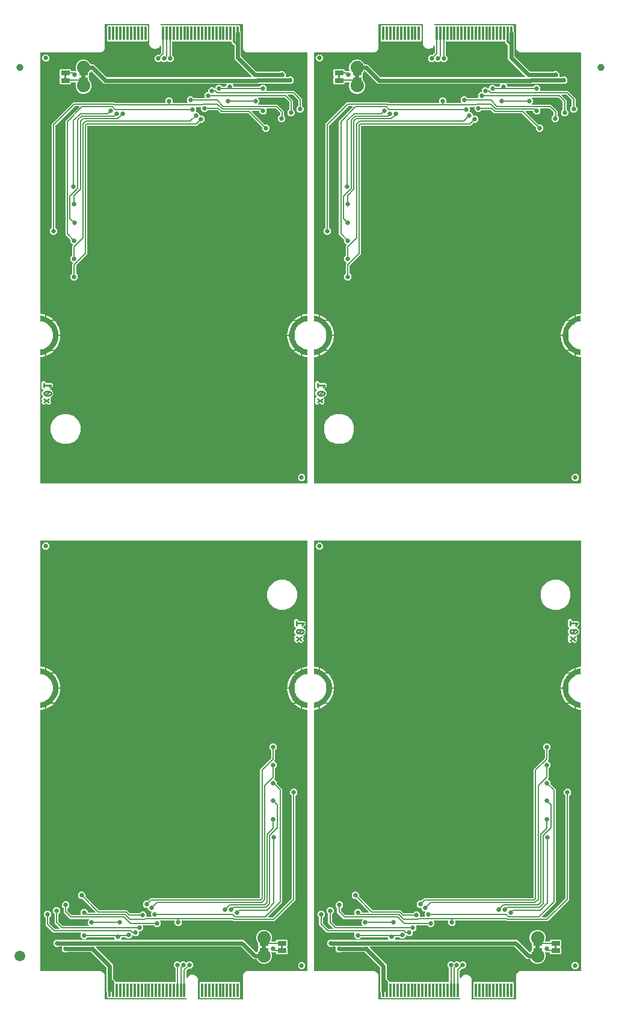
<source format=gbl>
G04 EAGLE Gerber RS-274X export*
G75*
%MOMM*%
%FSLAX34Y34*%
%LPD*%
%INBottom Copper*%
%IPPOS*%
%AMOC8*
5,1,8,0,0,1.08239X$1,22.5*%
G01*
%ADD10C,0.254000*%
%ADD11C,0.635000*%
%ADD12R,1.270000X0.635000*%
%ADD13C,1.879600*%
%ADD14R,1.270000X0.660400*%
%ADD15R,0.350000X1.950000*%
%ADD16C,0.660400*%
%ADD17C,0.203200*%
%ADD18C,1.000000*%
%ADD19C,1.500000*%
%ADD20C,0.177800*%
%ADD21C,0.558800*%
%ADD22C,0.304800*%

G36*
X377247Y728229D02*
X377247Y728229D01*
X377267Y728227D01*
X377368Y728249D01*
X377470Y728266D01*
X377488Y728275D01*
X377507Y728279D01*
X377596Y728333D01*
X377688Y728381D01*
X377701Y728395D01*
X377718Y728406D01*
X377786Y728484D01*
X377857Y728559D01*
X377865Y728577D01*
X377878Y728593D01*
X377917Y728689D01*
X377961Y728782D01*
X377963Y728802D01*
X377970Y728821D01*
X377989Y728987D01*
X377989Y905145D01*
X377985Y905165D01*
X377988Y905185D01*
X377966Y905286D01*
X377949Y905388D01*
X377940Y905406D01*
X377935Y905425D01*
X377882Y905514D01*
X377834Y905606D01*
X377819Y905619D01*
X377809Y905636D01*
X377731Y905703D01*
X377655Y905775D01*
X377637Y905783D01*
X377622Y905796D01*
X377526Y905835D01*
X377432Y905879D01*
X377413Y905881D01*
X377394Y905888D01*
X377227Y905907D01*
X377150Y905907D01*
X377078Y905926D01*
X377045Y905929D01*
X376955Y905948D01*
X375650Y906076D01*
X372510Y906721D01*
X370779Y907272D01*
X370779Y910027D01*
X373429Y909154D01*
X373439Y909154D01*
X373464Y909145D01*
X377475Y908452D01*
X377513Y908456D01*
X377551Y908450D01*
X377581Y908464D01*
X377614Y908468D01*
X377644Y908492D01*
X377679Y908507D01*
X377697Y908535D01*
X377722Y908556D01*
X377735Y908592D01*
X377756Y908624D01*
X377764Y908682D01*
X377767Y908688D01*
X377766Y908691D01*
X377767Y908697D01*
X377767Y916197D01*
X377764Y916206D01*
X377764Y916208D01*
X377762Y916215D01*
X377748Y916263D01*
X377729Y916329D01*
X377728Y916330D01*
X377727Y916332D01*
X377675Y916377D01*
X377625Y916422D01*
X377623Y916423D01*
X377622Y916424D01*
X377620Y916424D01*
X377553Y916444D01*
X374655Y916868D01*
X371877Y917734D01*
X369269Y919023D01*
X366895Y920705D01*
X364813Y922738D01*
X363075Y925071D01*
X361723Y927647D01*
X360791Y930404D01*
X360302Y933272D01*
X360267Y936197D01*
X360302Y939123D01*
X360791Y941991D01*
X361723Y944748D01*
X363075Y947324D01*
X364813Y949657D01*
X366895Y951690D01*
X369269Y953371D01*
X371877Y954661D01*
X374655Y955527D01*
X377553Y955951D01*
X377615Y955979D01*
X377679Y956007D01*
X377679Y956008D01*
X377681Y956009D01*
X377717Y956066D01*
X377756Y956124D01*
X377756Y956126D01*
X377756Y956129D01*
X377767Y956197D01*
X377767Y956672D01*
X377786Y956694D01*
X377857Y956769D01*
X377865Y956787D01*
X377878Y956802D01*
X377917Y956899D01*
X377961Y956992D01*
X377963Y957012D01*
X377970Y957031D01*
X377989Y957197D01*
X377989Y957198D01*
X377985Y957217D01*
X377988Y957237D01*
X377966Y957338D01*
X377949Y957440D01*
X377940Y957458D01*
X377935Y957477D01*
X377882Y957566D01*
X377834Y957658D01*
X377819Y957671D01*
X377809Y957688D01*
X377767Y957725D01*
X377767Y963697D01*
X377756Y963735D01*
X377755Y963774D01*
X377737Y963801D01*
X377727Y963832D01*
X377698Y963857D01*
X377676Y963890D01*
X377646Y963902D01*
X377622Y963924D01*
X377583Y963929D01*
X377548Y963945D01*
X377492Y963943D01*
X377484Y963944D01*
X377481Y963943D01*
X377473Y963943D01*
X373475Y963223D01*
X373467Y963218D01*
X373440Y963214D01*
X370779Y962321D01*
X370779Y965081D01*
X372149Y965549D01*
X375512Y966292D01*
X376947Y966443D01*
X376979Y966452D01*
X377064Y966465D01*
X377150Y966488D01*
X377227Y966488D01*
X377247Y966491D01*
X377267Y966489D01*
X377368Y966511D01*
X377470Y966528D01*
X377488Y966537D01*
X377507Y966541D01*
X377596Y966595D01*
X377688Y966643D01*
X377701Y966657D01*
X377718Y966668D01*
X377786Y966746D01*
X377857Y966821D01*
X377865Y966839D01*
X377878Y966855D01*
X377917Y966951D01*
X377961Y967044D01*
X377963Y967064D01*
X377970Y967083D01*
X377989Y967249D01*
X377989Y1333407D01*
X377985Y1333427D01*
X377988Y1333447D01*
X377966Y1333548D01*
X377949Y1333650D01*
X377940Y1333668D01*
X377935Y1333687D01*
X377882Y1333776D01*
X377834Y1333868D01*
X377819Y1333881D01*
X377809Y1333898D01*
X377730Y1333966D01*
X377655Y1334037D01*
X377637Y1334045D01*
X377622Y1334058D01*
X377526Y1334097D01*
X377432Y1334141D01*
X377413Y1334143D01*
X377394Y1334150D01*
X377227Y1334169D01*
X295131Y1334169D01*
X295051Y1334155D01*
X294969Y1334151D01*
X294951Y1334144D01*
X294001Y1334168D01*
X293993Y1334167D01*
X293981Y1334169D01*
X293033Y1334169D01*
X293018Y1334175D01*
X292963Y1334183D01*
X292936Y1334191D01*
X292907Y1334190D01*
X292852Y1334198D01*
X292116Y1334217D01*
X289867Y1335593D01*
X288959Y1336149D01*
X287192Y1339400D01*
X287238Y1341214D01*
X287237Y1341222D01*
X287239Y1341234D01*
X287239Y1373407D01*
X287235Y1373427D01*
X287238Y1373447D01*
X287216Y1373548D01*
X287199Y1373650D01*
X287190Y1373668D01*
X287185Y1373687D01*
X287132Y1373776D01*
X287084Y1373868D01*
X287069Y1373881D01*
X287059Y1373898D01*
X286980Y1373966D01*
X286905Y1374037D01*
X286887Y1374045D01*
X286872Y1374058D01*
X286776Y1374097D01*
X286682Y1374141D01*
X286663Y1374143D01*
X286644Y1374150D01*
X286477Y1374169D01*
X172557Y1374169D01*
X172538Y1374165D01*
X172518Y1374168D01*
X172417Y1374146D01*
X172315Y1374129D01*
X172297Y1374120D01*
X172278Y1374115D01*
X172189Y1374062D01*
X172097Y1374014D01*
X172084Y1373999D01*
X172066Y1373989D01*
X171999Y1373910D01*
X171928Y1373835D01*
X171920Y1373817D01*
X171907Y1373802D01*
X171868Y1373706D01*
X171824Y1373612D01*
X171822Y1373593D01*
X171815Y1373574D01*
X171796Y1373407D01*
X171796Y1373237D01*
X171799Y1373218D01*
X171797Y1373198D01*
X171819Y1373097D01*
X171836Y1372995D01*
X171845Y1372977D01*
X171849Y1372958D01*
X171903Y1372869D01*
X171951Y1372777D01*
X171965Y1372764D01*
X171976Y1372746D01*
X172054Y1372679D01*
X172129Y1372608D01*
X172147Y1372600D01*
X172163Y1372587D01*
X172259Y1372548D01*
X172352Y1372504D01*
X172372Y1372502D01*
X172391Y1372495D01*
X172557Y1372476D01*
X282504Y1372476D01*
X283546Y1371434D01*
X283546Y1364201D01*
X283561Y1364111D01*
X283568Y1364020D01*
X283581Y1363990D01*
X283586Y1363958D01*
X283629Y1363877D01*
X283664Y1363793D01*
X283690Y1363761D01*
X283701Y1363741D01*
X283724Y1363719D01*
X283769Y1363663D01*
X284590Y1362842D01*
X284590Y1329047D01*
X284605Y1328957D01*
X284612Y1328866D01*
X284625Y1328836D01*
X284630Y1328804D01*
X284673Y1328723D01*
X284708Y1328640D01*
X284734Y1328607D01*
X284745Y1328587D01*
X284768Y1328565D01*
X284813Y1328509D01*
X305481Y1307841D01*
X305554Y1307788D01*
X305624Y1307729D01*
X305654Y1307716D01*
X305680Y1307698D01*
X305767Y1307671D01*
X305852Y1307637D01*
X305893Y1307632D01*
X305915Y1307625D01*
X305948Y1307626D01*
X306019Y1307618D01*
X306422Y1307618D01*
X306707Y1307333D01*
X306781Y1307280D01*
X306850Y1307221D01*
X306881Y1307208D01*
X306907Y1307190D01*
X306994Y1307163D01*
X307079Y1307129D01*
X307119Y1307124D01*
X307142Y1307117D01*
X307174Y1307118D01*
X307245Y1307110D01*
X339236Y1307110D01*
X339326Y1307125D01*
X339417Y1307132D01*
X339446Y1307145D01*
X339478Y1307150D01*
X339559Y1307193D01*
X339643Y1307228D01*
X339675Y1307254D01*
X339696Y1307265D01*
X339718Y1307288D01*
X339774Y1307333D01*
X340313Y1307872D01*
X344522Y1307872D01*
X347498Y1304896D01*
X347498Y1300655D01*
X347488Y1300632D01*
X347457Y1300590D01*
X347436Y1300521D01*
X347406Y1300456D01*
X347400Y1300405D01*
X347385Y1300355D01*
X347387Y1300283D01*
X347379Y1300212D01*
X347390Y1300161D01*
X347391Y1300109D01*
X347416Y1300042D01*
X347431Y1299972D01*
X347458Y1299927D01*
X347476Y1299878D01*
X347521Y1299822D01*
X347557Y1299760D01*
X347597Y1299727D01*
X347629Y1299686D01*
X347690Y1299647D01*
X347744Y1299601D01*
X347793Y1299581D01*
X347836Y1299553D01*
X347906Y1299535D01*
X347972Y1299509D01*
X348044Y1299501D01*
X348075Y1299493D01*
X348098Y1299495D01*
X348139Y1299490D01*
X350920Y1299490D01*
X351010Y1299505D01*
X351101Y1299512D01*
X351130Y1299525D01*
X351162Y1299530D01*
X351243Y1299573D01*
X351327Y1299608D01*
X351359Y1299634D01*
X351380Y1299645D01*
X351402Y1299668D01*
X351458Y1299713D01*
X351743Y1299998D01*
X355952Y1299998D01*
X358928Y1297022D01*
X358928Y1292813D01*
X355952Y1289837D01*
X351743Y1289837D01*
X351458Y1290122D01*
X351384Y1290175D01*
X351314Y1290234D01*
X351284Y1290246D01*
X351258Y1290265D01*
X351171Y1290292D01*
X351086Y1290326D01*
X351045Y1290331D01*
X351023Y1290338D01*
X350991Y1290337D01*
X350920Y1290345D01*
X310042Y1290345D01*
X309952Y1290330D01*
X309861Y1290323D01*
X309832Y1290310D01*
X309800Y1290305D01*
X309719Y1290262D01*
X309635Y1290227D01*
X309603Y1290201D01*
X309582Y1290190D01*
X309560Y1290166D01*
X309504Y1290122D01*
X309473Y1290091D01*
X273717Y1290091D01*
X273646Y1290079D01*
X273575Y1290077D01*
X273526Y1290059D01*
X273474Y1290051D01*
X273411Y1290017D01*
X273344Y1289993D01*
X273303Y1289960D01*
X273257Y1289936D01*
X273208Y1289884D01*
X273152Y1289839D01*
X273124Y1289795D01*
X273088Y1289757D01*
X273057Y1289692D01*
X273019Y1289632D01*
X273006Y1289582D01*
X272984Y1289534D01*
X272976Y1289463D01*
X272959Y1289394D01*
X272963Y1289342D01*
X272957Y1289290D01*
X272972Y1289220D01*
X272978Y1289148D01*
X272998Y1289101D01*
X273009Y1289050D01*
X273046Y1288988D01*
X273074Y1288922D01*
X273119Y1288866D01*
X273135Y1288838D01*
X273153Y1288823D01*
X273179Y1288791D01*
X273838Y1288132D01*
X273838Y1287106D01*
X273841Y1287087D01*
X273839Y1287067D01*
X273861Y1286966D01*
X273878Y1286864D01*
X273887Y1286846D01*
X273891Y1286827D01*
X273945Y1286738D01*
X273993Y1286646D01*
X274007Y1286633D01*
X274018Y1286615D01*
X274096Y1286548D01*
X274171Y1286477D01*
X274189Y1286469D01*
X274205Y1286456D01*
X274301Y1286417D01*
X274394Y1286373D01*
X274414Y1286371D01*
X274433Y1286364D01*
X274599Y1286345D01*
X310915Y1286345D01*
X311005Y1286360D01*
X311096Y1286367D01*
X311125Y1286380D01*
X311157Y1286385D01*
X311238Y1286428D01*
X311322Y1286463D01*
X311354Y1286489D01*
X311375Y1286500D01*
X311397Y1286523D01*
X311453Y1286568D01*
X313643Y1288758D01*
X317852Y1288758D01*
X320828Y1285782D01*
X320828Y1281573D01*
X320741Y1281486D01*
X320699Y1281427D01*
X320650Y1281375D01*
X320628Y1281328D01*
X320597Y1281286D01*
X320576Y1281217D01*
X320546Y1281152D01*
X320540Y1281101D01*
X320525Y1281051D01*
X320527Y1280979D01*
X320519Y1280908D01*
X320530Y1280857D01*
X320531Y1280805D01*
X320556Y1280738D01*
X320571Y1280668D01*
X320598Y1280623D01*
X320616Y1280574D01*
X320661Y1280518D01*
X320697Y1280456D01*
X320737Y1280423D01*
X320769Y1280382D01*
X320830Y1280343D01*
X320884Y1280297D01*
X320933Y1280277D01*
X320976Y1280249D01*
X321046Y1280231D01*
X321112Y1280205D01*
X321184Y1280197D01*
X321215Y1280189D01*
X321238Y1280191D01*
X321279Y1280186D01*
X359651Y1280186D01*
X370485Y1269352D01*
X370485Y1259110D01*
X370500Y1259020D01*
X370507Y1258929D01*
X370520Y1258899D01*
X370525Y1258867D01*
X370568Y1258787D01*
X370603Y1258703D01*
X370629Y1258671D01*
X370640Y1258650D01*
X370663Y1258628D01*
X370708Y1258572D01*
X372898Y1256382D01*
X372898Y1252173D01*
X369922Y1249197D01*
X365713Y1249197D01*
X362737Y1252173D01*
X362737Y1256382D01*
X364927Y1258572D01*
X364980Y1258646D01*
X365039Y1258715D01*
X365051Y1258746D01*
X365070Y1258772D01*
X365097Y1258859D01*
X365131Y1258944D01*
X365136Y1258984D01*
X365143Y1259007D01*
X365142Y1259039D01*
X365150Y1259110D01*
X365150Y1266827D01*
X365135Y1266917D01*
X365128Y1267008D01*
X365115Y1267038D01*
X365110Y1267070D01*
X365067Y1267151D01*
X365032Y1267234D01*
X365006Y1267267D01*
X364995Y1267287D01*
X364971Y1267309D01*
X364927Y1267365D01*
X357664Y1274628D01*
X357590Y1274681D01*
X357521Y1274740D01*
X357491Y1274752D01*
X357465Y1274771D01*
X357378Y1274798D01*
X357293Y1274832D01*
X357252Y1274837D01*
X357230Y1274844D01*
X357197Y1274843D01*
X357126Y1274851D01*
X351585Y1274851D01*
X351514Y1274839D01*
X351442Y1274837D01*
X351393Y1274819D01*
X351342Y1274811D01*
X351279Y1274777D01*
X351211Y1274753D01*
X351171Y1274720D01*
X351125Y1274696D01*
X351075Y1274644D01*
X351019Y1274599D01*
X350991Y1274555D01*
X350955Y1274517D01*
X350925Y1274453D01*
X350886Y1274392D01*
X350873Y1274342D01*
X350852Y1274294D01*
X350844Y1274223D01*
X350826Y1274154D01*
X350830Y1274102D01*
X350824Y1274050D01*
X350840Y1273980D01*
X350845Y1273908D01*
X350866Y1273861D01*
X350877Y1273810D01*
X350914Y1273748D01*
X350942Y1273682D01*
X350986Y1273626D01*
X351003Y1273598D01*
X351021Y1273583D01*
X351046Y1273551D01*
X355999Y1268598D01*
X357785Y1266812D01*
X357785Y1254030D01*
X357800Y1253940D01*
X357807Y1253849D01*
X357820Y1253819D01*
X357825Y1253787D01*
X357868Y1253707D01*
X357903Y1253623D01*
X357929Y1253591D01*
X357940Y1253570D01*
X357963Y1253548D01*
X358008Y1253492D01*
X360198Y1251302D01*
X360198Y1247093D01*
X357222Y1244117D01*
X353013Y1244117D01*
X350037Y1247093D01*
X350037Y1251302D01*
X352227Y1253492D01*
X352280Y1253566D01*
X352339Y1253635D01*
X352351Y1253666D01*
X352370Y1253692D01*
X352397Y1253779D01*
X352431Y1253864D01*
X352436Y1253904D01*
X352443Y1253927D01*
X352442Y1253959D01*
X352450Y1254030D01*
X352450Y1264287D01*
X352435Y1264377D01*
X352428Y1264468D01*
X352415Y1264498D01*
X352410Y1264530D01*
X352367Y1264611D01*
X352332Y1264694D01*
X352306Y1264727D01*
X352295Y1264747D01*
X352271Y1264769D01*
X352227Y1264825D01*
X346615Y1270437D01*
X346541Y1270490D01*
X346472Y1270549D01*
X346442Y1270561D01*
X346416Y1270580D01*
X346329Y1270607D01*
X346244Y1270641D01*
X346203Y1270646D01*
X346181Y1270653D01*
X346148Y1270652D01*
X346077Y1270660D01*
X309658Y1270660D01*
X309587Y1270648D01*
X309516Y1270646D01*
X309467Y1270628D01*
X309415Y1270620D01*
X309352Y1270586D01*
X309285Y1270562D01*
X309244Y1270529D01*
X309198Y1270505D01*
X309149Y1270453D01*
X309093Y1270408D01*
X309065Y1270364D01*
X309029Y1270326D01*
X308998Y1270262D01*
X308960Y1270201D01*
X308947Y1270151D01*
X308925Y1270103D01*
X308917Y1270032D01*
X308900Y1269963D01*
X308904Y1269911D01*
X308898Y1269859D01*
X308913Y1269789D01*
X308919Y1269717D01*
X308939Y1269670D01*
X308950Y1269619D01*
X308987Y1269557D01*
X309015Y1269491D01*
X309060Y1269435D01*
X309076Y1269407D01*
X309094Y1269392D01*
X309120Y1269360D01*
X310668Y1267812D01*
X310668Y1263603D01*
X309120Y1262055D01*
X309078Y1261996D01*
X309029Y1261944D01*
X309007Y1261897D01*
X308976Y1261855D01*
X308955Y1261786D01*
X308925Y1261721D01*
X308919Y1261670D01*
X308904Y1261620D01*
X308906Y1261548D01*
X308898Y1261477D01*
X308909Y1261426D01*
X308910Y1261374D01*
X308935Y1261307D01*
X308950Y1261237D01*
X308977Y1261192D01*
X308995Y1261143D01*
X309040Y1261087D01*
X309076Y1261025D01*
X309116Y1260992D01*
X309149Y1260951D01*
X309209Y1260912D01*
X309263Y1260866D01*
X309312Y1260846D01*
X309355Y1260818D01*
X309425Y1260800D01*
X309491Y1260774D01*
X309563Y1260766D01*
X309594Y1260758D01*
X309617Y1260760D01*
X309658Y1260755D01*
X335902Y1260755D01*
X345085Y1251572D01*
X345085Y1245589D01*
X345100Y1245499D01*
X345107Y1245408D01*
X345120Y1245378D01*
X345125Y1245346D01*
X345168Y1245265D01*
X345203Y1245181D01*
X345229Y1245149D01*
X345240Y1245129D01*
X345263Y1245106D01*
X345308Y1245050D01*
X347087Y1243271D01*
X347087Y1239062D01*
X344111Y1236086D01*
X339902Y1236086D01*
X336926Y1239062D01*
X336926Y1243271D01*
X339527Y1245872D01*
X339580Y1245946D01*
X339639Y1246015D01*
X339651Y1246046D01*
X339670Y1246072D01*
X339697Y1246159D01*
X339731Y1246244D01*
X339736Y1246284D01*
X339743Y1246307D01*
X339742Y1246339D01*
X339750Y1246410D01*
X339750Y1249047D01*
X339735Y1249137D01*
X339728Y1249228D01*
X339715Y1249258D01*
X339710Y1249290D01*
X339667Y1249371D01*
X339632Y1249454D01*
X339606Y1249487D01*
X339595Y1249507D01*
X339571Y1249529D01*
X339527Y1249585D01*
X333915Y1255197D01*
X333841Y1255250D01*
X333772Y1255309D01*
X333742Y1255321D01*
X333716Y1255340D01*
X333629Y1255367D01*
X333544Y1255401D01*
X333503Y1255406D01*
X333481Y1255413D01*
X333448Y1255412D01*
X333377Y1255420D01*
X321088Y1255420D01*
X321017Y1255408D01*
X320946Y1255406D01*
X320897Y1255388D01*
X320845Y1255380D01*
X320782Y1255346D01*
X320715Y1255322D01*
X320674Y1255289D01*
X320628Y1255265D01*
X320579Y1255213D01*
X320523Y1255168D01*
X320495Y1255124D01*
X320459Y1255086D01*
X320428Y1255021D01*
X320390Y1254961D01*
X320377Y1254911D01*
X320355Y1254863D01*
X320347Y1254792D01*
X320330Y1254723D01*
X320334Y1254671D01*
X320328Y1254619D01*
X320343Y1254549D01*
X320349Y1254477D01*
X320369Y1254430D01*
X320380Y1254379D01*
X320417Y1254317D01*
X320445Y1254251D01*
X320490Y1254195D01*
X320506Y1254167D01*
X320524Y1254152D01*
X320550Y1254120D01*
X320828Y1253842D01*
X320828Y1249633D01*
X317852Y1246657D01*
X313643Y1246657D01*
X310667Y1249633D01*
X310667Y1251102D01*
X310663Y1251122D01*
X310666Y1251142D01*
X310644Y1251243D01*
X310627Y1251345D01*
X310618Y1251363D01*
X310613Y1251382D01*
X310560Y1251471D01*
X310512Y1251563D01*
X310497Y1251576D01*
X310487Y1251593D01*
X310408Y1251661D01*
X310333Y1251732D01*
X310315Y1251740D01*
X310300Y1251753D01*
X310204Y1251792D01*
X310110Y1251836D01*
X310091Y1251838D01*
X310072Y1251845D01*
X309905Y1251864D01*
X300912Y1251864D01*
X300841Y1251852D01*
X300769Y1251850D01*
X300720Y1251832D01*
X300669Y1251824D01*
X300606Y1251790D01*
X300538Y1251766D01*
X300498Y1251733D01*
X300452Y1251709D01*
X300402Y1251657D01*
X300346Y1251612D01*
X300318Y1251568D01*
X300282Y1251530D01*
X300252Y1251466D01*
X300213Y1251405D01*
X300200Y1251355D01*
X300179Y1251307D01*
X300171Y1251236D01*
X300153Y1251167D01*
X300157Y1251115D01*
X300151Y1251063D01*
X300167Y1250993D01*
X300172Y1250921D01*
X300193Y1250874D01*
X300204Y1250823D01*
X300241Y1250761D01*
X300269Y1250695D01*
X300313Y1250639D01*
X300330Y1250611D01*
X300348Y1250596D01*
X300373Y1250564D01*
X318026Y1232911D01*
X318100Y1232858D01*
X318170Y1232799D01*
X318200Y1232786D01*
X318226Y1232768D01*
X318313Y1232741D01*
X318398Y1232707D01*
X318439Y1232702D01*
X318461Y1232695D01*
X318493Y1232696D01*
X318565Y1232688D01*
X321662Y1232688D01*
X324638Y1229712D01*
X324638Y1225503D01*
X321662Y1222527D01*
X317453Y1222527D01*
X314477Y1225503D01*
X314477Y1228600D01*
X314462Y1228690D01*
X314455Y1228781D01*
X314442Y1228811D01*
X314437Y1228843D01*
X314394Y1228924D01*
X314359Y1229007D01*
X314333Y1229040D01*
X314322Y1229060D01*
X314298Y1229082D01*
X314254Y1229138D01*
X295307Y1248085D01*
X295233Y1248138D01*
X295164Y1248197D01*
X295134Y1248209D01*
X295108Y1248228D01*
X295021Y1248255D01*
X294936Y1248289D01*
X294895Y1248294D01*
X294873Y1248301D01*
X294840Y1248300D01*
X294769Y1248308D01*
X255816Y1248308D01*
X251467Y1252657D01*
X251393Y1252710D01*
X251324Y1252769D01*
X251294Y1252781D01*
X251268Y1252800D01*
X251181Y1252827D01*
X251096Y1252861D01*
X251055Y1252866D01*
X251033Y1252873D01*
X251000Y1252872D01*
X250929Y1252880D01*
X238319Y1252880D01*
X238229Y1252865D01*
X238138Y1252858D01*
X238108Y1252845D01*
X238076Y1252840D01*
X237996Y1252797D01*
X237912Y1252762D01*
X237880Y1252736D01*
X237859Y1252725D01*
X237837Y1252701D01*
X237781Y1252657D01*
X235591Y1250467D01*
X231382Y1250467D01*
X228406Y1253443D01*
X228406Y1256830D01*
X228402Y1256849D01*
X228405Y1256869D01*
X228383Y1256970D01*
X228366Y1257072D01*
X228357Y1257090D01*
X228352Y1257109D01*
X228299Y1257199D01*
X228251Y1257290D01*
X228236Y1257303D01*
X228226Y1257321D01*
X228147Y1257388D01*
X228072Y1257459D01*
X228054Y1257468D01*
X228039Y1257481D01*
X227943Y1257519D01*
X227849Y1257563D01*
X227830Y1257565D01*
X227811Y1257572D01*
X227644Y1257591D01*
X222046Y1257591D01*
X221975Y1257579D01*
X221903Y1257577D01*
X221854Y1257560D01*
X221803Y1257551D01*
X221740Y1257518D01*
X221672Y1257493D01*
X221632Y1257460D01*
X221586Y1257436D01*
X221536Y1257384D01*
X221480Y1257339D01*
X221452Y1257295D01*
X221416Y1257258D01*
X221386Y1257193D01*
X221347Y1257132D01*
X221335Y1257082D01*
X221313Y1257035D01*
X221305Y1256963D01*
X221287Y1256894D01*
X221291Y1256842D01*
X221286Y1256790D01*
X221301Y1256720D01*
X221307Y1256649D01*
X221327Y1256601D01*
X221338Y1256550D01*
X221375Y1256488D01*
X221403Y1256422D01*
X221448Y1256366D01*
X221464Y1256339D01*
X221482Y1256324D01*
X221508Y1256291D01*
X221629Y1256170D01*
X221629Y1251961D01*
X221224Y1251556D01*
X221182Y1251497D01*
X221133Y1251445D01*
X221111Y1251398D01*
X221080Y1251356D01*
X221059Y1251287D01*
X221029Y1251222D01*
X221023Y1251171D01*
X221008Y1251121D01*
X221010Y1251049D01*
X221002Y1250978D01*
X221013Y1250927D01*
X221014Y1250875D01*
X221039Y1250808D01*
X221054Y1250738D01*
X221081Y1250693D01*
X221099Y1250644D01*
X221144Y1250588D01*
X221180Y1250526D01*
X221220Y1250493D01*
X221253Y1250452D01*
X221313Y1250413D01*
X221367Y1250367D01*
X221416Y1250347D01*
X221459Y1250319D01*
X221529Y1250301D01*
X221595Y1250275D01*
X221667Y1250267D01*
X221698Y1250259D01*
X221721Y1250261D01*
X221762Y1250256D01*
X223236Y1250256D01*
X226212Y1247280D01*
X226212Y1246149D01*
X226215Y1246130D01*
X226213Y1246110D01*
X226235Y1246009D01*
X226252Y1245907D01*
X226261Y1245889D01*
X226265Y1245870D01*
X226319Y1245781D01*
X226367Y1245689D01*
X226381Y1245676D01*
X226392Y1245658D01*
X226470Y1245591D01*
X226545Y1245520D01*
X226563Y1245512D01*
X226579Y1245499D01*
X226675Y1245460D01*
X226768Y1245416D01*
X226788Y1245414D01*
X226807Y1245407D01*
X226973Y1245388D01*
X230222Y1245388D01*
X233198Y1242412D01*
X233198Y1238203D01*
X230222Y1235227D01*
X227125Y1235227D01*
X227035Y1235212D01*
X226944Y1235205D01*
X226914Y1235192D01*
X226882Y1235187D01*
X226801Y1235144D01*
X226717Y1235109D01*
X226685Y1235083D01*
X226665Y1235072D01*
X226657Y1235064D01*
X226641Y1235047D01*
X226586Y1235004D01*
X224573Y1232990D01*
X222787Y1231205D01*
X69382Y1231205D01*
X69292Y1231190D01*
X69201Y1231183D01*
X69171Y1231170D01*
X69139Y1231165D01*
X69058Y1231122D01*
X68974Y1231087D01*
X68942Y1231061D01*
X68922Y1231050D01*
X68899Y1231027D01*
X68843Y1230982D01*
X68625Y1230763D01*
X68572Y1230689D01*
X68513Y1230620D01*
X68500Y1230590D01*
X68482Y1230564D01*
X68455Y1230477D01*
X68421Y1230392D01*
X68416Y1230351D01*
X68409Y1230329D01*
X68410Y1230296D01*
X68402Y1230225D01*
X68402Y1050368D01*
X66617Y1048582D01*
X66616Y1048582D01*
X52908Y1034874D01*
X52855Y1034800D01*
X52796Y1034730D01*
X52783Y1034700D01*
X52765Y1034674D01*
X52738Y1034587D01*
X52704Y1034502D01*
X52699Y1034461D01*
X52692Y1034439D01*
X52693Y1034407D01*
X52685Y1034336D01*
X52685Y1023630D01*
X52700Y1023540D01*
X52707Y1023449D01*
X52720Y1023419D01*
X52725Y1023387D01*
X52768Y1023307D01*
X52803Y1023223D01*
X52829Y1023191D01*
X52840Y1023170D01*
X52863Y1023148D01*
X52908Y1023092D01*
X55098Y1020902D01*
X55098Y1016693D01*
X52122Y1013717D01*
X47913Y1013717D01*
X44937Y1016693D01*
X44937Y1020902D01*
X47127Y1023092D01*
X47175Y1023159D01*
X47179Y1023163D01*
X47180Y1023167D01*
X47239Y1023235D01*
X47251Y1023266D01*
X47270Y1023292D01*
X47297Y1023379D01*
X47331Y1023464D01*
X47336Y1023504D01*
X47343Y1023527D01*
X47342Y1023559D01*
X47350Y1023630D01*
X47350Y1036861D01*
X48306Y1037817D01*
X48348Y1037875D01*
X48397Y1037927D01*
X48419Y1037975D01*
X48449Y1038017D01*
X48471Y1038085D01*
X48501Y1038150D01*
X48507Y1038202D01*
X48522Y1038252D01*
X48520Y1038324D01*
X48528Y1038395D01*
X48517Y1038446D01*
X48515Y1038498D01*
X48491Y1038565D01*
X48476Y1038635D01*
X48449Y1038680D01*
X48431Y1038729D01*
X48386Y1038785D01*
X48349Y1038846D01*
X48310Y1038880D01*
X48277Y1038921D01*
X48217Y1038960D01*
X48163Y1039006D01*
X48114Y1039026D01*
X48070Y1039054D01*
X48001Y1039071D01*
X47934Y1039098D01*
X47931Y1039099D01*
X44937Y1042093D01*
X44937Y1046302D01*
X47127Y1048492D01*
X47180Y1048566D01*
X47239Y1048635D01*
X47251Y1048666D01*
X47270Y1048692D01*
X47297Y1048779D01*
X47331Y1048864D01*
X47336Y1048904D01*
X47343Y1048927D01*
X47342Y1048959D01*
X47350Y1049030D01*
X47350Y1062261D01*
X48306Y1063217D01*
X48348Y1063275D01*
X48397Y1063327D01*
X48419Y1063375D01*
X48449Y1063417D01*
X48471Y1063485D01*
X48501Y1063550D01*
X48506Y1063602D01*
X48522Y1063652D01*
X48520Y1063724D01*
X48528Y1063795D01*
X48517Y1063846D01*
X48515Y1063898D01*
X48491Y1063965D01*
X48476Y1064035D01*
X48449Y1064080D01*
X48431Y1064129D01*
X48386Y1064185D01*
X48349Y1064246D01*
X48310Y1064280D01*
X48277Y1064321D01*
X48217Y1064360D01*
X48163Y1064406D01*
X48114Y1064426D01*
X48070Y1064454D01*
X48001Y1064471D01*
X47934Y1064498D01*
X47931Y1064499D01*
X44937Y1067493D01*
X44937Y1070229D01*
X44922Y1070319D01*
X44915Y1070410D01*
X44902Y1070439D01*
X44897Y1070471D01*
X44854Y1070552D01*
X44819Y1070636D01*
X44793Y1070668D01*
X44782Y1070689D01*
X44758Y1070711D01*
X44714Y1070767D01*
X37461Y1078020D01*
X37461Y1237900D01*
X56855Y1257295D01*
X56897Y1257353D01*
X56947Y1257405D01*
X56969Y1257453D01*
X56999Y1257495D01*
X57020Y1257563D01*
X57050Y1257628D01*
X57056Y1257680D01*
X57071Y1257730D01*
X57069Y1257802D01*
X57077Y1257873D01*
X57066Y1257924D01*
X57065Y1257976D01*
X57040Y1258043D01*
X57025Y1258113D01*
X56998Y1258158D01*
X56981Y1258207D01*
X56936Y1258263D01*
X56899Y1258324D01*
X56859Y1258358D01*
X56827Y1258399D01*
X56767Y1258438D01*
X56712Y1258484D01*
X56664Y1258504D01*
X56620Y1258532D01*
X56550Y1258549D01*
X56484Y1258576D01*
X56413Y1258584D01*
X56381Y1258592D01*
X56358Y1258590D01*
X56317Y1258595D01*
X50987Y1258595D01*
X50897Y1258580D01*
X50806Y1258573D01*
X50776Y1258560D01*
X50744Y1258555D01*
X50663Y1258512D01*
X50579Y1258477D01*
X50547Y1258451D01*
X50527Y1258440D01*
X50504Y1258416D01*
X50448Y1258372D01*
X23998Y1231921D01*
X23952Y1231857D01*
X23936Y1231840D01*
X23933Y1231833D01*
X23886Y1231778D01*
X23873Y1231748D01*
X23855Y1231722D01*
X23828Y1231635D01*
X23794Y1231550D01*
X23789Y1231509D01*
X23782Y1231487D01*
X23783Y1231454D01*
X23775Y1231383D01*
X23775Y1087660D01*
X23790Y1087570D01*
X23797Y1087479D01*
X23810Y1087449D01*
X23815Y1087417D01*
X23858Y1087337D01*
X23893Y1087253D01*
X23919Y1087221D01*
X23930Y1087200D01*
X23953Y1087178D01*
X23998Y1087122D01*
X26188Y1084932D01*
X26188Y1080723D01*
X23212Y1077747D01*
X19003Y1077747D01*
X16027Y1080723D01*
X16027Y1084932D01*
X18217Y1087122D01*
X18270Y1087196D01*
X18329Y1087265D01*
X18341Y1087296D01*
X18360Y1087322D01*
X18387Y1087409D01*
X18421Y1087494D01*
X18426Y1087534D01*
X18433Y1087557D01*
X18432Y1087589D01*
X18440Y1087660D01*
X18440Y1233908D01*
X48461Y1263930D01*
X106168Y1263930D01*
X106949Y1263149D01*
X107023Y1263096D01*
X107092Y1263037D01*
X107122Y1263025D01*
X107148Y1263006D01*
X107235Y1262979D01*
X107320Y1262945D01*
X107361Y1262940D01*
X107384Y1262933D01*
X107416Y1262934D01*
X107487Y1262926D01*
X177825Y1262926D01*
X177845Y1262930D01*
X177865Y1262927D01*
X177966Y1262949D01*
X178068Y1262966D01*
X178086Y1262975D01*
X178105Y1262980D01*
X178194Y1263033D01*
X178286Y1263081D01*
X178299Y1263096D01*
X178316Y1263106D01*
X178384Y1263185D01*
X178455Y1263260D01*
X178463Y1263278D01*
X178476Y1263293D01*
X178515Y1263389D01*
X178559Y1263483D01*
X178561Y1263502D01*
X178568Y1263521D01*
X178587Y1263688D01*
X178587Y1267812D01*
X181563Y1270788D01*
X185772Y1270788D01*
X188748Y1267812D01*
X188748Y1263688D01*
X188751Y1263668D01*
X188749Y1263648D01*
X188771Y1263547D01*
X188788Y1263445D01*
X188797Y1263427D01*
X188801Y1263408D01*
X188855Y1263319D01*
X188903Y1263228D01*
X188917Y1263214D01*
X188928Y1263197D01*
X189006Y1263129D01*
X189081Y1263058D01*
X189099Y1263050D01*
X189115Y1263037D01*
X189211Y1262998D01*
X189304Y1262955D01*
X189324Y1262952D01*
X189343Y1262945D01*
X189509Y1262926D01*
X208747Y1262926D01*
X208818Y1262938D01*
X208890Y1262940D01*
X208939Y1262958D01*
X208990Y1262966D01*
X209053Y1263000D01*
X209121Y1263024D01*
X209161Y1263057D01*
X209208Y1263081D01*
X209257Y1263133D01*
X209313Y1263178D01*
X209341Y1263222D01*
X209377Y1263260D01*
X209407Y1263325D01*
X209446Y1263385D01*
X209459Y1263435D01*
X209481Y1263483D01*
X209488Y1263554D01*
X209506Y1263623D01*
X209502Y1263675D01*
X209508Y1263727D01*
X209492Y1263797D01*
X209487Y1263869D01*
X209466Y1263916D01*
X209455Y1263967D01*
X209419Y1264029D01*
X209390Y1264095D01*
X209346Y1264151D01*
X209329Y1264179D01*
X209311Y1264194D01*
X209286Y1264226D01*
X208639Y1264873D01*
X208639Y1269082D01*
X211615Y1272058D01*
X215824Y1272058D01*
X218014Y1269868D01*
X218088Y1269815D01*
X218157Y1269756D01*
X218188Y1269743D01*
X218214Y1269725D01*
X218301Y1269698D01*
X218386Y1269664D01*
X218426Y1269659D01*
X218449Y1269652D01*
X218481Y1269653D01*
X218552Y1269645D01*
X233146Y1269645D01*
X233216Y1269657D01*
X233288Y1269659D01*
X233337Y1269676D01*
X233388Y1269685D01*
X233452Y1269718D01*
X233519Y1269743D01*
X233560Y1269776D01*
X233606Y1269800D01*
X233655Y1269852D01*
X233711Y1269897D01*
X233739Y1269941D01*
X233775Y1269978D01*
X233805Y1270043D01*
X233844Y1270104D01*
X233857Y1270154D01*
X233879Y1270201D01*
X233887Y1270273D01*
X233904Y1270342D01*
X233900Y1270394D01*
X233906Y1270446D01*
X233891Y1270516D01*
X233885Y1270587D01*
X233865Y1270635D01*
X233854Y1270686D01*
X233817Y1270748D01*
X233789Y1270814D01*
X233744Y1270870D01*
X233727Y1270897D01*
X233710Y1270912D01*
X233684Y1270945D01*
X233406Y1271223D01*
X233406Y1275432D01*
X236382Y1278408D01*
X237832Y1278408D01*
X237852Y1278411D01*
X237871Y1278409D01*
X237973Y1278431D01*
X238075Y1278448D01*
X238092Y1278457D01*
X238112Y1278461D01*
X238201Y1278515D01*
X238292Y1278563D01*
X238306Y1278577D01*
X238323Y1278588D01*
X238390Y1278666D01*
X238461Y1278741D01*
X238470Y1278759D01*
X238483Y1278775D01*
X238522Y1278871D01*
X238565Y1278964D01*
X238567Y1278984D01*
X238575Y1279003D01*
X238593Y1279169D01*
X238593Y1282098D01*
X241569Y1285075D01*
X245778Y1285075D01*
X247137Y1283716D01*
X247195Y1283674D01*
X247247Y1283625D01*
X247295Y1283603D01*
X247337Y1283572D01*
X247405Y1283551D01*
X247470Y1283521D01*
X247522Y1283515D01*
X247572Y1283500D01*
X247644Y1283502D01*
X247715Y1283494D01*
X247766Y1283505D01*
X247818Y1283506D01*
X247885Y1283531D01*
X247955Y1283546D01*
X248000Y1283573D01*
X248049Y1283591D01*
X248105Y1283636D01*
X248166Y1283672D01*
X248200Y1283712D01*
X248241Y1283745D01*
X248280Y1283805D01*
X248326Y1283859D01*
X248346Y1283908D01*
X248374Y1283951D01*
X248391Y1284021D01*
X248418Y1284087D01*
X248426Y1284159D01*
X248434Y1284190D01*
X248432Y1284213D01*
X248437Y1284254D01*
X248437Y1285592D01*
X251413Y1288568D01*
X255622Y1288568D01*
X257622Y1286568D01*
X257696Y1286515D01*
X257765Y1286456D01*
X257796Y1286443D01*
X257822Y1286425D01*
X257909Y1286398D01*
X257994Y1286364D01*
X258034Y1286359D01*
X258057Y1286352D01*
X258089Y1286353D01*
X258160Y1286345D01*
X262915Y1286345D01*
X262935Y1286348D01*
X262955Y1286346D01*
X263056Y1286368D01*
X263158Y1286385D01*
X263176Y1286394D01*
X263195Y1286398D01*
X263284Y1286452D01*
X263376Y1286500D01*
X263389Y1286514D01*
X263406Y1286525D01*
X263474Y1286603D01*
X263545Y1286678D01*
X263553Y1286696D01*
X263566Y1286712D01*
X263605Y1286808D01*
X263649Y1286901D01*
X263651Y1286921D01*
X263658Y1286940D01*
X263677Y1287106D01*
X263677Y1288132D01*
X264336Y1288791D01*
X264378Y1288849D01*
X264427Y1288901D01*
X264449Y1288949D01*
X264479Y1288991D01*
X264501Y1289059D01*
X264531Y1289124D01*
X264536Y1289176D01*
X264552Y1289226D01*
X264550Y1289298D01*
X264558Y1289369D01*
X264547Y1289420D01*
X264545Y1289472D01*
X264521Y1289539D01*
X264506Y1289609D01*
X264479Y1289654D01*
X264461Y1289703D01*
X264416Y1289759D01*
X264379Y1289820D01*
X264340Y1289854D01*
X264307Y1289895D01*
X264247Y1289934D01*
X264193Y1289980D01*
X264144Y1290000D01*
X264100Y1290028D01*
X264031Y1290045D01*
X263964Y1290072D01*
X263893Y1290080D01*
X263862Y1290088D01*
X263839Y1290086D01*
X263798Y1290091D01*
X91857Y1290091D01*
X88956Y1292992D01*
X74203Y1307745D01*
X74166Y1307772D01*
X74135Y1307806D01*
X74066Y1307843D01*
X74003Y1307889D01*
X73959Y1307902D01*
X73919Y1307924D01*
X73842Y1307938D01*
X73768Y1307961D01*
X73722Y1307960D01*
X73677Y1307968D01*
X73600Y1307957D01*
X73522Y1307955D01*
X73479Y1307939D01*
X73434Y1307932D01*
X73364Y1307897D01*
X73291Y1307870D01*
X73255Y1307841D01*
X73214Y1307821D01*
X73160Y1307765D01*
X73099Y1307716D01*
X73074Y1307678D01*
X73042Y1307645D01*
X72976Y1307525D01*
X72966Y1307510D01*
X72965Y1307505D01*
X72961Y1307498D01*
X72493Y1306366D01*
X71369Y1305243D01*
X71316Y1305169D01*
X71257Y1305099D01*
X71244Y1305069D01*
X71226Y1305043D01*
X71199Y1304956D01*
X71165Y1304871D01*
X71160Y1304830D01*
X71153Y1304808D01*
X71154Y1304776D01*
X71146Y1304705D01*
X71146Y1301166D01*
X70516Y1300536D01*
X70505Y1300520D01*
X70489Y1300507D01*
X70433Y1300420D01*
X70373Y1300336D01*
X70367Y1300317D01*
X70356Y1300300D01*
X70331Y1300200D01*
X70300Y1300101D01*
X70301Y1300081D01*
X70296Y1300062D01*
X70304Y1299959D01*
X70307Y1299855D01*
X70314Y1299836D01*
X70315Y1299816D01*
X70355Y1299722D01*
X70391Y1299624D01*
X70404Y1299608D01*
X70411Y1299590D01*
X70516Y1299459D01*
X71146Y1298829D01*
X71146Y1295290D01*
X71161Y1295200D01*
X71168Y1295109D01*
X71181Y1295080D01*
X71186Y1295048D01*
X71229Y1294967D01*
X71264Y1294883D01*
X71290Y1294851D01*
X71301Y1294830D01*
X71324Y1294808D01*
X71369Y1294752D01*
X72493Y1293629D01*
X74194Y1289521D01*
X74194Y1285074D01*
X72493Y1280966D01*
X69349Y1277822D01*
X65241Y1276121D01*
X60794Y1276121D01*
X56686Y1277822D01*
X53542Y1280966D01*
X51841Y1285074D01*
X51841Y1289521D01*
X52535Y1291197D01*
X52546Y1291242D01*
X52565Y1291283D01*
X52573Y1291361D01*
X52591Y1291437D01*
X52587Y1291482D01*
X52592Y1291528D01*
X52575Y1291604D01*
X52568Y1291681D01*
X52550Y1291723D01*
X52540Y1291768D01*
X52500Y1291835D01*
X52468Y1291906D01*
X52437Y1291940D01*
X52414Y1291979D01*
X52354Y1292030D01*
X52302Y1292087D01*
X52262Y1292109D01*
X52227Y1292139D01*
X52154Y1292168D01*
X52086Y1292206D01*
X52041Y1292214D01*
X51999Y1292231D01*
X51863Y1292246D01*
X51844Y1292250D01*
X51839Y1292249D01*
X51832Y1292250D01*
X46507Y1292250D01*
X46488Y1292246D01*
X46468Y1292249D01*
X46367Y1292227D01*
X46265Y1292210D01*
X46247Y1292201D01*
X46228Y1292196D01*
X46139Y1292143D01*
X46047Y1292095D01*
X46034Y1292080D01*
X46016Y1292070D01*
X45949Y1291991D01*
X45878Y1291916D01*
X45870Y1291898D01*
X45857Y1291883D01*
X45818Y1291787D01*
X45774Y1291693D01*
X45772Y1291674D01*
X45765Y1291655D01*
X45746Y1291488D01*
X45746Y1290752D01*
X44704Y1289710D01*
X30531Y1289710D01*
X29489Y1290752D01*
X29489Y1298829D01*
X30119Y1299459D01*
X30130Y1299475D01*
X30146Y1299488D01*
X30202Y1299575D01*
X30262Y1299659D01*
X30268Y1299678D01*
X30279Y1299695D01*
X30304Y1299795D01*
X30335Y1299894D01*
X30334Y1299914D01*
X30339Y1299933D01*
X30331Y1300036D01*
X30328Y1300140D01*
X30321Y1300159D01*
X30320Y1300178D01*
X30279Y1300273D01*
X30244Y1300371D01*
X30231Y1300386D01*
X30223Y1300405D01*
X30119Y1300536D01*
X29489Y1301166D01*
X29489Y1309243D01*
X30531Y1310285D01*
X44704Y1310285D01*
X45746Y1309243D01*
X45746Y1308633D01*
X45749Y1308614D01*
X45747Y1308594D01*
X45769Y1308493D01*
X45786Y1308391D01*
X45795Y1308373D01*
X45799Y1308354D01*
X45853Y1308265D01*
X45901Y1308173D01*
X45915Y1308160D01*
X45926Y1308142D01*
X46004Y1308075D01*
X46079Y1308004D01*
X46097Y1307996D01*
X46113Y1307983D01*
X46209Y1307944D01*
X46302Y1307900D01*
X46322Y1307898D01*
X46341Y1307891D01*
X46507Y1307872D01*
X48755Y1307872D01*
X48786Y1307841D01*
X48860Y1307788D01*
X48930Y1307729D01*
X48960Y1307716D01*
X48986Y1307698D01*
X49073Y1307671D01*
X49158Y1307637D01*
X49199Y1307632D01*
X49221Y1307625D01*
X49253Y1307626D01*
X49325Y1307618D01*
X51884Y1307618D01*
X51930Y1307626D01*
X51976Y1307624D01*
X52050Y1307645D01*
X52127Y1307658D01*
X52168Y1307679D01*
X52212Y1307692D01*
X52276Y1307737D01*
X52345Y1307773D01*
X52376Y1307806D01*
X52414Y1307832D01*
X52460Y1307895D01*
X52514Y1307951D01*
X52533Y1307993D01*
X52561Y1308030D01*
X52585Y1308104D01*
X52618Y1308174D01*
X52623Y1308220D01*
X52637Y1308264D01*
X52636Y1308342D01*
X52645Y1308419D01*
X52635Y1308464D01*
X52634Y1308510D01*
X52596Y1308641D01*
X52592Y1308659D01*
X52590Y1308663D01*
X52588Y1308671D01*
X51841Y1310474D01*
X51841Y1314921D01*
X53542Y1319029D01*
X56686Y1322173D01*
X60794Y1323874D01*
X65241Y1323874D01*
X69349Y1322173D01*
X72493Y1319029D01*
X73026Y1317740D01*
X73088Y1317640D01*
X73148Y1317540D01*
X73153Y1317536D01*
X73156Y1317531D01*
X73246Y1317456D01*
X73335Y1317381D01*
X73341Y1317378D01*
X73345Y1317374D01*
X73454Y1317333D01*
X73563Y1317289D01*
X73570Y1317288D01*
X73575Y1317286D01*
X73593Y1317285D01*
X73730Y1317270D01*
X77612Y1317270D01*
X80513Y1314369D01*
X95423Y1299459D01*
X95496Y1299406D01*
X95566Y1299347D01*
X95596Y1299334D01*
X95622Y1299316D01*
X95709Y1299289D01*
X95794Y1299255D01*
X95835Y1299250D01*
X95857Y1299243D01*
X95890Y1299244D01*
X95961Y1299236D01*
X298596Y1299236D01*
X298666Y1299248D01*
X298738Y1299250D01*
X298787Y1299267D01*
X298838Y1299276D01*
X298902Y1299309D01*
X298969Y1299334D01*
X299010Y1299367D01*
X299056Y1299391D01*
X299105Y1299443D01*
X299161Y1299488D01*
X299189Y1299532D01*
X299225Y1299569D01*
X299255Y1299634D01*
X299294Y1299695D01*
X299307Y1299745D01*
X299329Y1299792D01*
X299337Y1299864D01*
X299354Y1299933D01*
X299350Y1299985D01*
X299356Y1300037D01*
X299341Y1300107D01*
X299335Y1300178D01*
X299315Y1300226D01*
X299304Y1300277D01*
X299267Y1300339D01*
X299239Y1300405D01*
X299237Y1300407D01*
X299237Y1300836D01*
X299222Y1300926D01*
X299215Y1301017D01*
X299202Y1301047D01*
X299197Y1301079D01*
X299154Y1301159D01*
X299119Y1301243D01*
X299093Y1301275D01*
X299082Y1301296D01*
X299058Y1301318D01*
X299014Y1301374D01*
X275445Y1324943D01*
X275445Y1344034D01*
X275430Y1344124D01*
X275423Y1344215D01*
X275410Y1344245D01*
X275405Y1344277D01*
X275362Y1344357D01*
X275327Y1344441D01*
X275301Y1344473D01*
X275290Y1344494D01*
X275266Y1344516D01*
X275222Y1344572D01*
X271715Y1348079D01*
X271715Y1348657D01*
X271712Y1348672D01*
X271714Y1348684D01*
X271713Y1348689D01*
X271714Y1348697D01*
X271692Y1348798D01*
X271675Y1348900D01*
X271666Y1348918D01*
X271661Y1348937D01*
X271608Y1349026D01*
X271560Y1349118D01*
X271545Y1349131D01*
X271535Y1349148D01*
X271456Y1349216D01*
X271381Y1349287D01*
X271363Y1349295D01*
X271348Y1349308D01*
X271252Y1349347D01*
X271158Y1349391D01*
X271139Y1349393D01*
X271120Y1349400D01*
X270953Y1349419D01*
X188446Y1349419D01*
X188427Y1349415D01*
X188407Y1349418D01*
X188306Y1349396D01*
X188204Y1349379D01*
X188186Y1349370D01*
X188167Y1349365D01*
X188078Y1349312D01*
X187986Y1349264D01*
X187973Y1349249D01*
X187955Y1349239D01*
X187888Y1349160D01*
X187817Y1349085D01*
X187809Y1349067D01*
X187796Y1349052D01*
X187757Y1348956D01*
X187713Y1348862D01*
X187711Y1348843D01*
X187704Y1348824D01*
X187685Y1348657D01*
X187685Y1330150D01*
X187700Y1330060D01*
X187707Y1329969D01*
X187720Y1329939D01*
X187725Y1329907D01*
X187768Y1329827D01*
X187803Y1329743D01*
X187829Y1329711D01*
X187840Y1329690D01*
X187863Y1329668D01*
X187908Y1329612D01*
X190018Y1327502D01*
X190018Y1323293D01*
X187042Y1320317D01*
X182833Y1320317D01*
X181285Y1321865D01*
X181269Y1321877D01*
X181256Y1321892D01*
X181169Y1321948D01*
X181085Y1322008D01*
X181066Y1322014D01*
X181049Y1322025D01*
X180949Y1322050D01*
X180850Y1322081D01*
X180830Y1322080D01*
X180811Y1322085D01*
X180708Y1322077D01*
X180604Y1322074D01*
X180585Y1322068D01*
X180565Y1322066D01*
X180471Y1322026D01*
X180373Y1321990D01*
X180357Y1321977D01*
X180339Y1321970D01*
X180208Y1321865D01*
X178660Y1320317D01*
X174451Y1320317D01*
X172873Y1321895D01*
X172857Y1321906D01*
X172844Y1321922D01*
X172757Y1321978D01*
X172673Y1322038D01*
X172654Y1322044D01*
X172637Y1322055D01*
X172537Y1322080D01*
X172438Y1322111D01*
X172418Y1322110D01*
X172399Y1322115D01*
X172296Y1322107D01*
X172192Y1322104D01*
X172173Y1322097D01*
X172154Y1322096D01*
X172059Y1322055D01*
X171961Y1322020D01*
X171946Y1322007D01*
X171927Y1321999D01*
X171796Y1321895D01*
X170278Y1320376D01*
X166069Y1320376D01*
X163093Y1323352D01*
X163093Y1327561D01*
X166069Y1330538D01*
X169166Y1330538D01*
X169256Y1330552D01*
X169347Y1330559D01*
X169377Y1330572D01*
X169409Y1330577D01*
X169490Y1330620D01*
X169573Y1330656D01*
X169606Y1330681D01*
X169626Y1330692D01*
X169648Y1330716D01*
X169704Y1330761D01*
X172127Y1333183D01*
X172180Y1333257D01*
X172239Y1333326D01*
X172251Y1333357D01*
X172270Y1333383D01*
X172297Y1333470D01*
X172331Y1333555D01*
X172336Y1333595D01*
X172343Y1333618D01*
X172342Y1333650D01*
X172350Y1333721D01*
X172350Y1343159D01*
X172342Y1343207D01*
X172344Y1343255D01*
X172322Y1343327D01*
X172310Y1343402D01*
X172287Y1343444D01*
X172274Y1343491D01*
X172230Y1343553D01*
X172195Y1343619D01*
X172160Y1343652D01*
X172132Y1343692D01*
X172071Y1343737D01*
X172016Y1343789D01*
X171973Y1343809D01*
X171934Y1343837D01*
X171862Y1343860D01*
X171793Y1343892D01*
X171746Y1343898D01*
X171700Y1343912D01*
X171624Y1343911D01*
X171549Y1343919D01*
X171502Y1343909D01*
X171454Y1343908D01*
X171383Y1343883D01*
X171309Y1343867D01*
X171267Y1343842D01*
X171222Y1343826D01*
X171162Y1343780D01*
X171097Y1343741D01*
X171066Y1343704D01*
X171028Y1343675D01*
X170953Y1343571D01*
X170938Y1343554D01*
X170935Y1343548D01*
X170929Y1343539D01*
X169648Y1341317D01*
X165920Y1339163D01*
X161615Y1339163D01*
X157887Y1341317D01*
X155737Y1345047D01*
X155739Y1347197D01*
X155739Y1347198D01*
X155739Y1373407D01*
X155735Y1373427D01*
X155738Y1373447D01*
X155716Y1373548D01*
X155699Y1373650D01*
X155690Y1373668D01*
X155685Y1373687D01*
X155632Y1373776D01*
X155584Y1373868D01*
X155569Y1373881D01*
X155559Y1373898D01*
X155480Y1373966D01*
X155405Y1374037D01*
X155387Y1374045D01*
X155372Y1374058D01*
X155276Y1374097D01*
X155182Y1374141D01*
X155163Y1374143D01*
X155144Y1374150D01*
X154977Y1374169D01*
X93557Y1374169D01*
X93538Y1374165D01*
X93518Y1374168D01*
X93417Y1374146D01*
X93315Y1374129D01*
X93297Y1374120D01*
X93278Y1374115D01*
X93189Y1374062D01*
X93097Y1374014D01*
X93084Y1373999D01*
X93066Y1373989D01*
X92999Y1373910D01*
X92928Y1373835D01*
X92920Y1373817D01*
X92907Y1373802D01*
X92868Y1373706D01*
X92824Y1373612D01*
X92822Y1373593D01*
X92815Y1373574D01*
X92796Y1373407D01*
X92796Y1341234D01*
X92797Y1341226D01*
X92796Y1341214D01*
X92843Y1339400D01*
X91075Y1336149D01*
X87919Y1334217D01*
X87183Y1334198D01*
X87103Y1334183D01*
X87021Y1334176D01*
X87003Y1334169D01*
X86053Y1334169D01*
X86046Y1334167D01*
X86034Y1334168D01*
X85085Y1334144D01*
X85070Y1334150D01*
X85015Y1334156D01*
X84988Y1334164D01*
X84959Y1334163D01*
X84903Y1334169D01*
X2807Y1334169D01*
X2788Y1334165D01*
X2768Y1334168D01*
X2667Y1334146D01*
X2565Y1334129D01*
X2547Y1334120D01*
X2528Y1334115D01*
X2439Y1334062D01*
X2347Y1334014D01*
X2334Y1333999D01*
X2316Y1333989D01*
X2249Y1333910D01*
X2178Y1333835D01*
X2170Y1333817D01*
X2157Y1333802D01*
X2118Y1333706D01*
X2074Y1333612D01*
X2072Y1333593D01*
X2065Y1333574D01*
X2046Y1333407D01*
X2046Y967249D01*
X2049Y967233D01*
X2047Y967219D01*
X2048Y967216D01*
X2047Y967210D01*
X2069Y967109D01*
X2086Y967007D01*
X2095Y966989D01*
X2099Y966970D01*
X2153Y966881D01*
X2201Y966789D01*
X2215Y966776D01*
X2226Y966758D01*
X2304Y966691D01*
X2379Y966620D01*
X2397Y966612D01*
X2413Y966599D01*
X2509Y966560D01*
X2602Y966516D01*
X2622Y966514D01*
X2641Y966507D01*
X2807Y966488D01*
X2885Y966488D01*
X2957Y966469D01*
X2990Y966465D01*
X3080Y966446D01*
X4385Y966319D01*
X7525Y965673D01*
X9256Y965123D01*
X9256Y962368D01*
X6606Y963241D01*
X6596Y963241D01*
X6571Y963250D01*
X2560Y963943D01*
X2522Y963939D01*
X2484Y963944D01*
X2454Y963931D01*
X2421Y963927D01*
X2391Y963903D01*
X2356Y963888D01*
X2338Y963860D01*
X2312Y963839D01*
X2300Y963803D01*
X2279Y963771D01*
X2271Y963713D01*
X2268Y963707D01*
X2269Y963704D01*
X2268Y963697D01*
X2268Y956197D01*
X2287Y956132D01*
X2306Y956065D01*
X2307Y956065D01*
X2307Y956063D01*
X2360Y956017D01*
X2410Y955972D01*
X2412Y955972D01*
X2413Y955971D01*
X2415Y955971D01*
X2481Y955951D01*
X5380Y955527D01*
X8157Y954661D01*
X10766Y953371D01*
X13140Y951690D01*
X15221Y949657D01*
X16960Y947324D01*
X18311Y944748D01*
X19244Y941991D01*
X19733Y939123D01*
X19768Y936197D01*
X19733Y933272D01*
X19244Y930404D01*
X18311Y927647D01*
X16960Y925071D01*
X15221Y922738D01*
X13140Y920705D01*
X10766Y919023D01*
X8157Y917734D01*
X5380Y916868D01*
X2481Y916444D01*
X2420Y916416D01*
X2356Y916388D01*
X2355Y916386D01*
X2354Y916386D01*
X2317Y916328D01*
X2279Y916271D01*
X2279Y916269D01*
X2278Y916268D01*
X2278Y916266D01*
X2268Y916197D01*
X2268Y915723D01*
X2249Y915701D01*
X2178Y915626D01*
X2170Y915608D01*
X2157Y915592D01*
X2118Y915496D01*
X2074Y915403D01*
X2072Y915383D01*
X2065Y915364D01*
X2046Y915198D01*
X2046Y915197D01*
X2049Y915178D01*
X2047Y915158D01*
X2069Y915057D01*
X2086Y914954D01*
X2095Y914937D01*
X2099Y914917D01*
X2153Y914828D01*
X2201Y914737D01*
X2215Y914723D01*
X2226Y914706D01*
X2268Y914670D01*
X2268Y908697D01*
X2279Y908660D01*
X2280Y908621D01*
X2298Y908594D01*
X2307Y908563D01*
X2337Y908537D01*
X2359Y908505D01*
X2388Y908492D01*
X2413Y908471D01*
X2451Y908465D01*
X2487Y908450D01*
X2543Y908452D01*
X2551Y908450D01*
X2554Y908452D01*
X2562Y908452D01*
X6560Y909172D01*
X6568Y909176D01*
X6595Y909181D01*
X9256Y910074D01*
X9256Y907314D01*
X7886Y906846D01*
X4523Y906103D01*
X3088Y905951D01*
X3056Y905943D01*
X2971Y905930D01*
X2885Y905907D01*
X2807Y905907D01*
X2788Y905903D01*
X2768Y905906D01*
X2667Y905884D01*
X2565Y905867D01*
X2547Y905858D01*
X2528Y905853D01*
X2439Y905800D01*
X2347Y905752D01*
X2334Y905737D01*
X2316Y905727D01*
X2249Y905648D01*
X2178Y905573D01*
X2170Y905555D01*
X2157Y905540D01*
X2118Y905444D01*
X2074Y905350D01*
X2072Y905331D01*
X2065Y905312D01*
X2046Y905145D01*
X2046Y728987D01*
X2049Y728968D01*
X2047Y728948D01*
X2069Y728847D01*
X2086Y728745D01*
X2095Y728727D01*
X2099Y728708D01*
X2153Y728619D01*
X2201Y728527D01*
X2215Y728514D01*
X2226Y728496D01*
X2304Y728429D01*
X2379Y728358D01*
X2397Y728350D01*
X2413Y728337D01*
X2509Y728298D01*
X2602Y728254D01*
X2622Y728252D01*
X2641Y728245D01*
X2807Y728226D01*
X377227Y728226D01*
X377247Y728229D01*
G37*
G36*
X762311Y728229D02*
X762311Y728229D01*
X762331Y728227D01*
X762432Y728249D01*
X762534Y728266D01*
X762552Y728275D01*
X762571Y728279D01*
X762660Y728333D01*
X762752Y728381D01*
X762765Y728395D01*
X762782Y728406D01*
X762850Y728484D01*
X762921Y728559D01*
X762929Y728577D01*
X762942Y728593D01*
X762981Y728689D01*
X763025Y728782D01*
X763027Y728802D01*
X763034Y728821D01*
X763053Y728987D01*
X763053Y905145D01*
X763049Y905165D01*
X763052Y905185D01*
X763030Y905286D01*
X763013Y905388D01*
X763004Y905406D01*
X762999Y905425D01*
X762946Y905514D01*
X762898Y905606D01*
X762883Y905619D01*
X762873Y905636D01*
X762795Y905703D01*
X762719Y905775D01*
X762701Y905783D01*
X762686Y905796D01*
X762590Y905835D01*
X762496Y905879D01*
X762477Y905881D01*
X762458Y905888D01*
X762291Y905907D01*
X762214Y905907D01*
X762142Y905926D01*
X762109Y905929D01*
X762019Y905948D01*
X760714Y906076D01*
X757574Y906721D01*
X755843Y907272D01*
X755843Y910027D01*
X758493Y909154D01*
X758503Y909154D01*
X758528Y909145D01*
X762539Y908452D01*
X762577Y908456D01*
X762615Y908450D01*
X762645Y908464D01*
X762678Y908468D01*
X762708Y908492D01*
X762743Y908507D01*
X762761Y908535D01*
X762786Y908556D01*
X762799Y908592D01*
X762820Y908624D01*
X762828Y908682D01*
X762831Y908688D01*
X762830Y908691D01*
X762831Y908697D01*
X762831Y916197D01*
X762828Y916206D01*
X762828Y916208D01*
X762826Y916215D01*
X762812Y916263D01*
X762793Y916329D01*
X762792Y916330D01*
X762791Y916332D01*
X762739Y916377D01*
X762689Y916422D01*
X762687Y916423D01*
X762686Y916424D01*
X762684Y916424D01*
X762617Y916444D01*
X759719Y916868D01*
X756941Y917734D01*
X754333Y919023D01*
X751959Y920705D01*
X749877Y922738D01*
X748139Y925071D01*
X746787Y927647D01*
X745855Y930404D01*
X745366Y933272D01*
X745331Y936197D01*
X745366Y939123D01*
X745855Y941991D01*
X746787Y944748D01*
X748139Y947324D01*
X749877Y949657D01*
X751959Y951690D01*
X754333Y953371D01*
X756941Y954661D01*
X759719Y955527D01*
X762617Y955951D01*
X762679Y955979D01*
X762743Y956007D01*
X762743Y956008D01*
X762745Y956009D01*
X762781Y956066D01*
X762820Y956124D01*
X762820Y956126D01*
X762820Y956129D01*
X762831Y956197D01*
X762831Y956672D01*
X762850Y956694D01*
X762921Y956769D01*
X762929Y956787D01*
X762942Y956802D01*
X762981Y956899D01*
X763025Y956992D01*
X763027Y957012D01*
X763034Y957031D01*
X763053Y957197D01*
X763053Y957198D01*
X763049Y957217D01*
X763052Y957237D01*
X763030Y957338D01*
X763013Y957440D01*
X763004Y957458D01*
X762999Y957477D01*
X762946Y957566D01*
X762898Y957658D01*
X762883Y957671D01*
X762873Y957688D01*
X762831Y957725D01*
X762831Y963697D01*
X762820Y963735D01*
X762819Y963774D01*
X762801Y963801D01*
X762791Y963832D01*
X762762Y963857D01*
X762740Y963890D01*
X762710Y963902D01*
X762686Y963924D01*
X762647Y963929D01*
X762612Y963945D01*
X762556Y963943D01*
X762548Y963944D01*
X762545Y963943D01*
X762537Y963943D01*
X758539Y963223D01*
X758531Y963218D01*
X758504Y963214D01*
X755843Y962321D01*
X755843Y965081D01*
X757213Y965549D01*
X760576Y966292D01*
X762011Y966443D01*
X762043Y966452D01*
X762128Y966465D01*
X762214Y966488D01*
X762291Y966488D01*
X762311Y966491D01*
X762331Y966489D01*
X762432Y966511D01*
X762534Y966528D01*
X762552Y966537D01*
X762571Y966541D01*
X762660Y966595D01*
X762752Y966643D01*
X762765Y966657D01*
X762782Y966668D01*
X762850Y966746D01*
X762921Y966821D01*
X762929Y966839D01*
X762942Y966855D01*
X762981Y966951D01*
X763025Y967044D01*
X763027Y967064D01*
X763034Y967083D01*
X763053Y967249D01*
X763053Y1333407D01*
X763049Y1333427D01*
X763052Y1333447D01*
X763030Y1333548D01*
X763013Y1333650D01*
X763004Y1333668D01*
X762999Y1333687D01*
X762946Y1333776D01*
X762898Y1333868D01*
X762883Y1333881D01*
X762873Y1333898D01*
X762794Y1333966D01*
X762719Y1334037D01*
X762701Y1334045D01*
X762686Y1334058D01*
X762590Y1334097D01*
X762496Y1334141D01*
X762477Y1334143D01*
X762458Y1334150D01*
X762291Y1334169D01*
X680195Y1334169D01*
X680115Y1334155D01*
X680033Y1334151D01*
X680015Y1334144D01*
X679065Y1334168D01*
X679057Y1334167D01*
X679045Y1334169D01*
X678097Y1334169D01*
X678082Y1334175D01*
X678027Y1334183D01*
X678000Y1334191D01*
X677971Y1334190D01*
X677916Y1334198D01*
X677180Y1334217D01*
X674931Y1335593D01*
X674023Y1336149D01*
X672256Y1339400D01*
X672302Y1341214D01*
X672301Y1341222D01*
X672303Y1341234D01*
X672303Y1373407D01*
X672299Y1373427D01*
X672302Y1373447D01*
X672280Y1373548D01*
X672263Y1373650D01*
X672254Y1373668D01*
X672249Y1373687D01*
X672196Y1373776D01*
X672148Y1373868D01*
X672133Y1373881D01*
X672123Y1373898D01*
X672044Y1373966D01*
X671969Y1374037D01*
X671951Y1374045D01*
X671936Y1374058D01*
X671840Y1374097D01*
X671746Y1374141D01*
X671727Y1374143D01*
X671708Y1374150D01*
X671541Y1374169D01*
X557621Y1374169D01*
X557602Y1374165D01*
X557582Y1374168D01*
X557481Y1374146D01*
X557379Y1374129D01*
X557361Y1374120D01*
X557342Y1374115D01*
X557253Y1374062D01*
X557161Y1374014D01*
X557148Y1373999D01*
X557130Y1373989D01*
X557063Y1373910D01*
X556992Y1373835D01*
X556984Y1373817D01*
X556971Y1373802D01*
X556932Y1373706D01*
X556888Y1373612D01*
X556886Y1373593D01*
X556879Y1373574D01*
X556860Y1373407D01*
X556860Y1373237D01*
X556863Y1373218D01*
X556861Y1373198D01*
X556883Y1373097D01*
X556900Y1372995D01*
X556909Y1372977D01*
X556913Y1372958D01*
X556967Y1372869D01*
X557015Y1372777D01*
X557029Y1372764D01*
X557040Y1372746D01*
X557118Y1372679D01*
X557193Y1372608D01*
X557211Y1372600D01*
X557227Y1372587D01*
X557323Y1372548D01*
X557416Y1372504D01*
X557436Y1372502D01*
X557455Y1372495D01*
X557621Y1372476D01*
X667568Y1372476D01*
X668610Y1371434D01*
X668610Y1364201D01*
X668625Y1364111D01*
X668632Y1364020D01*
X668645Y1363990D01*
X668650Y1363958D01*
X668693Y1363877D01*
X668728Y1363794D01*
X668754Y1363761D01*
X668765Y1363741D01*
X668788Y1363719D01*
X668833Y1363663D01*
X669654Y1362842D01*
X669654Y1329047D01*
X669669Y1328957D01*
X669676Y1328866D01*
X669689Y1328836D01*
X669694Y1328804D01*
X669737Y1328723D01*
X669772Y1328640D01*
X669798Y1328607D01*
X669809Y1328587D01*
X669832Y1328565D01*
X669877Y1328509D01*
X690545Y1307841D01*
X690618Y1307788D01*
X690688Y1307729D01*
X690718Y1307716D01*
X690744Y1307698D01*
X690831Y1307671D01*
X690916Y1307637D01*
X690957Y1307632D01*
X690979Y1307625D01*
X691012Y1307626D01*
X691083Y1307618D01*
X691486Y1307618D01*
X691771Y1307333D01*
X691845Y1307280D01*
X691914Y1307221D01*
X691945Y1307208D01*
X691971Y1307190D01*
X692058Y1307163D01*
X692143Y1307129D01*
X692183Y1307124D01*
X692206Y1307117D01*
X692238Y1307118D01*
X692309Y1307110D01*
X724300Y1307110D01*
X724390Y1307125D01*
X724481Y1307132D01*
X724510Y1307145D01*
X724542Y1307150D01*
X724623Y1307193D01*
X724707Y1307228D01*
X724739Y1307254D01*
X724760Y1307265D01*
X724782Y1307288D01*
X724838Y1307333D01*
X725377Y1307872D01*
X729586Y1307872D01*
X732562Y1304896D01*
X732562Y1300655D01*
X732552Y1300632D01*
X732521Y1300590D01*
X732500Y1300521D01*
X732470Y1300456D01*
X732464Y1300405D01*
X732449Y1300355D01*
X732451Y1300283D01*
X732443Y1300212D01*
X732454Y1300161D01*
X732455Y1300109D01*
X732480Y1300042D01*
X732495Y1299972D01*
X732522Y1299927D01*
X732540Y1299878D01*
X732585Y1299822D01*
X732621Y1299760D01*
X732661Y1299727D01*
X732693Y1299686D01*
X732754Y1299647D01*
X732808Y1299601D01*
X732857Y1299581D01*
X732900Y1299553D01*
X732970Y1299535D01*
X733036Y1299509D01*
X733108Y1299501D01*
X733139Y1299493D01*
X733162Y1299495D01*
X733203Y1299490D01*
X735984Y1299490D01*
X736074Y1299505D01*
X736165Y1299512D01*
X736194Y1299525D01*
X736226Y1299530D01*
X736307Y1299573D01*
X736391Y1299608D01*
X736423Y1299634D01*
X736444Y1299645D01*
X736466Y1299668D01*
X736522Y1299713D01*
X736807Y1299998D01*
X741016Y1299998D01*
X743992Y1297022D01*
X743992Y1292813D01*
X741016Y1289837D01*
X736807Y1289837D01*
X736522Y1290122D01*
X736448Y1290175D01*
X736378Y1290234D01*
X736348Y1290246D01*
X736322Y1290265D01*
X736235Y1290292D01*
X736150Y1290326D01*
X736109Y1290331D01*
X736087Y1290338D01*
X736055Y1290337D01*
X735984Y1290345D01*
X695106Y1290345D01*
X695016Y1290330D01*
X694925Y1290323D01*
X694896Y1290310D01*
X694864Y1290305D01*
X694783Y1290262D01*
X694699Y1290227D01*
X694667Y1290201D01*
X694646Y1290190D01*
X694624Y1290166D01*
X694568Y1290122D01*
X694537Y1290091D01*
X658781Y1290091D01*
X658710Y1290079D01*
X658639Y1290077D01*
X658590Y1290059D01*
X658538Y1290051D01*
X658475Y1290017D01*
X658408Y1289993D01*
X658367Y1289960D01*
X658321Y1289936D01*
X658272Y1289884D01*
X658216Y1289839D01*
X658188Y1289795D01*
X658152Y1289757D01*
X658121Y1289692D01*
X658083Y1289632D01*
X658070Y1289582D01*
X658048Y1289534D01*
X658040Y1289463D01*
X658023Y1289394D01*
X658027Y1289342D01*
X658021Y1289290D01*
X658036Y1289220D01*
X658042Y1289148D01*
X658062Y1289101D01*
X658073Y1289050D01*
X658110Y1288988D01*
X658138Y1288922D01*
X658183Y1288866D01*
X658199Y1288838D01*
X658217Y1288823D01*
X658243Y1288791D01*
X658902Y1288132D01*
X658902Y1287106D01*
X658905Y1287087D01*
X658903Y1287067D01*
X658925Y1286966D01*
X658942Y1286864D01*
X658951Y1286846D01*
X658955Y1286827D01*
X659009Y1286738D01*
X659057Y1286646D01*
X659071Y1286633D01*
X659082Y1286615D01*
X659160Y1286548D01*
X659235Y1286477D01*
X659253Y1286469D01*
X659269Y1286456D01*
X659365Y1286417D01*
X659458Y1286373D01*
X659478Y1286371D01*
X659497Y1286364D01*
X659663Y1286345D01*
X695979Y1286345D01*
X696069Y1286360D01*
X696160Y1286367D01*
X696189Y1286380D01*
X696221Y1286385D01*
X696302Y1286428D01*
X696386Y1286463D01*
X696418Y1286489D01*
X696439Y1286500D01*
X696461Y1286523D01*
X696517Y1286568D01*
X698707Y1288758D01*
X702916Y1288758D01*
X705892Y1285782D01*
X705892Y1281573D01*
X705805Y1281486D01*
X705763Y1281427D01*
X705714Y1281375D01*
X705692Y1281328D01*
X705661Y1281286D01*
X705640Y1281217D01*
X705610Y1281152D01*
X705604Y1281101D01*
X705589Y1281051D01*
X705591Y1280979D01*
X705583Y1280908D01*
X705594Y1280857D01*
X705595Y1280805D01*
X705620Y1280738D01*
X705635Y1280668D01*
X705662Y1280623D01*
X705680Y1280574D01*
X705725Y1280518D01*
X705761Y1280456D01*
X705801Y1280423D01*
X705833Y1280382D01*
X705894Y1280343D01*
X705948Y1280297D01*
X705997Y1280277D01*
X706040Y1280249D01*
X706110Y1280231D01*
X706176Y1280205D01*
X706248Y1280197D01*
X706279Y1280189D01*
X706302Y1280191D01*
X706343Y1280186D01*
X744715Y1280186D01*
X755549Y1269352D01*
X755549Y1259110D01*
X755564Y1259020D01*
X755571Y1258929D01*
X755584Y1258899D01*
X755589Y1258867D01*
X755632Y1258787D01*
X755667Y1258703D01*
X755693Y1258671D01*
X755704Y1258650D01*
X755727Y1258628D01*
X755772Y1258572D01*
X757962Y1256382D01*
X757962Y1252173D01*
X754986Y1249197D01*
X750777Y1249197D01*
X747801Y1252173D01*
X747801Y1256382D01*
X749991Y1258572D01*
X750044Y1258646D01*
X750103Y1258715D01*
X750115Y1258746D01*
X750134Y1258772D01*
X750161Y1258859D01*
X750195Y1258944D01*
X750200Y1258984D01*
X750207Y1259007D01*
X750206Y1259039D01*
X750214Y1259110D01*
X750214Y1266827D01*
X750199Y1266917D01*
X750192Y1267008D01*
X750179Y1267038D01*
X750174Y1267070D01*
X750131Y1267151D01*
X750096Y1267234D01*
X750070Y1267267D01*
X750059Y1267287D01*
X750035Y1267309D01*
X749991Y1267365D01*
X742728Y1274628D01*
X742654Y1274681D01*
X742585Y1274740D01*
X742555Y1274752D01*
X742529Y1274771D01*
X742442Y1274798D01*
X742357Y1274832D01*
X742316Y1274837D01*
X742294Y1274844D01*
X742261Y1274843D01*
X742190Y1274851D01*
X736649Y1274851D01*
X736578Y1274839D01*
X736506Y1274837D01*
X736457Y1274819D01*
X736406Y1274811D01*
X736343Y1274777D01*
X736275Y1274753D01*
X736235Y1274720D01*
X736189Y1274696D01*
X736139Y1274644D01*
X736083Y1274599D01*
X736055Y1274555D01*
X736019Y1274517D01*
X735989Y1274453D01*
X735950Y1274392D01*
X735937Y1274342D01*
X735916Y1274294D01*
X735908Y1274223D01*
X735890Y1274154D01*
X735894Y1274102D01*
X735888Y1274050D01*
X735904Y1273980D01*
X735909Y1273908D01*
X735930Y1273861D01*
X735941Y1273810D01*
X735978Y1273748D01*
X736006Y1273682D01*
X736050Y1273626D01*
X736067Y1273598D01*
X736085Y1273583D01*
X736110Y1273551D01*
X741063Y1268598D01*
X742849Y1266812D01*
X742849Y1254030D01*
X742864Y1253940D01*
X742871Y1253849D01*
X742884Y1253819D01*
X742889Y1253787D01*
X742932Y1253707D01*
X742967Y1253623D01*
X742993Y1253591D01*
X743004Y1253570D01*
X743027Y1253548D01*
X743072Y1253492D01*
X745262Y1251302D01*
X745262Y1247093D01*
X742286Y1244117D01*
X738077Y1244117D01*
X735101Y1247093D01*
X735101Y1251302D01*
X737291Y1253492D01*
X737344Y1253566D01*
X737403Y1253635D01*
X737415Y1253666D01*
X737434Y1253692D01*
X737461Y1253779D01*
X737495Y1253864D01*
X737500Y1253904D01*
X737507Y1253927D01*
X737506Y1253959D01*
X737514Y1254030D01*
X737514Y1264287D01*
X737499Y1264377D01*
X737492Y1264468D01*
X737479Y1264498D01*
X737474Y1264530D01*
X737431Y1264611D01*
X737396Y1264694D01*
X737370Y1264727D01*
X737359Y1264747D01*
X737335Y1264769D01*
X737291Y1264825D01*
X731679Y1270437D01*
X731605Y1270490D01*
X731536Y1270549D01*
X731506Y1270561D01*
X731480Y1270580D01*
X731393Y1270607D01*
X731308Y1270641D01*
X731267Y1270646D01*
X731245Y1270653D01*
X731212Y1270652D01*
X731141Y1270660D01*
X694722Y1270660D01*
X694651Y1270648D01*
X694580Y1270646D01*
X694531Y1270628D01*
X694479Y1270620D01*
X694416Y1270586D01*
X694349Y1270562D01*
X694308Y1270529D01*
X694262Y1270505D01*
X694213Y1270453D01*
X694157Y1270408D01*
X694129Y1270364D01*
X694093Y1270326D01*
X694062Y1270262D01*
X694024Y1270201D01*
X694011Y1270151D01*
X693989Y1270103D01*
X693981Y1270032D01*
X693964Y1269963D01*
X693968Y1269911D01*
X693962Y1269859D01*
X693977Y1269789D01*
X693983Y1269717D01*
X694003Y1269670D01*
X694014Y1269619D01*
X694051Y1269557D01*
X694079Y1269491D01*
X694124Y1269435D01*
X694140Y1269407D01*
X694158Y1269392D01*
X694184Y1269360D01*
X695732Y1267812D01*
X695732Y1263603D01*
X694184Y1262055D01*
X694142Y1261996D01*
X694093Y1261944D01*
X694071Y1261897D01*
X694040Y1261855D01*
X694019Y1261786D01*
X693989Y1261721D01*
X693983Y1261670D01*
X693968Y1261620D01*
X693970Y1261548D01*
X693962Y1261477D01*
X693973Y1261426D01*
X693974Y1261374D01*
X693999Y1261307D01*
X694014Y1261237D01*
X694041Y1261192D01*
X694059Y1261143D01*
X694104Y1261087D01*
X694140Y1261025D01*
X694180Y1260992D01*
X694213Y1260951D01*
X694273Y1260912D01*
X694327Y1260866D01*
X694376Y1260846D01*
X694419Y1260818D01*
X694489Y1260800D01*
X694555Y1260774D01*
X694627Y1260766D01*
X694658Y1260758D01*
X694681Y1260760D01*
X694722Y1260755D01*
X720966Y1260755D01*
X730149Y1251572D01*
X730149Y1245589D01*
X730164Y1245499D01*
X730171Y1245408D01*
X730184Y1245378D01*
X730189Y1245346D01*
X730232Y1245265D01*
X730267Y1245181D01*
X730293Y1245149D01*
X730304Y1245129D01*
X730327Y1245106D01*
X730372Y1245050D01*
X732151Y1243271D01*
X732151Y1239062D01*
X729175Y1236086D01*
X724966Y1236086D01*
X721990Y1239062D01*
X721990Y1243271D01*
X724591Y1245872D01*
X724644Y1245946D01*
X724703Y1246015D01*
X724715Y1246046D01*
X724734Y1246072D01*
X724761Y1246159D01*
X724795Y1246244D01*
X724800Y1246284D01*
X724807Y1246307D01*
X724806Y1246339D01*
X724814Y1246410D01*
X724814Y1249047D01*
X724799Y1249137D01*
X724792Y1249228D01*
X724779Y1249258D01*
X724774Y1249290D01*
X724731Y1249371D01*
X724696Y1249454D01*
X724670Y1249487D01*
X724659Y1249507D01*
X724635Y1249529D01*
X724591Y1249585D01*
X718979Y1255197D01*
X718905Y1255250D01*
X718836Y1255309D01*
X718806Y1255321D01*
X718780Y1255340D01*
X718693Y1255367D01*
X718608Y1255401D01*
X718567Y1255406D01*
X718545Y1255413D01*
X718512Y1255412D01*
X718441Y1255420D01*
X706152Y1255420D01*
X706081Y1255408D01*
X706010Y1255406D01*
X705961Y1255388D01*
X705909Y1255380D01*
X705846Y1255346D01*
X705779Y1255322D01*
X705738Y1255289D01*
X705692Y1255265D01*
X705643Y1255213D01*
X705587Y1255168D01*
X705559Y1255124D01*
X705523Y1255086D01*
X705492Y1255021D01*
X705454Y1254961D01*
X705441Y1254911D01*
X705419Y1254863D01*
X705411Y1254792D01*
X705394Y1254723D01*
X705398Y1254671D01*
X705392Y1254619D01*
X705407Y1254549D01*
X705413Y1254477D01*
X705433Y1254430D01*
X705444Y1254379D01*
X705481Y1254317D01*
X705509Y1254251D01*
X705554Y1254195D01*
X705570Y1254167D01*
X705588Y1254152D01*
X705614Y1254120D01*
X705892Y1253842D01*
X705892Y1249633D01*
X702916Y1246657D01*
X698707Y1246657D01*
X695731Y1249633D01*
X695731Y1251102D01*
X695727Y1251122D01*
X695730Y1251142D01*
X695708Y1251243D01*
X695691Y1251345D01*
X695682Y1251363D01*
X695677Y1251382D01*
X695624Y1251471D01*
X695576Y1251563D01*
X695561Y1251576D01*
X695551Y1251593D01*
X695472Y1251661D01*
X695397Y1251732D01*
X695379Y1251740D01*
X695364Y1251753D01*
X695268Y1251792D01*
X695174Y1251836D01*
X695155Y1251838D01*
X695136Y1251845D01*
X694969Y1251864D01*
X685976Y1251864D01*
X685905Y1251852D01*
X685833Y1251850D01*
X685784Y1251832D01*
X685733Y1251824D01*
X685670Y1251790D01*
X685602Y1251766D01*
X685562Y1251733D01*
X685516Y1251709D01*
X685466Y1251657D01*
X685410Y1251612D01*
X685382Y1251568D01*
X685346Y1251530D01*
X685316Y1251466D01*
X685277Y1251405D01*
X685264Y1251355D01*
X685243Y1251307D01*
X685235Y1251236D01*
X685217Y1251167D01*
X685221Y1251115D01*
X685215Y1251063D01*
X685231Y1250993D01*
X685236Y1250921D01*
X685257Y1250874D01*
X685268Y1250823D01*
X685305Y1250761D01*
X685333Y1250695D01*
X685377Y1250639D01*
X685394Y1250611D01*
X685412Y1250596D01*
X685437Y1250564D01*
X703090Y1232911D01*
X703164Y1232858D01*
X703234Y1232799D01*
X703264Y1232786D01*
X703290Y1232768D01*
X703377Y1232741D01*
X703462Y1232707D01*
X703503Y1232702D01*
X703525Y1232695D01*
X703557Y1232696D01*
X703629Y1232688D01*
X706726Y1232688D01*
X709702Y1229712D01*
X709702Y1225503D01*
X706726Y1222527D01*
X702517Y1222527D01*
X699541Y1225503D01*
X699541Y1228600D01*
X699526Y1228690D01*
X699519Y1228781D01*
X699506Y1228811D01*
X699501Y1228843D01*
X699458Y1228924D01*
X699423Y1229007D01*
X699397Y1229040D01*
X699386Y1229060D01*
X699362Y1229082D01*
X699318Y1229138D01*
X680371Y1248085D01*
X680297Y1248138D01*
X680228Y1248197D01*
X680198Y1248209D01*
X680172Y1248228D01*
X680085Y1248255D01*
X680000Y1248289D01*
X679959Y1248294D01*
X679937Y1248301D01*
X679904Y1248300D01*
X679833Y1248308D01*
X640880Y1248308D01*
X636531Y1252657D01*
X636457Y1252710D01*
X636388Y1252769D01*
X636358Y1252781D01*
X636332Y1252800D01*
X636245Y1252827D01*
X636160Y1252861D01*
X636119Y1252866D01*
X636097Y1252873D01*
X636064Y1252872D01*
X635993Y1252880D01*
X623383Y1252880D01*
X623293Y1252865D01*
X623202Y1252858D01*
X623172Y1252845D01*
X623140Y1252840D01*
X623060Y1252797D01*
X622976Y1252762D01*
X622944Y1252736D01*
X622923Y1252725D01*
X622901Y1252701D01*
X622845Y1252657D01*
X620655Y1250467D01*
X616446Y1250467D01*
X613470Y1253443D01*
X613470Y1256830D01*
X613466Y1256849D01*
X613469Y1256869D01*
X613447Y1256970D01*
X613430Y1257072D01*
X613421Y1257090D01*
X613416Y1257109D01*
X613363Y1257199D01*
X613315Y1257290D01*
X613300Y1257303D01*
X613290Y1257321D01*
X613211Y1257388D01*
X613136Y1257459D01*
X613118Y1257468D01*
X613103Y1257481D01*
X613007Y1257519D01*
X612913Y1257563D01*
X612894Y1257565D01*
X612875Y1257572D01*
X612708Y1257591D01*
X607110Y1257591D01*
X607039Y1257579D01*
X606967Y1257577D01*
X606918Y1257560D01*
X606867Y1257551D01*
X606804Y1257518D01*
X606736Y1257493D01*
X606696Y1257460D01*
X606650Y1257436D01*
X606600Y1257384D01*
X606544Y1257339D01*
X606516Y1257295D01*
X606480Y1257258D01*
X606450Y1257193D01*
X606411Y1257132D01*
X606399Y1257082D01*
X606377Y1257035D01*
X606369Y1256963D01*
X606351Y1256894D01*
X606355Y1256842D01*
X606350Y1256790D01*
X606365Y1256720D01*
X606371Y1256649D01*
X606391Y1256601D01*
X606402Y1256550D01*
X606439Y1256488D01*
X606467Y1256422D01*
X606512Y1256366D01*
X606528Y1256339D01*
X606546Y1256324D01*
X606572Y1256291D01*
X606693Y1256170D01*
X606693Y1251961D01*
X606288Y1251556D01*
X606246Y1251497D01*
X606197Y1251445D01*
X606175Y1251398D01*
X606144Y1251356D01*
X606123Y1251287D01*
X606093Y1251222D01*
X606087Y1251171D01*
X606072Y1251121D01*
X606074Y1251049D01*
X606066Y1250978D01*
X606077Y1250927D01*
X606078Y1250875D01*
X606103Y1250808D01*
X606118Y1250738D01*
X606145Y1250693D01*
X606163Y1250644D01*
X606208Y1250588D01*
X606244Y1250526D01*
X606284Y1250493D01*
X606317Y1250452D01*
X606377Y1250413D01*
X606431Y1250367D01*
X606480Y1250347D01*
X606523Y1250319D01*
X606593Y1250301D01*
X606659Y1250275D01*
X606731Y1250267D01*
X606762Y1250259D01*
X606785Y1250261D01*
X606826Y1250256D01*
X608300Y1250256D01*
X611276Y1247280D01*
X611276Y1246149D01*
X611279Y1246130D01*
X611277Y1246110D01*
X611299Y1246009D01*
X611316Y1245907D01*
X611325Y1245889D01*
X611329Y1245870D01*
X611383Y1245781D01*
X611431Y1245689D01*
X611445Y1245676D01*
X611456Y1245658D01*
X611534Y1245591D01*
X611609Y1245520D01*
X611627Y1245512D01*
X611643Y1245499D01*
X611739Y1245460D01*
X611832Y1245416D01*
X611852Y1245414D01*
X611871Y1245407D01*
X612037Y1245388D01*
X615286Y1245388D01*
X618262Y1242412D01*
X618262Y1238203D01*
X615286Y1235227D01*
X612189Y1235227D01*
X612099Y1235212D01*
X612008Y1235205D01*
X611978Y1235192D01*
X611946Y1235187D01*
X611865Y1235144D01*
X611781Y1235109D01*
X611749Y1235083D01*
X611729Y1235072D01*
X611721Y1235064D01*
X611705Y1235047D01*
X611650Y1235004D01*
X609637Y1232990D01*
X607851Y1231205D01*
X454446Y1231205D01*
X454356Y1231190D01*
X454265Y1231183D01*
X454235Y1231170D01*
X454203Y1231165D01*
X454123Y1231122D01*
X454038Y1231087D01*
X454006Y1231061D01*
X453986Y1231050D01*
X453964Y1231027D01*
X453907Y1230982D01*
X453689Y1230763D01*
X453636Y1230689D01*
X453577Y1230620D01*
X453564Y1230590D01*
X453546Y1230564D01*
X453519Y1230477D01*
X453485Y1230392D01*
X453480Y1230351D01*
X453473Y1230328D01*
X453474Y1230296D01*
X453466Y1230225D01*
X453466Y1050368D01*
X437972Y1034874D01*
X437919Y1034800D01*
X437860Y1034730D01*
X437847Y1034700D01*
X437829Y1034674D01*
X437802Y1034587D01*
X437768Y1034502D01*
X437763Y1034461D01*
X437756Y1034439D01*
X437757Y1034407D01*
X437749Y1034336D01*
X437749Y1023630D01*
X437764Y1023540D01*
X437771Y1023449D01*
X437784Y1023419D01*
X437789Y1023387D01*
X437832Y1023307D01*
X437867Y1023223D01*
X437893Y1023191D01*
X437904Y1023170D01*
X437927Y1023148D01*
X437972Y1023092D01*
X440162Y1020902D01*
X440162Y1016693D01*
X437186Y1013717D01*
X432977Y1013717D01*
X430001Y1016693D01*
X430001Y1020902D01*
X432191Y1023092D01*
X432239Y1023159D01*
X432243Y1023163D01*
X432244Y1023167D01*
X432303Y1023235D01*
X432315Y1023266D01*
X432334Y1023292D01*
X432361Y1023379D01*
X432395Y1023464D01*
X432400Y1023504D01*
X432407Y1023527D01*
X432406Y1023559D01*
X432414Y1023630D01*
X432414Y1036861D01*
X433370Y1037817D01*
X433412Y1037875D01*
X433461Y1037927D01*
X433483Y1037975D01*
X433513Y1038017D01*
X433535Y1038085D01*
X433565Y1038150D01*
X433571Y1038202D01*
X433586Y1038252D01*
X433584Y1038324D01*
X433592Y1038395D01*
X433581Y1038446D01*
X433579Y1038498D01*
X433555Y1038565D01*
X433540Y1038635D01*
X433513Y1038680D01*
X433495Y1038729D01*
X433450Y1038785D01*
X433413Y1038846D01*
X433374Y1038880D01*
X433341Y1038921D01*
X433281Y1038960D01*
X433227Y1039006D01*
X433178Y1039026D01*
X433134Y1039054D01*
X433065Y1039071D01*
X432998Y1039098D01*
X432995Y1039099D01*
X430001Y1042093D01*
X430001Y1046302D01*
X432191Y1048492D01*
X432244Y1048566D01*
X432303Y1048635D01*
X432315Y1048666D01*
X432334Y1048692D01*
X432361Y1048779D01*
X432395Y1048864D01*
X432400Y1048904D01*
X432407Y1048927D01*
X432406Y1048959D01*
X432414Y1049030D01*
X432414Y1062261D01*
X433370Y1063217D01*
X433412Y1063275D01*
X433461Y1063327D01*
X433483Y1063375D01*
X433513Y1063417D01*
X433535Y1063485D01*
X433565Y1063550D01*
X433570Y1063602D01*
X433586Y1063652D01*
X433584Y1063724D01*
X433592Y1063795D01*
X433581Y1063846D01*
X433579Y1063898D01*
X433555Y1063965D01*
X433540Y1064035D01*
X433513Y1064080D01*
X433495Y1064129D01*
X433450Y1064185D01*
X433413Y1064246D01*
X433374Y1064280D01*
X433341Y1064321D01*
X433281Y1064360D01*
X433227Y1064406D01*
X433178Y1064426D01*
X433134Y1064454D01*
X433065Y1064471D01*
X432998Y1064498D01*
X432995Y1064499D01*
X430001Y1067493D01*
X430001Y1070229D01*
X429986Y1070319D01*
X429979Y1070410D01*
X429966Y1070439D01*
X429961Y1070471D01*
X429918Y1070552D01*
X429883Y1070636D01*
X429857Y1070668D01*
X429846Y1070689D01*
X429822Y1070711D01*
X429778Y1070767D01*
X422525Y1078020D01*
X422525Y1237900D01*
X441919Y1257295D01*
X441961Y1257353D01*
X442011Y1257405D01*
X442033Y1257453D01*
X442063Y1257495D01*
X442084Y1257563D01*
X442114Y1257628D01*
X442120Y1257680D01*
X442135Y1257730D01*
X442133Y1257802D01*
X442141Y1257873D01*
X442130Y1257924D01*
X442129Y1257976D01*
X442104Y1258043D01*
X442089Y1258113D01*
X442062Y1258158D01*
X442045Y1258207D01*
X442000Y1258263D01*
X441963Y1258324D01*
X441923Y1258358D01*
X441891Y1258399D01*
X441831Y1258438D01*
X441776Y1258484D01*
X441728Y1258504D01*
X441684Y1258532D01*
X441614Y1258549D01*
X441548Y1258576D01*
X441477Y1258584D01*
X441445Y1258592D01*
X441422Y1258590D01*
X441381Y1258595D01*
X436051Y1258595D01*
X435961Y1258580D01*
X435870Y1258573D01*
X435840Y1258560D01*
X435808Y1258555D01*
X435727Y1258512D01*
X435643Y1258477D01*
X435611Y1258451D01*
X435591Y1258440D01*
X435568Y1258416D01*
X435512Y1258372D01*
X409062Y1231921D01*
X409016Y1231857D01*
X409000Y1231840D01*
X408997Y1231833D01*
X408950Y1231778D01*
X408937Y1231748D01*
X408919Y1231722D01*
X408892Y1231635D01*
X408858Y1231550D01*
X408853Y1231509D01*
X408846Y1231487D01*
X408847Y1231454D01*
X408839Y1231383D01*
X408839Y1087660D01*
X408854Y1087570D01*
X408861Y1087479D01*
X408874Y1087449D01*
X408879Y1087417D01*
X408922Y1087337D01*
X408957Y1087253D01*
X408983Y1087221D01*
X408994Y1087200D01*
X409017Y1087178D01*
X409062Y1087122D01*
X411252Y1084932D01*
X411252Y1080723D01*
X408276Y1077747D01*
X404067Y1077747D01*
X401091Y1080723D01*
X401091Y1084932D01*
X403281Y1087122D01*
X403334Y1087196D01*
X403393Y1087265D01*
X403405Y1087296D01*
X403424Y1087322D01*
X403451Y1087409D01*
X403485Y1087494D01*
X403490Y1087534D01*
X403497Y1087557D01*
X403496Y1087589D01*
X403504Y1087660D01*
X403504Y1233908D01*
X433525Y1263930D01*
X491232Y1263930D01*
X492013Y1263149D01*
X492087Y1263096D01*
X492156Y1263037D01*
X492186Y1263025D01*
X492212Y1263006D01*
X492299Y1262979D01*
X492384Y1262945D01*
X492425Y1262940D01*
X492448Y1262933D01*
X492480Y1262934D01*
X492551Y1262926D01*
X562889Y1262926D01*
X562909Y1262930D01*
X562929Y1262927D01*
X563030Y1262949D01*
X563132Y1262966D01*
X563150Y1262975D01*
X563169Y1262980D01*
X563258Y1263033D01*
X563350Y1263081D01*
X563363Y1263096D01*
X563380Y1263106D01*
X563448Y1263185D01*
X563519Y1263260D01*
X563527Y1263278D01*
X563540Y1263293D01*
X563579Y1263389D01*
X563623Y1263483D01*
X563625Y1263502D01*
X563632Y1263521D01*
X563651Y1263688D01*
X563651Y1267812D01*
X566627Y1270788D01*
X570836Y1270788D01*
X573812Y1267812D01*
X573812Y1263688D01*
X573815Y1263668D01*
X573813Y1263648D01*
X573835Y1263547D01*
X573852Y1263445D01*
X573861Y1263427D01*
X573865Y1263408D01*
X573919Y1263319D01*
X573967Y1263228D01*
X573981Y1263214D01*
X573992Y1263197D01*
X574070Y1263129D01*
X574145Y1263058D01*
X574163Y1263050D01*
X574179Y1263037D01*
X574275Y1262998D01*
X574368Y1262955D01*
X574388Y1262952D01*
X574407Y1262945D01*
X574573Y1262926D01*
X593811Y1262926D01*
X593882Y1262938D01*
X593954Y1262940D01*
X594003Y1262958D01*
X594054Y1262966D01*
X594117Y1263000D01*
X594185Y1263024D01*
X594225Y1263057D01*
X594272Y1263081D01*
X594321Y1263133D01*
X594377Y1263178D01*
X594405Y1263222D01*
X594441Y1263260D01*
X594471Y1263325D01*
X594510Y1263385D01*
X594523Y1263435D01*
X594545Y1263483D01*
X594552Y1263554D01*
X594570Y1263623D01*
X594566Y1263675D01*
X594572Y1263727D01*
X594556Y1263797D01*
X594551Y1263869D01*
X594530Y1263916D01*
X594519Y1263967D01*
X594483Y1264029D01*
X594454Y1264095D01*
X594410Y1264151D01*
X594393Y1264179D01*
X594375Y1264194D01*
X594350Y1264226D01*
X593703Y1264873D01*
X593703Y1269082D01*
X596679Y1272058D01*
X600888Y1272058D01*
X603078Y1269868D01*
X603152Y1269815D01*
X603221Y1269756D01*
X603252Y1269743D01*
X603278Y1269725D01*
X603365Y1269698D01*
X603450Y1269664D01*
X603490Y1269659D01*
X603513Y1269652D01*
X603545Y1269653D01*
X603616Y1269645D01*
X618210Y1269645D01*
X618280Y1269657D01*
X618352Y1269659D01*
X618401Y1269676D01*
X618452Y1269685D01*
X618516Y1269718D01*
X618583Y1269743D01*
X618624Y1269776D01*
X618670Y1269800D01*
X618719Y1269852D01*
X618775Y1269897D01*
X618803Y1269941D01*
X618839Y1269978D01*
X618869Y1270043D01*
X618908Y1270104D01*
X618921Y1270154D01*
X618943Y1270201D01*
X618951Y1270273D01*
X618968Y1270342D01*
X618964Y1270394D01*
X618970Y1270446D01*
X618955Y1270516D01*
X618949Y1270587D01*
X618929Y1270635D01*
X618918Y1270686D01*
X618881Y1270748D01*
X618853Y1270814D01*
X618808Y1270870D01*
X618791Y1270897D01*
X618774Y1270912D01*
X618748Y1270945D01*
X618470Y1271223D01*
X618470Y1275432D01*
X621446Y1278408D01*
X622896Y1278408D01*
X622916Y1278411D01*
X622935Y1278409D01*
X623037Y1278431D01*
X623139Y1278448D01*
X623156Y1278457D01*
X623176Y1278461D01*
X623265Y1278515D01*
X623356Y1278563D01*
X623370Y1278577D01*
X623387Y1278588D01*
X623454Y1278666D01*
X623525Y1278741D01*
X623534Y1278759D01*
X623547Y1278775D01*
X623586Y1278871D01*
X623629Y1278964D01*
X623631Y1278984D01*
X623639Y1279003D01*
X623657Y1279169D01*
X623657Y1282098D01*
X626633Y1285075D01*
X630842Y1285075D01*
X632201Y1283716D01*
X632259Y1283674D01*
X632311Y1283625D01*
X632359Y1283603D01*
X632401Y1283572D01*
X632469Y1283551D01*
X632534Y1283521D01*
X632586Y1283515D01*
X632636Y1283500D01*
X632708Y1283502D01*
X632779Y1283494D01*
X632830Y1283505D01*
X632882Y1283506D01*
X632949Y1283531D01*
X633019Y1283546D01*
X633064Y1283573D01*
X633113Y1283591D01*
X633169Y1283636D01*
X633230Y1283672D01*
X633264Y1283712D01*
X633305Y1283745D01*
X633344Y1283805D01*
X633390Y1283859D01*
X633410Y1283908D01*
X633438Y1283951D01*
X633455Y1284021D01*
X633482Y1284087D01*
X633490Y1284159D01*
X633498Y1284190D01*
X633496Y1284213D01*
X633501Y1284254D01*
X633501Y1285592D01*
X636477Y1288568D01*
X640686Y1288568D01*
X642686Y1286568D01*
X642760Y1286515D01*
X642829Y1286456D01*
X642860Y1286443D01*
X642886Y1286425D01*
X642973Y1286398D01*
X643058Y1286364D01*
X643098Y1286359D01*
X643121Y1286352D01*
X643153Y1286353D01*
X643224Y1286345D01*
X647979Y1286345D01*
X647999Y1286348D01*
X648019Y1286346D01*
X648120Y1286368D01*
X648222Y1286385D01*
X648240Y1286394D01*
X648259Y1286398D01*
X648348Y1286452D01*
X648440Y1286500D01*
X648453Y1286514D01*
X648470Y1286525D01*
X648538Y1286603D01*
X648609Y1286678D01*
X648617Y1286696D01*
X648630Y1286712D01*
X648669Y1286808D01*
X648713Y1286901D01*
X648715Y1286921D01*
X648722Y1286940D01*
X648741Y1287106D01*
X648741Y1288132D01*
X649400Y1288791D01*
X649442Y1288849D01*
X649491Y1288901D01*
X649513Y1288949D01*
X649543Y1288991D01*
X649565Y1289059D01*
X649595Y1289124D01*
X649600Y1289176D01*
X649616Y1289226D01*
X649614Y1289298D01*
X649622Y1289369D01*
X649611Y1289420D01*
X649609Y1289472D01*
X649585Y1289539D01*
X649570Y1289609D01*
X649543Y1289654D01*
X649525Y1289703D01*
X649480Y1289759D01*
X649443Y1289820D01*
X649404Y1289854D01*
X649371Y1289895D01*
X649311Y1289934D01*
X649257Y1289980D01*
X649208Y1290000D01*
X649164Y1290028D01*
X649095Y1290045D01*
X649028Y1290072D01*
X648957Y1290080D01*
X648926Y1290088D01*
X648903Y1290086D01*
X648862Y1290091D01*
X476921Y1290091D01*
X474020Y1292992D01*
X459267Y1307745D01*
X459230Y1307772D01*
X459199Y1307806D01*
X459130Y1307843D01*
X459067Y1307889D01*
X459023Y1307902D01*
X458983Y1307924D01*
X458906Y1307938D01*
X458832Y1307961D01*
X458786Y1307960D01*
X458741Y1307968D01*
X458664Y1307957D01*
X458586Y1307955D01*
X458543Y1307939D01*
X458498Y1307932D01*
X458428Y1307897D01*
X458355Y1307870D01*
X458319Y1307841D01*
X458278Y1307821D01*
X458224Y1307765D01*
X458163Y1307716D01*
X458138Y1307678D01*
X458106Y1307645D01*
X458040Y1307525D01*
X458030Y1307510D01*
X458029Y1307505D01*
X458025Y1307498D01*
X457557Y1306366D01*
X456433Y1305243D01*
X456380Y1305169D01*
X456321Y1305099D01*
X456308Y1305069D01*
X456290Y1305043D01*
X456263Y1304956D01*
X456229Y1304871D01*
X456224Y1304830D01*
X456217Y1304808D01*
X456218Y1304776D01*
X456210Y1304705D01*
X456210Y1301166D01*
X455580Y1300536D01*
X455569Y1300520D01*
X455553Y1300507D01*
X455497Y1300420D01*
X455437Y1300336D01*
X455431Y1300317D01*
X455420Y1300300D01*
X455395Y1300200D01*
X455364Y1300101D01*
X455365Y1300081D01*
X455360Y1300062D01*
X455368Y1299959D01*
X455371Y1299855D01*
X455378Y1299836D01*
X455379Y1299816D01*
X455419Y1299722D01*
X455455Y1299624D01*
X455468Y1299608D01*
X455475Y1299590D01*
X455580Y1299459D01*
X456210Y1298829D01*
X456210Y1295290D01*
X456225Y1295200D01*
X456232Y1295109D01*
X456245Y1295080D01*
X456250Y1295048D01*
X456293Y1294967D01*
X456328Y1294883D01*
X456354Y1294851D01*
X456365Y1294830D01*
X456388Y1294808D01*
X456433Y1294752D01*
X457557Y1293629D01*
X459258Y1289521D01*
X459258Y1285074D01*
X457557Y1280966D01*
X454413Y1277822D01*
X450305Y1276121D01*
X445858Y1276121D01*
X441750Y1277822D01*
X438606Y1280966D01*
X436905Y1285074D01*
X436905Y1289521D01*
X437599Y1291197D01*
X437610Y1291242D01*
X437629Y1291283D01*
X437637Y1291361D01*
X437655Y1291437D01*
X437651Y1291482D01*
X437656Y1291528D01*
X437639Y1291604D01*
X437632Y1291681D01*
X437614Y1291723D01*
X437604Y1291768D01*
X437564Y1291835D01*
X437532Y1291906D01*
X437501Y1291940D01*
X437478Y1291979D01*
X437418Y1292030D01*
X437366Y1292087D01*
X437326Y1292109D01*
X437291Y1292139D01*
X437218Y1292168D01*
X437150Y1292206D01*
X437105Y1292214D01*
X437063Y1292231D01*
X436927Y1292246D01*
X436908Y1292250D01*
X436903Y1292249D01*
X436896Y1292250D01*
X431571Y1292250D01*
X431552Y1292246D01*
X431532Y1292249D01*
X431431Y1292227D01*
X431329Y1292210D01*
X431311Y1292201D01*
X431292Y1292196D01*
X431203Y1292143D01*
X431111Y1292095D01*
X431098Y1292080D01*
X431080Y1292070D01*
X431013Y1291991D01*
X430942Y1291916D01*
X430934Y1291898D01*
X430921Y1291883D01*
X430882Y1291787D01*
X430838Y1291693D01*
X430836Y1291674D01*
X430829Y1291655D01*
X430810Y1291488D01*
X430810Y1290752D01*
X429768Y1289710D01*
X415595Y1289710D01*
X414553Y1290752D01*
X414553Y1298829D01*
X415183Y1299459D01*
X415194Y1299475D01*
X415210Y1299488D01*
X415266Y1299575D01*
X415326Y1299659D01*
X415332Y1299678D01*
X415343Y1299695D01*
X415368Y1299795D01*
X415399Y1299894D01*
X415398Y1299914D01*
X415403Y1299933D01*
X415395Y1300036D01*
X415392Y1300140D01*
X415385Y1300159D01*
X415384Y1300178D01*
X415343Y1300273D01*
X415308Y1300371D01*
X415295Y1300386D01*
X415287Y1300405D01*
X415183Y1300536D01*
X414553Y1301166D01*
X414553Y1309243D01*
X415595Y1310285D01*
X429768Y1310285D01*
X430810Y1309243D01*
X430810Y1308633D01*
X430813Y1308614D01*
X430811Y1308594D01*
X430833Y1308493D01*
X430850Y1308391D01*
X430859Y1308373D01*
X430863Y1308354D01*
X430917Y1308265D01*
X430965Y1308173D01*
X430979Y1308160D01*
X430990Y1308142D01*
X431068Y1308075D01*
X431143Y1308004D01*
X431161Y1307996D01*
X431177Y1307983D01*
X431273Y1307944D01*
X431366Y1307900D01*
X431386Y1307898D01*
X431405Y1307891D01*
X431571Y1307872D01*
X433819Y1307872D01*
X433850Y1307841D01*
X433924Y1307788D01*
X433994Y1307729D01*
X434024Y1307716D01*
X434050Y1307698D01*
X434137Y1307671D01*
X434222Y1307637D01*
X434263Y1307632D01*
X434285Y1307625D01*
X434317Y1307626D01*
X434389Y1307618D01*
X436948Y1307618D01*
X436994Y1307626D01*
X437040Y1307624D01*
X437114Y1307645D01*
X437191Y1307658D01*
X437232Y1307679D01*
X437276Y1307692D01*
X437340Y1307737D01*
X437409Y1307773D01*
X437440Y1307806D01*
X437478Y1307832D01*
X437524Y1307895D01*
X437578Y1307951D01*
X437597Y1307993D01*
X437625Y1308030D01*
X437649Y1308104D01*
X437682Y1308174D01*
X437687Y1308220D01*
X437701Y1308264D01*
X437700Y1308342D01*
X437709Y1308419D01*
X437699Y1308464D01*
X437698Y1308510D01*
X437660Y1308641D01*
X437656Y1308659D01*
X437654Y1308663D01*
X437652Y1308671D01*
X436905Y1310474D01*
X436905Y1314921D01*
X438606Y1319029D01*
X441750Y1322173D01*
X445858Y1323874D01*
X450305Y1323874D01*
X454413Y1322173D01*
X457557Y1319029D01*
X458090Y1317740D01*
X458152Y1317640D01*
X458212Y1317540D01*
X458217Y1317536D01*
X458220Y1317531D01*
X458310Y1317456D01*
X458399Y1317381D01*
X458405Y1317378D01*
X458409Y1317374D01*
X458518Y1317333D01*
X458627Y1317289D01*
X458634Y1317288D01*
X458639Y1317286D01*
X458657Y1317285D01*
X458794Y1317270D01*
X462676Y1317270D01*
X465577Y1314369D01*
X480487Y1299459D01*
X480560Y1299406D01*
X480630Y1299347D01*
X480660Y1299334D01*
X480686Y1299316D01*
X480773Y1299289D01*
X480858Y1299255D01*
X480899Y1299250D01*
X480921Y1299243D01*
X480954Y1299244D01*
X481025Y1299236D01*
X683660Y1299236D01*
X683730Y1299248D01*
X683802Y1299250D01*
X683851Y1299267D01*
X683902Y1299276D01*
X683966Y1299309D01*
X684033Y1299334D01*
X684074Y1299367D01*
X684120Y1299391D01*
X684169Y1299443D01*
X684225Y1299488D01*
X684253Y1299532D01*
X684289Y1299569D01*
X684319Y1299634D01*
X684358Y1299695D01*
X684371Y1299745D01*
X684393Y1299792D01*
X684401Y1299864D01*
X684418Y1299933D01*
X684414Y1299985D01*
X684420Y1300037D01*
X684405Y1300107D01*
X684399Y1300178D01*
X684379Y1300226D01*
X684368Y1300277D01*
X684331Y1300339D01*
X684303Y1300405D01*
X684301Y1300407D01*
X684301Y1300836D01*
X684286Y1300926D01*
X684279Y1301017D01*
X684266Y1301047D01*
X684261Y1301079D01*
X684218Y1301159D01*
X684183Y1301243D01*
X684157Y1301275D01*
X684146Y1301296D01*
X684122Y1301318D01*
X684078Y1301374D01*
X660509Y1324943D01*
X660509Y1344034D01*
X660494Y1344124D01*
X660487Y1344215D01*
X660474Y1344245D01*
X660469Y1344277D01*
X660426Y1344357D01*
X660391Y1344441D01*
X660365Y1344473D01*
X660354Y1344494D01*
X660330Y1344516D01*
X660286Y1344572D01*
X656779Y1348079D01*
X656779Y1348657D01*
X656776Y1348672D01*
X656778Y1348684D01*
X656777Y1348689D01*
X656778Y1348697D01*
X656756Y1348798D01*
X656739Y1348900D01*
X656730Y1348918D01*
X656725Y1348937D01*
X656672Y1349026D01*
X656624Y1349118D01*
X656609Y1349131D01*
X656599Y1349148D01*
X656520Y1349216D01*
X656445Y1349287D01*
X656427Y1349295D01*
X656412Y1349308D01*
X656316Y1349347D01*
X656222Y1349391D01*
X656203Y1349393D01*
X656184Y1349400D01*
X656017Y1349419D01*
X573510Y1349419D01*
X573491Y1349415D01*
X573471Y1349418D01*
X573370Y1349396D01*
X573268Y1349379D01*
X573250Y1349370D01*
X573231Y1349365D01*
X573142Y1349312D01*
X573050Y1349264D01*
X573037Y1349249D01*
X573019Y1349239D01*
X572952Y1349160D01*
X572881Y1349085D01*
X572873Y1349067D01*
X572860Y1349052D01*
X572821Y1348956D01*
X572777Y1348862D01*
X572775Y1348843D01*
X572768Y1348824D01*
X572749Y1348657D01*
X572749Y1330150D01*
X572764Y1330060D01*
X572771Y1329969D01*
X572784Y1329939D01*
X572789Y1329907D01*
X572832Y1329827D01*
X572867Y1329743D01*
X572893Y1329711D01*
X572904Y1329690D01*
X572927Y1329668D01*
X572972Y1329612D01*
X575082Y1327502D01*
X575082Y1323293D01*
X572106Y1320317D01*
X567897Y1320317D01*
X566349Y1321865D01*
X566333Y1321877D01*
X566320Y1321892D01*
X566233Y1321948D01*
X566149Y1322008D01*
X566130Y1322014D01*
X566113Y1322025D01*
X566013Y1322050D01*
X565914Y1322081D01*
X565894Y1322080D01*
X565875Y1322085D01*
X565772Y1322077D01*
X565668Y1322074D01*
X565649Y1322068D01*
X565629Y1322066D01*
X565535Y1322026D01*
X565437Y1321990D01*
X565421Y1321977D01*
X565403Y1321970D01*
X565272Y1321865D01*
X563724Y1320317D01*
X559515Y1320317D01*
X557937Y1321895D01*
X557921Y1321906D01*
X557908Y1321922D01*
X557821Y1321978D01*
X557737Y1322038D01*
X557718Y1322044D01*
X557701Y1322055D01*
X557601Y1322080D01*
X557502Y1322111D01*
X557482Y1322110D01*
X557463Y1322115D01*
X557360Y1322107D01*
X557256Y1322104D01*
X557237Y1322097D01*
X557218Y1322096D01*
X557123Y1322055D01*
X557025Y1322020D01*
X557010Y1322007D01*
X556991Y1321999D01*
X556860Y1321895D01*
X555342Y1320376D01*
X551133Y1320376D01*
X548157Y1323352D01*
X548157Y1327561D01*
X551133Y1330538D01*
X554230Y1330538D01*
X554320Y1330552D01*
X554411Y1330559D01*
X554441Y1330572D01*
X554473Y1330577D01*
X554554Y1330620D01*
X554637Y1330656D01*
X554670Y1330681D01*
X554690Y1330692D01*
X554712Y1330716D01*
X554768Y1330761D01*
X557191Y1333183D01*
X557244Y1333257D01*
X557303Y1333326D01*
X557315Y1333357D01*
X557334Y1333383D01*
X557361Y1333470D01*
X557395Y1333555D01*
X557400Y1333595D01*
X557407Y1333618D01*
X557406Y1333650D01*
X557414Y1333721D01*
X557414Y1343159D01*
X557406Y1343207D01*
X557408Y1343255D01*
X557386Y1343327D01*
X557374Y1343402D01*
X557351Y1343444D01*
X557338Y1343491D01*
X557294Y1343553D01*
X557259Y1343619D01*
X557224Y1343652D01*
X557196Y1343692D01*
X557135Y1343737D01*
X557080Y1343789D01*
X557037Y1343809D01*
X556998Y1343837D01*
X556926Y1343860D01*
X556857Y1343892D01*
X556810Y1343898D01*
X556764Y1343912D01*
X556688Y1343911D01*
X556613Y1343919D01*
X556566Y1343909D01*
X556518Y1343908D01*
X556447Y1343883D01*
X556373Y1343867D01*
X556331Y1343842D01*
X556286Y1343826D01*
X556226Y1343780D01*
X556161Y1343741D01*
X556130Y1343704D01*
X556092Y1343675D01*
X556017Y1343571D01*
X556002Y1343554D01*
X555999Y1343548D01*
X555993Y1343539D01*
X554712Y1341317D01*
X550984Y1339163D01*
X546679Y1339163D01*
X542951Y1341317D01*
X540801Y1345047D01*
X540803Y1347197D01*
X540803Y1347198D01*
X540803Y1373407D01*
X540799Y1373427D01*
X540802Y1373447D01*
X540780Y1373548D01*
X540763Y1373650D01*
X540754Y1373668D01*
X540749Y1373687D01*
X540696Y1373776D01*
X540648Y1373868D01*
X540633Y1373881D01*
X540623Y1373898D01*
X540544Y1373966D01*
X540469Y1374037D01*
X540451Y1374045D01*
X540436Y1374058D01*
X540340Y1374097D01*
X540246Y1374141D01*
X540227Y1374143D01*
X540208Y1374150D01*
X540041Y1374169D01*
X478621Y1374169D01*
X478602Y1374165D01*
X478582Y1374168D01*
X478481Y1374146D01*
X478379Y1374129D01*
X478361Y1374120D01*
X478342Y1374115D01*
X478253Y1374062D01*
X478161Y1374014D01*
X478148Y1373999D01*
X478130Y1373989D01*
X478063Y1373910D01*
X477992Y1373835D01*
X477984Y1373817D01*
X477971Y1373802D01*
X477932Y1373706D01*
X477888Y1373612D01*
X477886Y1373593D01*
X477879Y1373574D01*
X477860Y1373407D01*
X477860Y1341234D01*
X477861Y1341226D01*
X477860Y1341214D01*
X477907Y1339400D01*
X476139Y1336149D01*
X472983Y1334217D01*
X472247Y1334198D01*
X472167Y1334183D01*
X472085Y1334176D01*
X472067Y1334169D01*
X471117Y1334169D01*
X471110Y1334167D01*
X471098Y1334168D01*
X470149Y1334144D01*
X470134Y1334150D01*
X470079Y1334156D01*
X470052Y1334164D01*
X470023Y1334163D01*
X469967Y1334169D01*
X387871Y1334169D01*
X387852Y1334165D01*
X387832Y1334168D01*
X387731Y1334146D01*
X387629Y1334129D01*
X387611Y1334120D01*
X387592Y1334115D01*
X387503Y1334062D01*
X387411Y1334014D01*
X387398Y1333999D01*
X387380Y1333989D01*
X387313Y1333910D01*
X387242Y1333835D01*
X387234Y1333817D01*
X387221Y1333802D01*
X387182Y1333706D01*
X387138Y1333612D01*
X387136Y1333593D01*
X387129Y1333574D01*
X387110Y1333407D01*
X387110Y967249D01*
X387113Y967233D01*
X387111Y967219D01*
X387112Y967216D01*
X387111Y967210D01*
X387133Y967109D01*
X387150Y967007D01*
X387159Y966989D01*
X387163Y966970D01*
X387217Y966881D01*
X387265Y966789D01*
X387279Y966776D01*
X387290Y966758D01*
X387368Y966691D01*
X387443Y966620D01*
X387461Y966612D01*
X387477Y966599D01*
X387573Y966560D01*
X387666Y966516D01*
X387686Y966514D01*
X387705Y966507D01*
X387871Y966488D01*
X387949Y966488D01*
X388021Y966469D01*
X388054Y966465D01*
X388144Y966446D01*
X389449Y966319D01*
X392589Y965673D01*
X394320Y965123D01*
X394320Y962368D01*
X391670Y963241D01*
X391660Y963241D01*
X391635Y963250D01*
X387624Y963943D01*
X387586Y963939D01*
X387548Y963944D01*
X387518Y963931D01*
X387485Y963927D01*
X387455Y963903D01*
X387420Y963888D01*
X387402Y963860D01*
X387376Y963839D01*
X387364Y963803D01*
X387343Y963771D01*
X387335Y963713D01*
X387332Y963707D01*
X387333Y963704D01*
X387332Y963697D01*
X387332Y956197D01*
X387351Y956132D01*
X387370Y956065D01*
X387371Y956065D01*
X387371Y956063D01*
X387424Y956017D01*
X387474Y955972D01*
X387476Y955972D01*
X387477Y955971D01*
X387479Y955971D01*
X387545Y955951D01*
X390444Y955527D01*
X393221Y954661D01*
X395830Y953371D01*
X398204Y951690D01*
X400285Y949657D01*
X402024Y947324D01*
X403375Y944748D01*
X404308Y941991D01*
X404797Y939123D01*
X404832Y936197D01*
X404797Y933272D01*
X404308Y930404D01*
X403375Y927647D01*
X402024Y925071D01*
X400285Y922738D01*
X398204Y920705D01*
X395830Y919023D01*
X393221Y917734D01*
X390444Y916868D01*
X387545Y916444D01*
X387484Y916416D01*
X387420Y916388D01*
X387419Y916386D01*
X387418Y916386D01*
X387381Y916328D01*
X387343Y916271D01*
X387343Y916269D01*
X387342Y916268D01*
X387342Y916266D01*
X387332Y916197D01*
X387332Y915723D01*
X387313Y915701D01*
X387242Y915626D01*
X387234Y915608D01*
X387221Y915592D01*
X387182Y915496D01*
X387138Y915403D01*
X387136Y915383D01*
X387129Y915364D01*
X387110Y915198D01*
X387110Y915197D01*
X387113Y915178D01*
X387111Y915158D01*
X387133Y915057D01*
X387150Y914954D01*
X387159Y914937D01*
X387163Y914917D01*
X387217Y914828D01*
X387265Y914737D01*
X387279Y914723D01*
X387290Y914706D01*
X387332Y914670D01*
X387332Y908697D01*
X387343Y908660D01*
X387344Y908621D01*
X387362Y908594D01*
X387371Y908563D01*
X387401Y908537D01*
X387423Y908505D01*
X387452Y908492D01*
X387477Y908471D01*
X387515Y908465D01*
X387551Y908450D01*
X387607Y908452D01*
X387615Y908450D01*
X387618Y908452D01*
X387626Y908452D01*
X391624Y909172D01*
X391632Y909176D01*
X391659Y909181D01*
X394320Y910074D01*
X394320Y907314D01*
X392950Y906846D01*
X389587Y906103D01*
X388152Y905951D01*
X388120Y905943D01*
X388035Y905930D01*
X387949Y905907D01*
X387871Y905907D01*
X387852Y905903D01*
X387832Y905906D01*
X387731Y905884D01*
X387629Y905867D01*
X387611Y905858D01*
X387592Y905853D01*
X387503Y905800D01*
X387411Y905752D01*
X387398Y905737D01*
X387380Y905727D01*
X387313Y905648D01*
X387242Y905573D01*
X387234Y905555D01*
X387221Y905540D01*
X387182Y905444D01*
X387138Y905350D01*
X387136Y905331D01*
X387129Y905312D01*
X387110Y905145D01*
X387110Y728987D01*
X387113Y728968D01*
X387111Y728948D01*
X387133Y728847D01*
X387150Y728745D01*
X387159Y728727D01*
X387163Y728708D01*
X387217Y728619D01*
X387265Y728527D01*
X387279Y728514D01*
X387290Y728496D01*
X387368Y728429D01*
X387443Y728358D01*
X387461Y728350D01*
X387477Y728337D01*
X387573Y728298D01*
X387666Y728254D01*
X387686Y728252D01*
X387705Y728245D01*
X387871Y728226D01*
X762291Y728226D01*
X762311Y728229D01*
G37*
G36*
X207472Y2032D02*
X207472Y2032D01*
X207491Y2030D01*
X207593Y2052D01*
X207695Y2068D01*
X207712Y2078D01*
X207732Y2082D01*
X207821Y2135D01*
X207912Y2184D01*
X207926Y2198D01*
X207943Y2208D01*
X208010Y2287D01*
X208082Y2362D01*
X208090Y2380D01*
X208103Y2395D01*
X208142Y2491D01*
X208185Y2585D01*
X208187Y2605D01*
X208195Y2623D01*
X208213Y2790D01*
X208213Y2960D01*
X208210Y2980D01*
X208212Y2999D01*
X208190Y3101D01*
X208174Y3203D01*
X208164Y3220D01*
X208160Y3240D01*
X208107Y3329D01*
X208058Y3420D01*
X208044Y3434D01*
X208034Y3451D01*
X207955Y3518D01*
X207880Y3590D01*
X207862Y3598D01*
X207847Y3611D01*
X207751Y3650D01*
X207657Y3693D01*
X207637Y3695D01*
X207619Y3703D01*
X207452Y3721D01*
X97505Y3721D01*
X96463Y4763D01*
X96463Y11997D01*
X96449Y12087D01*
X96441Y12178D01*
X96429Y12207D01*
X96424Y12239D01*
X96381Y12320D01*
X96345Y12404D01*
X96319Y12436D01*
X96308Y12457D01*
X96285Y12479D01*
X96240Y12535D01*
X95419Y13356D01*
X95419Y47151D01*
X95405Y47241D01*
X95397Y47332D01*
X95385Y47361D01*
X95380Y47393D01*
X95337Y47474D01*
X95301Y47558D01*
X95275Y47590D01*
X95264Y47611D01*
X95241Y47633D01*
X95196Y47689D01*
X74529Y68356D01*
X74455Y68409D01*
X74385Y68469D01*
X74355Y68481D01*
X74329Y68500D01*
X74242Y68527D01*
X74157Y68561D01*
X74116Y68565D01*
X74094Y68572D01*
X74062Y68571D01*
X73991Y68579D01*
X73587Y68579D01*
X73302Y68864D01*
X73229Y68917D01*
X73159Y68977D01*
X73129Y68989D01*
X73103Y69008D01*
X73016Y69035D01*
X72931Y69069D01*
X72890Y69073D01*
X72868Y69080D01*
X72835Y69079D01*
X72764Y69087D01*
X40774Y69087D01*
X40684Y69073D01*
X40593Y69065D01*
X40563Y69053D01*
X40531Y69048D01*
X40450Y69005D01*
X40366Y68969D01*
X40334Y68943D01*
X40314Y68932D01*
X40292Y68909D01*
X40236Y68864D01*
X39697Y68325D01*
X35487Y68325D01*
X32511Y71301D01*
X32511Y75543D01*
X32522Y75565D01*
X32552Y75607D01*
X32573Y75676D01*
X32603Y75741D01*
X32609Y75793D01*
X32624Y75842D01*
X32623Y75914D01*
X32630Y75985D01*
X32619Y76036D01*
X32618Y76088D01*
X32593Y76156D01*
X32578Y76226D01*
X32551Y76271D01*
X32534Y76319D01*
X32489Y76375D01*
X32452Y76437D01*
X32412Y76471D01*
X32380Y76511D01*
X32320Y76550D01*
X32265Y76597D01*
X32217Y76616D01*
X32173Y76644D01*
X32104Y76662D01*
X32037Y76689D01*
X31966Y76697D01*
X31935Y76705D01*
X31911Y76703D01*
X31870Y76707D01*
X29090Y76707D01*
X29000Y76693D01*
X28909Y76685D01*
X28879Y76673D01*
X28847Y76668D01*
X28766Y76625D01*
X28683Y76589D01*
X28650Y76563D01*
X28630Y76552D01*
X28608Y76529D01*
X28552Y76484D01*
X28267Y76199D01*
X24057Y76199D01*
X21081Y79175D01*
X21081Y83385D01*
X24057Y86361D01*
X28267Y86361D01*
X28552Y86076D01*
X28625Y86023D01*
X28695Y85963D01*
X28725Y85951D01*
X28751Y85932D01*
X28838Y85905D01*
X28923Y85871D01*
X28964Y85867D01*
X28986Y85860D01*
X29019Y85861D01*
X29090Y85853D01*
X69967Y85853D01*
X70057Y85867D01*
X70148Y85875D01*
X70178Y85887D01*
X70210Y85892D01*
X70290Y85935D01*
X70374Y85971D01*
X70406Y85997D01*
X70427Y86008D01*
X70449Y86031D01*
X70505Y86076D01*
X70536Y86107D01*
X106292Y86107D01*
X106363Y86118D01*
X106435Y86120D01*
X106484Y86138D01*
X106535Y86146D01*
X106598Y86180D01*
X106666Y86205D01*
X106706Y86237D01*
X106752Y86262D01*
X106802Y86314D01*
X106858Y86358D01*
X106886Y86402D01*
X106922Y86440D01*
X106952Y86505D01*
X106991Y86565D01*
X107003Y86616D01*
X107025Y86663D01*
X107033Y86734D01*
X107051Y86804D01*
X107047Y86856D01*
X107052Y86907D01*
X107037Y86978D01*
X107032Y87049D01*
X107011Y87097D01*
X107000Y87148D01*
X106963Y87209D01*
X106935Y87275D01*
X106891Y87331D01*
X106874Y87359D01*
X106856Y87374D01*
X106831Y87406D01*
X106171Y88065D01*
X106171Y89091D01*
X106168Y89111D01*
X106170Y89130D01*
X106148Y89232D01*
X106132Y89334D01*
X106122Y89351D01*
X106118Y89371D01*
X106065Y89460D01*
X106016Y89551D01*
X106002Y89565D01*
X105992Y89582D01*
X105913Y89649D01*
X105838Y89721D01*
X105820Y89729D01*
X105805Y89742D01*
X105709Y89781D01*
X105615Y89824D01*
X105595Y89826D01*
X105577Y89834D01*
X105410Y89852D01*
X69095Y89852D01*
X69005Y89838D01*
X68914Y89830D01*
X68884Y89818D01*
X68852Y89813D01*
X68771Y89770D01*
X68688Y89734D01*
X68655Y89708D01*
X68635Y89697D01*
X68613Y89674D01*
X68557Y89629D01*
X66367Y87439D01*
X62157Y87439D01*
X59181Y90415D01*
X59181Y94624D01*
X59268Y94712D01*
X59310Y94770D01*
X59360Y94822D01*
X59382Y94869D01*
X59412Y94911D01*
X59433Y94980D01*
X59463Y95045D01*
X59469Y95097D01*
X59484Y95147D01*
X59483Y95218D01*
X59490Y95289D01*
X59479Y95340D01*
X59478Y95392D01*
X59453Y95460D01*
X59438Y95530D01*
X59411Y95575D01*
X59394Y95623D01*
X59349Y95679D01*
X59312Y95741D01*
X59272Y95775D01*
X59240Y95815D01*
X59180Y95854D01*
X59125Y95901D01*
X59077Y95920D01*
X59033Y95948D01*
X58964Y95966D01*
X58897Y95993D01*
X58826Y96001D01*
X58794Y96009D01*
X58771Y96007D01*
X58730Y96011D01*
X20358Y96011D01*
X9524Y106845D01*
X9524Y117087D01*
X9510Y117177D01*
X9502Y117268D01*
X9490Y117298D01*
X9485Y117330D01*
X9442Y117411D01*
X9406Y117494D01*
X9380Y117527D01*
X9369Y117547D01*
X9346Y117569D01*
X9301Y117625D01*
X7111Y119815D01*
X7111Y124025D01*
X10087Y127001D01*
X14297Y127001D01*
X17273Y124025D01*
X17273Y119815D01*
X15083Y117625D01*
X15030Y117552D01*
X14970Y117482D01*
X14958Y117452D01*
X14939Y117426D01*
X14912Y117339D01*
X14878Y117254D01*
X14874Y117213D01*
X14867Y117191D01*
X14868Y117158D01*
X14860Y117087D01*
X14860Y109370D01*
X14866Y109329D01*
X14866Y109326D01*
X14870Y109308D01*
X14874Y109280D01*
X14882Y109189D01*
X14894Y109160D01*
X14899Y109128D01*
X14916Y109097D01*
X14918Y109085D01*
X14945Y109041D01*
X14978Y108963D01*
X15004Y108931D01*
X15015Y108910D01*
X15034Y108892D01*
X15045Y108874D01*
X15059Y108862D01*
X15083Y108832D01*
X22345Y101570D01*
X22419Y101517D01*
X22488Y101457D01*
X22519Y101445D01*
X22545Y101426D01*
X22632Y101399D01*
X22717Y101365D01*
X22758Y101361D01*
X22780Y101354D01*
X22812Y101355D01*
X22883Y101347D01*
X28425Y101347D01*
X28495Y101358D01*
X28567Y101360D01*
X28616Y101378D01*
X28667Y101386D01*
X28731Y101420D01*
X28798Y101445D01*
X28839Y101477D01*
X28885Y101502D01*
X28934Y101554D01*
X28990Y101598D01*
X29018Y101642D01*
X29054Y101680D01*
X29084Y101745D01*
X29123Y101805D01*
X29136Y101856D01*
X29158Y101903D01*
X29166Y101974D01*
X29183Y102044D01*
X29179Y102096D01*
X29185Y102147D01*
X29170Y102218D01*
X29164Y102289D01*
X29144Y102337D01*
X29133Y102388D01*
X29096Y102449D01*
X29068Y102515D01*
X29023Y102571D01*
X29007Y102599D01*
X28989Y102614D01*
X28963Y102646D01*
X24010Y107599D01*
X22224Y109385D01*
X22224Y122167D01*
X22210Y122257D01*
X22202Y122348D01*
X22190Y122378D01*
X22185Y122410D01*
X22142Y122491D01*
X22106Y122574D01*
X22080Y122607D01*
X22069Y122627D01*
X22046Y122649D01*
X22001Y122705D01*
X19811Y124895D01*
X19811Y129105D01*
X22787Y132081D01*
X26997Y132081D01*
X29973Y129105D01*
X29973Y124895D01*
X27783Y122705D01*
X27730Y122632D01*
X27670Y122562D01*
X27658Y122532D01*
X27639Y122506D01*
X27612Y122419D01*
X27578Y122334D01*
X27574Y122293D01*
X27567Y122271D01*
X27568Y122238D01*
X27560Y122167D01*
X27560Y111910D01*
X27574Y111820D01*
X27582Y111729D01*
X27594Y111700D01*
X27599Y111668D01*
X27642Y111587D01*
X27678Y111503D01*
X27704Y111471D01*
X27715Y111450D01*
X27738Y111428D01*
X27783Y111372D01*
X33394Y105761D01*
X33468Y105708D01*
X33537Y105648D01*
X33568Y105636D01*
X33594Y105617D01*
X33681Y105590D01*
X33766Y105556D01*
X33807Y105552D01*
X33829Y105545D01*
X33861Y105546D01*
X33932Y105538D01*
X70351Y105538D01*
X70422Y105549D01*
X70494Y105551D01*
X70543Y105569D01*
X70594Y105577D01*
X70657Y105611D01*
X70725Y105636D01*
X70765Y105668D01*
X70811Y105693D01*
X70861Y105745D01*
X70917Y105789D01*
X70945Y105833D01*
X70981Y105871D01*
X71011Y105936D01*
X71050Y105996D01*
X71062Y106047D01*
X71084Y106094D01*
X71092Y106165D01*
X71110Y106235D01*
X71106Y106287D01*
X71111Y106338D01*
X71096Y106409D01*
X71091Y106480D01*
X71070Y106528D01*
X71059Y106579D01*
X71022Y106640D01*
X70994Y106706D01*
X70950Y106762D01*
X70933Y106790D01*
X70916Y106805D01*
X70912Y106811D01*
X70908Y106815D01*
X70890Y106837D01*
X69341Y108385D01*
X69341Y112595D01*
X70890Y114143D01*
X70931Y114201D01*
X70981Y114253D01*
X71003Y114300D01*
X71033Y114342D01*
X71054Y114411D01*
X71084Y114476D01*
X71090Y114528D01*
X71105Y114578D01*
X71104Y114649D01*
X71111Y114720D01*
X71100Y114771D01*
X71099Y114823D01*
X71074Y114891D01*
X71059Y114961D01*
X71032Y115006D01*
X71015Y115054D01*
X70970Y115110D01*
X70933Y115172D01*
X70893Y115206D01*
X70861Y115246D01*
X70801Y115285D01*
X70746Y115332D01*
X70698Y115351D01*
X70654Y115379D01*
X70585Y115397D01*
X70518Y115424D01*
X70447Y115432D01*
X70415Y115440D01*
X70392Y115438D01*
X70351Y115442D01*
X44107Y115442D01*
X34924Y124625D01*
X34924Y130609D01*
X34910Y130699D01*
X34902Y130790D01*
X34890Y130819D01*
X34885Y130851D01*
X34842Y130932D01*
X34806Y131016D01*
X34780Y131048D01*
X34769Y131069D01*
X34746Y131091D01*
X34701Y131147D01*
X32922Y132926D01*
X32922Y137135D01*
X35898Y140111D01*
X40107Y140111D01*
X43083Y137135D01*
X43083Y132926D01*
X40483Y130325D01*
X40430Y130252D01*
X40370Y130182D01*
X40358Y130152D01*
X40339Y130126D01*
X40312Y130039D01*
X40278Y129954D01*
X40274Y129913D01*
X40267Y129891D01*
X40268Y129858D01*
X40260Y129787D01*
X40260Y127150D01*
X40274Y127060D01*
X40282Y126969D01*
X40294Y126940D01*
X40299Y126908D01*
X40342Y126827D01*
X40378Y126743D01*
X40404Y126711D01*
X40415Y126690D01*
X40438Y126668D01*
X40483Y126612D01*
X46094Y121001D01*
X46168Y120948D01*
X46237Y120888D01*
X46268Y120876D01*
X46294Y120857D01*
X46381Y120830D01*
X46466Y120796D01*
X46507Y120792D01*
X46529Y120785D01*
X46561Y120786D01*
X46632Y120778D01*
X58921Y120778D01*
X58992Y120789D01*
X59064Y120791D01*
X59113Y120809D01*
X59164Y120817D01*
X59227Y120851D01*
X59295Y120876D01*
X59335Y120908D01*
X59381Y120933D01*
X59431Y120985D01*
X59487Y121029D01*
X59515Y121073D01*
X59551Y121111D01*
X59581Y121176D01*
X59620Y121236D01*
X59632Y121287D01*
X59654Y121334D01*
X59662Y121405D01*
X59680Y121475D01*
X59676Y121527D01*
X59681Y121578D01*
X59666Y121649D01*
X59661Y121720D01*
X59640Y121768D01*
X59629Y121819D01*
X59592Y121880D01*
X59564Y121946D01*
X59519Y122002D01*
X59503Y122030D01*
X59498Y122034D01*
X59497Y122036D01*
X59483Y122048D01*
X59460Y122077D01*
X59181Y122356D01*
X59181Y126565D01*
X62157Y129541D01*
X66367Y129541D01*
X69343Y126565D01*
X69343Y125095D01*
X69346Y125075D01*
X69344Y125056D01*
X69366Y124954D01*
X69382Y124852D01*
X69392Y124835D01*
X69396Y124815D01*
X69449Y124726D01*
X69498Y124635D01*
X69512Y124621D01*
X69522Y124604D01*
X69601Y124537D01*
X69676Y124465D01*
X69694Y124457D01*
X69709Y124444D01*
X69805Y124405D01*
X69899Y124362D01*
X69919Y124360D01*
X69937Y124352D01*
X70104Y124334D01*
X79098Y124334D01*
X79168Y124345D01*
X79240Y124347D01*
X79289Y124365D01*
X79340Y124373D01*
X79404Y124407D01*
X79471Y124432D01*
X79512Y124464D01*
X79558Y124489D01*
X79607Y124541D01*
X79663Y124585D01*
X79691Y124629D01*
X79727Y124667D01*
X79757Y124732D01*
X79796Y124792D01*
X79809Y124843D01*
X79831Y124890D01*
X79839Y124961D01*
X79856Y125031D01*
X79852Y125083D01*
X79858Y125134D01*
X79843Y125205D01*
X79837Y125276D01*
X79817Y125324D01*
X79806Y125375D01*
X79769Y125436D01*
X79741Y125502D01*
X79696Y125558D01*
X79680Y125586D01*
X79662Y125601D01*
X79636Y125633D01*
X61983Y143286D01*
X61909Y143339D01*
X61840Y143399D01*
X61809Y143411D01*
X61783Y143430D01*
X61696Y143457D01*
X61611Y143491D01*
X61570Y143495D01*
X61548Y143502D01*
X61516Y143501D01*
X61445Y143509D01*
X58347Y143509D01*
X55371Y146485D01*
X55371Y150695D01*
X58347Y153671D01*
X62557Y153671D01*
X65533Y150695D01*
X65533Y147597D01*
X65547Y147507D01*
X65555Y147416D01*
X65567Y147387D01*
X65572Y147355D01*
X65615Y147274D01*
X65651Y147190D01*
X65677Y147158D01*
X65688Y147137D01*
X65711Y147115D01*
X65756Y147059D01*
X84702Y128113D01*
X84776Y128060D01*
X84845Y128000D01*
X84876Y127988D01*
X84902Y127969D01*
X84989Y127942D01*
X85074Y127908D01*
X85115Y127904D01*
X85137Y127897D01*
X85169Y127898D01*
X85240Y127890D01*
X124193Y127890D01*
X128542Y123541D01*
X128616Y123488D01*
X128685Y123428D01*
X128716Y123416D01*
X128742Y123397D01*
X128829Y123370D01*
X128914Y123336D01*
X128955Y123332D01*
X128977Y123325D01*
X129009Y123326D01*
X129080Y123318D01*
X141690Y123318D01*
X141780Y123332D01*
X141871Y123340D01*
X141901Y123352D01*
X141933Y123357D01*
X142014Y123400D01*
X142097Y123436D01*
X142130Y123462D01*
X142150Y123473D01*
X142172Y123496D01*
X142228Y123541D01*
X144418Y125731D01*
X148628Y125731D01*
X151604Y122755D01*
X151604Y119368D01*
X151607Y119348D01*
X151605Y119328D01*
X151627Y119227D01*
X151643Y119125D01*
X151653Y119107D01*
X151657Y119088D01*
X151710Y118999D01*
X151759Y118908D01*
X151773Y118894D01*
X151783Y118877D01*
X151862Y118809D01*
X151937Y118738D01*
X151955Y118730D01*
X151970Y118717D01*
X152066Y118678D01*
X152160Y118635D01*
X152180Y118632D01*
X152198Y118625D01*
X152365Y118606D01*
X157963Y118606D01*
X158034Y118618D01*
X158106Y118620D01*
X158155Y118638D01*
X158206Y118646D01*
X158270Y118680D01*
X158337Y118704D01*
X158378Y118737D01*
X158424Y118761D01*
X158473Y118813D01*
X158529Y118858D01*
X158557Y118902D01*
X158593Y118940D01*
X158623Y119005D01*
X158662Y119065D01*
X158675Y119115D01*
X158697Y119163D01*
X158705Y119234D01*
X158722Y119304D01*
X158718Y119355D01*
X158724Y119407D01*
X158708Y119477D01*
X158703Y119549D01*
X158683Y119597D01*
X158671Y119648D01*
X158635Y119709D01*
X158607Y119775D01*
X158562Y119831D01*
X158545Y119859D01*
X158527Y119874D01*
X158502Y119906D01*
X158380Y120028D01*
X158380Y124236D01*
X158786Y124642D01*
X158827Y124700D01*
X158877Y124752D01*
X158899Y124799D01*
X158929Y124841D01*
X158950Y124910D01*
X158980Y124975D01*
X158986Y125027D01*
X159001Y125077D01*
X159000Y125148D01*
X159007Y125219D01*
X158996Y125270D01*
X158995Y125322D01*
X158970Y125390D01*
X158955Y125460D01*
X158928Y125505D01*
X158911Y125553D01*
X158866Y125609D01*
X158829Y125671D01*
X158789Y125705D01*
X158757Y125745D01*
X158697Y125784D01*
X158642Y125831D01*
X158594Y125850D01*
X158550Y125878D01*
X158480Y125896D01*
X158414Y125923D01*
X158343Y125931D01*
X158311Y125939D01*
X158288Y125937D01*
X158247Y125941D01*
X156773Y125941D01*
X153797Y128917D01*
X153797Y130048D01*
X153794Y130068D01*
X153796Y130087D01*
X153774Y130189D01*
X153758Y130291D01*
X153748Y130308D01*
X153744Y130328D01*
X153691Y130417D01*
X153642Y130508D01*
X153628Y130522D01*
X153618Y130539D01*
X153539Y130606D01*
X153464Y130678D01*
X153446Y130686D01*
X153431Y130699D01*
X153335Y130738D01*
X153241Y130781D01*
X153221Y130783D01*
X153203Y130791D01*
X153036Y130809D01*
X149787Y130809D01*
X146811Y133785D01*
X146811Y137995D01*
X149787Y140971D01*
X152885Y140971D01*
X152975Y140985D01*
X153066Y140993D01*
X153095Y141005D01*
X153127Y141010D01*
X153208Y141053D01*
X153292Y141089D01*
X153324Y141115D01*
X153345Y141126D01*
X153367Y141149D01*
X153423Y141194D01*
X157222Y144993D01*
X310628Y144993D01*
X310718Y145007D01*
X310809Y145015D01*
X310838Y145027D01*
X310870Y145032D01*
X310951Y145075D01*
X311035Y145111D01*
X311067Y145137D01*
X311088Y145147D01*
X311110Y145171D01*
X311166Y145216D01*
X311384Y145434D01*
X311437Y145508D01*
X311497Y145577D01*
X311509Y145608D01*
X311528Y145634D01*
X311555Y145721D01*
X311589Y145806D01*
X311593Y145847D01*
X311600Y145869D01*
X311599Y145901D01*
X311607Y145972D01*
X311607Y325830D01*
X327101Y341324D01*
X327154Y341398D01*
X327214Y341467D01*
X327226Y341497D01*
X327245Y341523D01*
X327272Y341610D01*
X327306Y341695D01*
X327310Y341736D01*
X327317Y341758D01*
X327316Y341791D01*
X327324Y341862D01*
X327324Y352567D01*
X327310Y352657D01*
X327302Y352748D01*
X327290Y352778D01*
X327285Y352810D01*
X327242Y352891D01*
X327206Y352974D01*
X327180Y353007D01*
X327169Y353027D01*
X327146Y353049D01*
X327101Y353105D01*
X324911Y355295D01*
X324911Y359505D01*
X327887Y362481D01*
X332097Y362481D01*
X335073Y359505D01*
X335073Y355295D01*
X332883Y353105D01*
X332830Y353032D01*
X332770Y352962D01*
X332758Y352932D01*
X332739Y352906D01*
X332712Y352819D01*
X332678Y352734D01*
X332674Y352693D01*
X332667Y352671D01*
X332668Y352638D01*
X332660Y352567D01*
X332660Y339337D01*
X331703Y338380D01*
X331662Y338322D01*
X331612Y338270D01*
X331590Y338223D01*
X331560Y338181D01*
X331539Y338112D01*
X331509Y338047D01*
X331503Y337995D01*
X331488Y337945D01*
X331489Y337874D01*
X331482Y337803D01*
X331493Y337752D01*
X331494Y337700D01*
X331519Y337632D01*
X331534Y337562D01*
X331560Y337517D01*
X331578Y337469D01*
X331623Y337413D01*
X331660Y337351D01*
X331700Y337317D01*
X331732Y337277D01*
X331792Y337238D01*
X331847Y337191D01*
X331895Y337172D01*
X331939Y337144D01*
X332008Y337126D01*
X332075Y337099D01*
X332078Y337099D01*
X335073Y334105D01*
X335073Y329895D01*
X332883Y327705D01*
X332830Y327632D01*
X332770Y327562D01*
X332758Y327532D01*
X332739Y327506D01*
X332712Y327419D01*
X332678Y327334D01*
X332674Y327293D01*
X332667Y327271D01*
X332668Y327238D01*
X332660Y327167D01*
X332660Y313936D01*
X331703Y312980D01*
X331662Y312922D01*
X331612Y312870D01*
X331590Y312823D01*
X331560Y312781D01*
X331539Y312712D01*
X331509Y312647D01*
X331503Y312595D01*
X331488Y312545D01*
X331489Y312474D01*
X331482Y312403D01*
X331493Y312352D01*
X331494Y312300D01*
X331519Y312232D01*
X331534Y312162D01*
X331561Y312117D01*
X331578Y312069D01*
X331623Y312013D01*
X331660Y311951D01*
X331700Y311917D01*
X331732Y311877D01*
X331792Y311838D01*
X331847Y311791D01*
X331895Y311772D01*
X331939Y311744D01*
X332009Y311726D01*
X332075Y311699D01*
X332078Y311699D01*
X335073Y308705D01*
X335073Y305969D01*
X335087Y305879D01*
X335095Y305788D01*
X335107Y305758D01*
X335112Y305726D01*
X335155Y305645D01*
X335191Y305562D01*
X335217Y305529D01*
X335228Y305509D01*
X335251Y305487D01*
X335296Y305431D01*
X342549Y298178D01*
X342549Y138297D01*
X323154Y118902D01*
X323112Y118844D01*
X323063Y118792D01*
X323041Y118745D01*
X323010Y118703D01*
X322989Y118634D01*
X322959Y118569D01*
X322953Y118517D01*
X322938Y118467D01*
X322940Y118396D01*
X322932Y118325D01*
X322943Y118274D01*
X322944Y118222D01*
X322969Y118154D01*
X322984Y118084D01*
X323011Y118039D01*
X323029Y117991D01*
X323074Y117935D01*
X323110Y117873D01*
X323150Y117839D01*
X323183Y117799D01*
X323243Y117760D01*
X323297Y117713D01*
X323346Y117694D01*
X323390Y117666D01*
X323459Y117648D01*
X323526Y117621D01*
X323597Y117613D01*
X323628Y117605D01*
X323651Y117607D01*
X323692Y117603D01*
X329023Y117603D01*
X329113Y117617D01*
X329204Y117625D01*
X329233Y117637D01*
X329265Y117642D01*
X329346Y117685D01*
X329430Y117721D01*
X329462Y117747D01*
X329483Y117758D01*
X329505Y117781D01*
X329561Y117826D01*
X356011Y144276D01*
X356064Y144350D01*
X356124Y144419D01*
X356136Y144450D01*
X356155Y144476D01*
X356182Y144563D01*
X356216Y144648D01*
X356220Y144689D01*
X356227Y144711D01*
X356226Y144743D01*
X356234Y144814D01*
X356234Y288537D01*
X356220Y288627D01*
X356212Y288718D01*
X356200Y288748D01*
X356195Y288780D01*
X356152Y288861D01*
X356116Y288944D01*
X356090Y288977D01*
X356079Y288997D01*
X356056Y289019D01*
X356011Y289075D01*
X353821Y291265D01*
X353821Y295475D01*
X356797Y298451D01*
X361007Y298451D01*
X363983Y295475D01*
X363983Y291265D01*
X361793Y289075D01*
X361740Y289002D01*
X361680Y288932D01*
X361668Y288902D01*
X361649Y288876D01*
X361622Y288789D01*
X361588Y288704D01*
X361584Y288663D01*
X361577Y288641D01*
X361578Y288608D01*
X361570Y288537D01*
X361570Y142289D01*
X331548Y112267D01*
X273841Y112267D01*
X273061Y113048D01*
X272987Y113101D01*
X272917Y113161D01*
X272887Y113173D01*
X272861Y113192D01*
X272774Y113218D01*
X272689Y113253D01*
X272648Y113257D01*
X272626Y113264D01*
X272594Y113263D01*
X272522Y113271D01*
X202184Y113271D01*
X202164Y113268D01*
X202145Y113270D01*
X202043Y113248D01*
X201941Y113231D01*
X201924Y113222D01*
X201904Y113218D01*
X201815Y113165D01*
X201724Y113116D01*
X201710Y113102D01*
X201693Y113092D01*
X201626Y113013D01*
X201554Y112938D01*
X201546Y112920D01*
X201533Y112905D01*
X201494Y112808D01*
X201451Y112715D01*
X201449Y112695D01*
X201441Y112676D01*
X201423Y112510D01*
X201423Y108385D01*
X198447Y105409D01*
X194237Y105409D01*
X191261Y108385D01*
X191261Y112510D01*
X191258Y112529D01*
X191260Y112549D01*
X191238Y112650D01*
X191222Y112753D01*
X191212Y112770D01*
X191208Y112790D01*
X191155Y112879D01*
X191106Y112970D01*
X191092Y112984D01*
X191082Y113001D01*
X191003Y113068D01*
X190928Y113139D01*
X190910Y113148D01*
X190895Y113161D01*
X190799Y113199D01*
X190705Y113243D01*
X190685Y113245D01*
X190667Y113253D01*
X190500Y113271D01*
X171262Y113271D01*
X171191Y113259D01*
X171120Y113258D01*
X171071Y113240D01*
X171019Y113231D01*
X170956Y113198D01*
X170889Y113173D01*
X170848Y113141D01*
X170802Y113116D01*
X170753Y113064D01*
X170697Y113019D01*
X170668Y112976D01*
X170633Y112938D01*
X170602Y112873D01*
X170564Y112812D01*
X170551Y112762D01*
X170529Y112715D01*
X170521Y112644D01*
X170503Y112574D01*
X170508Y112522D01*
X170502Y112470D01*
X170517Y112400D01*
X170523Y112329D01*
X170543Y112281D01*
X170554Y112230D01*
X170591Y112168D01*
X170619Y112102D01*
X170664Y112046D01*
X170680Y112019D01*
X170698Y112004D01*
X170724Y111971D01*
X171371Y111325D01*
X171371Y107115D01*
X168395Y104139D01*
X164185Y104139D01*
X161995Y106329D01*
X161922Y106382D01*
X161852Y106442D01*
X161822Y106454D01*
X161796Y106473D01*
X161709Y106500D01*
X161624Y106534D01*
X161583Y106538D01*
X161561Y106545D01*
X161528Y106544D01*
X161457Y106552D01*
X146864Y106552D01*
X146793Y106541D01*
X146721Y106539D01*
X146672Y106521D01*
X146621Y106513D01*
X146558Y106479D01*
X146490Y106454D01*
X146450Y106422D01*
X146404Y106397D01*
X146354Y106345D01*
X146298Y106301D01*
X146270Y106257D01*
X146234Y106219D01*
X146204Y106154D01*
X146165Y106094D01*
X146153Y106043D01*
X146131Y105996D01*
X146123Y105925D01*
X146105Y105855D01*
X146109Y105803D01*
X146104Y105752D01*
X146119Y105681D01*
X146124Y105610D01*
X146145Y105562D01*
X146156Y105511D01*
X146193Y105450D01*
X146221Y105384D01*
X146266Y105328D01*
X146282Y105300D01*
X146300Y105285D01*
X146325Y105253D01*
X146604Y104974D01*
X146604Y100765D01*
X143628Y97789D01*
X142177Y97789D01*
X142158Y97786D01*
X142138Y97788D01*
X142037Y97766D01*
X141935Y97750D01*
X141917Y97740D01*
X141898Y97736D01*
X141809Y97683D01*
X141717Y97634D01*
X141704Y97620D01*
X141687Y97610D01*
X141619Y97531D01*
X141548Y97456D01*
X141540Y97438D01*
X141527Y97423D01*
X141488Y97327D01*
X141444Y97233D01*
X141442Y97213D01*
X141435Y97195D01*
X141416Y97028D01*
X141416Y94099D01*
X138440Y91123D01*
X134231Y91123D01*
X132872Y92482D01*
X132814Y92523D01*
X132762Y92573D01*
X132715Y92595D01*
X132673Y92625D01*
X132604Y92646D01*
X132539Y92676D01*
X132487Y92682D01*
X132437Y92697D01*
X132366Y92696D01*
X132295Y92703D01*
X132244Y92692D01*
X132192Y92691D01*
X132124Y92666D01*
X132054Y92651D01*
X132009Y92624D01*
X131961Y92607D01*
X131905Y92562D01*
X131843Y92525D01*
X131809Y92485D01*
X131769Y92453D01*
X131730Y92393D01*
X131683Y92338D01*
X131664Y92290D01*
X131636Y92246D01*
X131618Y92177D01*
X131591Y92110D01*
X131583Y92039D01*
X131575Y92007D01*
X131577Y91984D01*
X131573Y91943D01*
X131573Y90605D01*
X128597Y87629D01*
X124387Y87629D01*
X122387Y89629D01*
X122314Y89682D01*
X122244Y89742D01*
X122214Y89754D01*
X122188Y89773D01*
X122101Y89800D01*
X122016Y89834D01*
X121975Y89838D01*
X121953Y89845D01*
X121920Y89844D01*
X121849Y89852D01*
X117094Y89852D01*
X117074Y89849D01*
X117055Y89851D01*
X116953Y89829D01*
X116851Y89813D01*
X116834Y89803D01*
X116814Y89799D01*
X116725Y89746D01*
X116634Y89697D01*
X116620Y89683D01*
X116603Y89673D01*
X116536Y89594D01*
X116464Y89519D01*
X116456Y89501D01*
X116443Y89486D01*
X116404Y89390D01*
X116361Y89296D01*
X116359Y89276D01*
X116351Y89258D01*
X116333Y89091D01*
X116333Y88065D01*
X115673Y87406D01*
X115632Y87348D01*
X115582Y87296D01*
X115560Y87249D01*
X115530Y87207D01*
X115509Y87138D01*
X115479Y87073D01*
X115473Y87021D01*
X115458Y86971D01*
X115459Y86900D01*
X115452Y86829D01*
X115463Y86778D01*
X115464Y86726D01*
X115489Y86658D01*
X115504Y86588D01*
X115531Y86543D01*
X115548Y86495D01*
X115593Y86439D01*
X115630Y86377D01*
X115670Y86343D01*
X115702Y86303D01*
X115762Y86264D01*
X115817Y86217D01*
X115865Y86198D01*
X115909Y86170D01*
X115979Y86152D01*
X116045Y86125D01*
X116116Y86117D01*
X116148Y86109D01*
X116171Y86111D01*
X116212Y86107D01*
X288152Y86107D01*
X305806Y68452D01*
X305844Y68426D01*
X305875Y68392D01*
X305943Y68354D01*
X306006Y68309D01*
X306050Y68295D01*
X306090Y68273D01*
X306167Y68259D01*
X306241Y68236D01*
X306287Y68238D01*
X306332Y68230D01*
X306409Y68241D01*
X306487Y68243D01*
X306530Y68259D01*
X306576Y68265D01*
X306645Y68301D01*
X306718Y68327D01*
X306754Y68356D01*
X306795Y68377D01*
X306849Y68432D01*
X306910Y68481D01*
X306935Y68520D01*
X306967Y68552D01*
X307033Y68672D01*
X307043Y68688D01*
X307044Y68693D01*
X307048Y68699D01*
X307517Y69831D01*
X308640Y70955D01*
X308693Y71029D01*
X308753Y71098D01*
X308765Y71128D01*
X308784Y71154D01*
X308811Y71241D01*
X308845Y71326D01*
X308849Y71367D01*
X308856Y71389D01*
X308855Y71422D01*
X308863Y71493D01*
X308863Y75032D01*
X309493Y75662D01*
X309505Y75678D01*
X309520Y75690D01*
X309576Y75778D01*
X309637Y75861D01*
X309643Y75880D01*
X309653Y75897D01*
X309679Y75998D01*
X309709Y76097D01*
X309709Y76116D01*
X309713Y76136D01*
X309705Y76239D01*
X309703Y76342D01*
X309696Y76361D01*
X309694Y76381D01*
X309654Y76476D01*
X309618Y76573D01*
X309606Y76589D01*
X309598Y76607D01*
X309493Y76738D01*
X308863Y77368D01*
X308863Y80907D01*
X308849Y80997D01*
X308841Y81088D01*
X308829Y81118D01*
X308824Y81150D01*
X308781Y81231D01*
X308745Y81314D01*
X308719Y81347D01*
X308708Y81367D01*
X308685Y81389D01*
X308640Y81445D01*
X307517Y82569D01*
X305815Y86677D01*
X305815Y91123D01*
X307517Y95231D01*
X310661Y98375D01*
X314769Y100077D01*
X319215Y100077D01*
X323323Y98375D01*
X326467Y95231D01*
X328169Y91123D01*
X328169Y86677D01*
X327474Y85000D01*
X327464Y84956D01*
X327444Y84914D01*
X327436Y84837D01*
X327418Y84761D01*
X327422Y84715D01*
X327417Y84670D01*
X327434Y84593D01*
X327441Y84516D01*
X327460Y84474D01*
X327470Y84429D01*
X327510Y84362D01*
X327541Y84291D01*
X327572Y84257D01*
X327596Y84218D01*
X327655Y84167D01*
X327708Y84110D01*
X327748Y84088D01*
X327783Y84058D01*
X327855Y84029D01*
X327923Y83992D01*
X327968Y83983D01*
X328011Y83966D01*
X328147Y83951D01*
X328165Y83948D01*
X328170Y83949D01*
X328178Y83948D01*
X333502Y83948D01*
X333522Y83951D01*
X333541Y83949D01*
X333643Y83971D01*
X333745Y83987D01*
X333762Y83997D01*
X333782Y84001D01*
X333871Y84054D01*
X333962Y84103D01*
X333976Y84117D01*
X333993Y84127D01*
X334060Y84206D01*
X334132Y84281D01*
X334140Y84299D01*
X334153Y84314D01*
X334192Y84410D01*
X334235Y84504D01*
X334237Y84524D01*
X334245Y84542D01*
X334263Y84709D01*
X334263Y85446D01*
X335305Y86488D01*
X349479Y86488D01*
X350521Y85446D01*
X350521Y77368D01*
X349891Y76738D01*
X349879Y76722D01*
X349864Y76710D01*
X349808Y76622D01*
X349747Y76539D01*
X349741Y76520D01*
X349731Y76503D01*
X349705Y76402D01*
X349675Y76303D01*
X349675Y76284D01*
X349671Y76264D01*
X349679Y76161D01*
X349681Y76058D01*
X349688Y76039D01*
X349690Y76019D01*
X349730Y75924D01*
X349766Y75827D01*
X349778Y75811D01*
X349786Y75793D01*
X349891Y75662D01*
X350521Y75032D01*
X350521Y66954D01*
X349479Y65912D01*
X335305Y65912D01*
X334263Y66954D01*
X334263Y67564D01*
X334260Y67584D01*
X334262Y67603D01*
X334240Y67705D01*
X334224Y67807D01*
X334214Y67824D01*
X334210Y67844D01*
X334157Y67933D01*
X334108Y68024D01*
X334094Y68038D01*
X334084Y68055D01*
X334005Y68122D01*
X333930Y68194D01*
X333912Y68202D01*
X333897Y68215D01*
X333801Y68254D01*
X333707Y68297D01*
X333687Y68299D01*
X333669Y68307D01*
X333502Y68325D01*
X331254Y68325D01*
X331223Y68356D01*
X331149Y68409D01*
X331080Y68469D01*
X331049Y68481D01*
X331023Y68500D01*
X330936Y68527D01*
X330851Y68561D01*
X330810Y68565D01*
X330788Y68572D01*
X330756Y68571D01*
X330685Y68579D01*
X328125Y68579D01*
X328080Y68572D01*
X328034Y68574D01*
X327959Y68552D01*
X327882Y68540D01*
X327842Y68518D01*
X327798Y68505D01*
X327734Y68461D01*
X327665Y68424D01*
X327633Y68391D01*
X327596Y68365D01*
X327549Y68303D01*
X327495Y68246D01*
X327476Y68204D01*
X327449Y68168D01*
X327425Y68094D01*
X327392Y68023D01*
X327387Y67977D01*
X327373Y67934D01*
X327373Y67856D01*
X327365Y67779D01*
X327375Y67734D01*
X327375Y67688D01*
X327413Y67556D01*
X327417Y67538D01*
X327420Y67534D01*
X327422Y67527D01*
X328169Y65723D01*
X328169Y61277D01*
X326467Y57169D01*
X323323Y54025D01*
X319215Y52323D01*
X314769Y52323D01*
X310661Y54025D01*
X307517Y57169D01*
X306983Y58457D01*
X306921Y58557D01*
X306862Y58657D01*
X306857Y58661D01*
X306854Y58666D01*
X306763Y58741D01*
X306675Y58817D01*
X306669Y58819D01*
X306664Y58823D01*
X306556Y58865D01*
X306447Y58909D01*
X306439Y58910D01*
X306434Y58911D01*
X306416Y58912D01*
X306280Y58927D01*
X302398Y58927D01*
X284587Y76738D01*
X284513Y76791D01*
X284443Y76851D01*
X284413Y76863D01*
X284387Y76882D01*
X284300Y76909D01*
X284215Y76943D01*
X284174Y76947D01*
X284152Y76954D01*
X284120Y76953D01*
X284049Y76961D01*
X81414Y76961D01*
X81343Y76950D01*
X81271Y76948D01*
X81222Y76930D01*
X81171Y76922D01*
X81108Y76888D01*
X81040Y76863D01*
X81000Y76831D01*
X80954Y76806D01*
X80904Y76755D01*
X80848Y76710D01*
X80820Y76666D01*
X80784Y76628D01*
X80754Y76563D01*
X80715Y76503D01*
X80703Y76452D01*
X80681Y76405D01*
X80673Y76334D01*
X80655Y76264D01*
X80659Y76212D01*
X80654Y76161D01*
X80669Y76090D01*
X80674Y76019D01*
X80695Y75971D01*
X80706Y75920D01*
X80743Y75859D01*
X80771Y75793D01*
X80773Y75790D01*
X80773Y75361D01*
X80787Y75271D01*
X80795Y75180D01*
X80807Y75151D01*
X80812Y75119D01*
X80855Y75038D01*
X80891Y74954D01*
X80917Y74922D01*
X80928Y74901D01*
X80951Y74879D01*
X80996Y74823D01*
X101663Y54156D01*
X104565Y51254D01*
X104565Y32163D01*
X104579Y32073D01*
X104587Y31982D01*
X104599Y31953D01*
X104604Y31921D01*
X104647Y31840D01*
X104683Y31756D01*
X104709Y31724D01*
X104720Y31703D01*
X104743Y31681D01*
X104788Y31625D01*
X108295Y28118D01*
X108295Y27540D01*
X108298Y27520D01*
X108296Y27501D01*
X108318Y27399D01*
X108334Y27297D01*
X108344Y27280D01*
X108348Y27260D01*
X108401Y27171D01*
X108450Y27080D01*
X108464Y27066D01*
X108474Y27049D01*
X108553Y26982D01*
X108628Y26910D01*
X108646Y26902D01*
X108661Y26889D01*
X108757Y26850D01*
X108851Y26807D01*
X108871Y26805D01*
X108889Y26797D01*
X109056Y26779D01*
X191563Y26779D01*
X191583Y26782D01*
X191602Y26780D01*
X191704Y26802D01*
X191806Y26818D01*
X191823Y26828D01*
X191843Y26832D01*
X191932Y26885D01*
X192023Y26934D01*
X192037Y26948D01*
X192054Y26958D01*
X192121Y27037D01*
X192193Y27112D01*
X192201Y27130D01*
X192214Y27145D01*
X192253Y27241D01*
X192296Y27335D01*
X192298Y27355D01*
X192306Y27373D01*
X192324Y27540D01*
X192324Y46047D01*
X192310Y46137D01*
X192302Y46228D01*
X192290Y46258D01*
X192285Y46290D01*
X192242Y46371D01*
X192206Y46454D01*
X192180Y46487D01*
X192169Y46507D01*
X192146Y46529D01*
X192101Y46585D01*
X189991Y48695D01*
X189991Y52905D01*
X192967Y55881D01*
X197177Y55881D01*
X198725Y54333D01*
X198741Y54321D01*
X198753Y54305D01*
X198841Y54249D01*
X198924Y54189D01*
X198943Y54183D01*
X198960Y54172D01*
X199061Y54147D01*
X199160Y54117D01*
X199179Y54117D01*
X199199Y54112D01*
X199302Y54120D01*
X199405Y54123D01*
X199424Y54130D01*
X199444Y54131D01*
X199539Y54172D01*
X199636Y54207D01*
X199652Y54220D01*
X199670Y54228D01*
X199801Y54333D01*
X201349Y55881D01*
X205559Y55881D01*
X207136Y54303D01*
X207153Y54291D01*
X207165Y54276D01*
X207252Y54219D01*
X207336Y54159D01*
X207355Y54153D01*
X207372Y54143D01*
X207473Y54117D01*
X207571Y54087D01*
X207591Y54087D01*
X207611Y54083D01*
X207714Y54091D01*
X207817Y54093D01*
X207836Y54100D01*
X207856Y54102D01*
X207951Y54142D01*
X208048Y54178D01*
X208064Y54190D01*
X208082Y54198D01*
X208213Y54303D01*
X209731Y55821D01*
X213941Y55821D01*
X216917Y52845D01*
X216917Y48636D01*
X213941Y45660D01*
X210843Y45660D01*
X210753Y45645D01*
X210662Y45638D01*
X210633Y45625D01*
X210601Y45620D01*
X210520Y45577D01*
X210436Y45542D01*
X210404Y45516D01*
X210383Y45505D01*
X210361Y45482D01*
X210305Y45437D01*
X207883Y43014D01*
X207830Y42941D01*
X207770Y42871D01*
X207758Y42841D01*
X207739Y42815D01*
X207712Y42728D01*
X207678Y42643D01*
X207674Y42602D01*
X207667Y42580D01*
X207668Y42547D01*
X207660Y42476D01*
X207660Y33038D01*
X207668Y32991D01*
X207666Y32943D01*
X207687Y32870D01*
X207699Y32796D01*
X207722Y32753D01*
X207736Y32707D01*
X207779Y32645D01*
X207815Y32578D01*
X207849Y32545D01*
X207877Y32506D01*
X207938Y32461D01*
X207993Y32409D01*
X208037Y32388D01*
X208075Y32360D01*
X208147Y32337D01*
X208216Y32305D01*
X208264Y32300D01*
X208310Y32285D01*
X208385Y32286D01*
X208460Y32278D01*
X208508Y32288D01*
X208556Y32289D01*
X208627Y32314D01*
X208701Y32330D01*
X208742Y32355D01*
X208788Y32371D01*
X208847Y32418D01*
X208912Y32457D01*
X208943Y32493D01*
X208981Y32523D01*
X209057Y32626D01*
X209072Y32643D01*
X209074Y32650D01*
X209080Y32658D01*
X210362Y34880D01*
X214089Y37034D01*
X218395Y37034D01*
X222122Y34880D01*
X224273Y31151D01*
X224271Y29000D01*
X224271Y28999D01*
X224271Y2790D01*
X224274Y2770D01*
X224272Y2751D01*
X224294Y2649D01*
X224310Y2547D01*
X224320Y2530D01*
X224324Y2510D01*
X224377Y2421D01*
X224426Y2330D01*
X224440Y2316D01*
X224450Y2299D01*
X224529Y2232D01*
X224604Y2160D01*
X224622Y2152D01*
X224637Y2139D01*
X224733Y2100D01*
X224827Y2057D01*
X224847Y2055D01*
X224865Y2047D01*
X225032Y2029D01*
X286452Y2029D01*
X286472Y2032D01*
X286491Y2030D01*
X286593Y2052D01*
X286695Y2068D01*
X286712Y2078D01*
X286732Y2082D01*
X286821Y2135D01*
X286912Y2184D01*
X286926Y2198D01*
X286943Y2208D01*
X287010Y2287D01*
X287082Y2362D01*
X287090Y2380D01*
X287103Y2395D01*
X287142Y2491D01*
X287185Y2585D01*
X287187Y2605D01*
X287195Y2623D01*
X287213Y2790D01*
X287213Y34964D01*
X287212Y34971D01*
X287213Y34983D01*
X287166Y36798D01*
X288934Y40049D01*
X292090Y41981D01*
X292826Y42000D01*
X292907Y42015D01*
X292988Y42021D01*
X293006Y42029D01*
X293956Y42029D01*
X293964Y42030D01*
X293975Y42029D01*
X294924Y42053D01*
X294939Y42047D01*
X294994Y42041D01*
X295022Y42033D01*
X295050Y42035D01*
X295106Y42029D01*
X377202Y42029D01*
X377222Y42032D01*
X377241Y42030D01*
X377343Y42052D01*
X377445Y42068D01*
X377462Y42078D01*
X377482Y42082D01*
X377571Y42135D01*
X377662Y42184D01*
X377676Y42198D01*
X377693Y42208D01*
X377760Y42287D01*
X377832Y42362D01*
X377840Y42380D01*
X377853Y42395D01*
X377892Y42491D01*
X377935Y42585D01*
X377937Y42605D01*
X377945Y42623D01*
X377963Y42790D01*
X377963Y408948D01*
X377960Y408968D01*
X377962Y408987D01*
X377940Y409089D01*
X377924Y409191D01*
X377914Y409208D01*
X377910Y409228D01*
X377857Y409317D01*
X377808Y409408D01*
X377794Y409422D01*
X377784Y409439D01*
X377705Y409506D01*
X377630Y409577D01*
X377612Y409586D01*
X377597Y409599D01*
X377501Y409638D01*
X377407Y409681D01*
X377387Y409683D01*
X377369Y409691D01*
X377202Y409709D01*
X377125Y409709D01*
X377052Y409729D01*
X377020Y409732D01*
X376929Y409751D01*
X375625Y409879D01*
X372484Y410524D01*
X370753Y411074D01*
X370753Y413829D01*
X373403Y412957D01*
X373413Y412956D01*
X373439Y412948D01*
X377450Y412254D01*
X377488Y412259D01*
X377525Y412253D01*
X377556Y412266D01*
X377588Y412270D01*
X377618Y412294D01*
X377653Y412310D01*
X377671Y412337D01*
X377697Y412358D01*
X377709Y412395D01*
X377730Y412427D01*
X377739Y412484D01*
X377741Y412491D01*
X377740Y412494D01*
X377741Y412500D01*
X377741Y420000D01*
X377739Y420009D01*
X377739Y420011D01*
X377736Y420017D01*
X377722Y420065D01*
X377703Y420132D01*
X377702Y420133D01*
X377702Y420134D01*
X377650Y420180D01*
X377599Y420225D01*
X377598Y420226D01*
X377597Y420226D01*
X377594Y420227D01*
X377528Y420247D01*
X374630Y420670D01*
X371852Y421536D01*
X369244Y422826D01*
X366870Y424508D01*
X364788Y426540D01*
X363050Y428873D01*
X361698Y431450D01*
X360766Y434206D01*
X360276Y437074D01*
X360241Y440000D01*
X360276Y442926D01*
X360766Y445794D01*
X361698Y448550D01*
X363050Y451127D01*
X364788Y453460D01*
X366870Y455492D01*
X369244Y457174D01*
X371852Y458464D01*
X374630Y459330D01*
X377528Y459753D01*
X377589Y459781D01*
X377653Y459810D01*
X377654Y459811D01*
X377655Y459812D01*
X377692Y459869D01*
X377730Y459927D01*
X377730Y459928D01*
X377731Y459929D01*
X377731Y459932D01*
X377741Y460000D01*
X377741Y460475D01*
X377760Y460497D01*
X377832Y460572D01*
X377840Y460590D01*
X377853Y460605D01*
X377892Y460701D01*
X377935Y460795D01*
X377937Y460815D01*
X377945Y460833D01*
X377963Y461000D01*
X377960Y461020D01*
X377962Y461039D01*
X377962Y461040D01*
X377940Y461141D01*
X377924Y461243D01*
X377914Y461260D01*
X377910Y461280D01*
X377857Y461369D01*
X377808Y461460D01*
X377794Y461474D01*
X377784Y461491D01*
X377741Y461527D01*
X377741Y467500D01*
X377730Y467538D01*
X377729Y467577D01*
X377711Y467603D01*
X377702Y467634D01*
X377673Y467660D01*
X377651Y467692D01*
X377621Y467705D01*
X377597Y467726D01*
X377558Y467732D01*
X377522Y467747D01*
X377466Y467746D01*
X377459Y467747D01*
X377455Y467746D01*
X377448Y467745D01*
X373450Y467025D01*
X373441Y467021D01*
X373415Y467016D01*
X370753Y466124D01*
X370753Y468883D01*
X372124Y469352D01*
X375486Y470094D01*
X376922Y470246D01*
X376953Y470255D01*
X377039Y470268D01*
X377125Y470291D01*
X377202Y470291D01*
X377222Y470294D01*
X377241Y470292D01*
X377343Y470314D01*
X377445Y470330D01*
X377462Y470340D01*
X377482Y470344D01*
X377571Y470397D01*
X377662Y470446D01*
X377676Y470460D01*
X377693Y470470D01*
X377760Y470549D01*
X377832Y470624D01*
X377840Y470642D01*
X377853Y470657D01*
X377892Y470753D01*
X377935Y470847D01*
X377937Y470867D01*
X377945Y470885D01*
X377963Y471052D01*
X377963Y647210D01*
X377960Y647230D01*
X377962Y647249D01*
X377940Y647351D01*
X377924Y647453D01*
X377914Y647470D01*
X377910Y647490D01*
X377857Y647579D01*
X377808Y647670D01*
X377794Y647684D01*
X377784Y647701D01*
X377705Y647768D01*
X377630Y647840D01*
X377612Y647848D01*
X377597Y647861D01*
X377501Y647900D01*
X377407Y647943D01*
X377387Y647945D01*
X377369Y647953D01*
X377202Y647971D01*
X2782Y647971D01*
X2762Y647968D01*
X2743Y647970D01*
X2641Y647948D01*
X2539Y647932D01*
X2522Y647922D01*
X2502Y647918D01*
X2413Y647865D01*
X2322Y647816D01*
X2308Y647802D01*
X2291Y647792D01*
X2224Y647713D01*
X2152Y647638D01*
X2144Y647620D01*
X2131Y647605D01*
X2092Y647509D01*
X2049Y647415D01*
X2047Y647395D01*
X2039Y647377D01*
X2021Y647210D01*
X2021Y471052D01*
X2024Y471032D01*
X2022Y471013D01*
X2044Y470911D01*
X2060Y470809D01*
X2070Y470792D01*
X2074Y470772D01*
X2127Y470683D01*
X2176Y470592D01*
X2190Y470578D01*
X2200Y470561D01*
X2279Y470494D01*
X2354Y470422D01*
X2372Y470414D01*
X2387Y470401D01*
X2483Y470362D01*
X2577Y470319D01*
X2597Y470317D01*
X2615Y470309D01*
X2782Y470291D01*
X2859Y470291D01*
X2932Y470271D01*
X2964Y470268D01*
X3055Y470249D01*
X4359Y470121D01*
X7500Y469476D01*
X9231Y468926D01*
X9231Y466171D01*
X6581Y467044D01*
X6571Y467044D01*
X6545Y467052D01*
X2534Y467746D01*
X2496Y467741D01*
X2459Y467747D01*
X2428Y467734D01*
X2396Y467730D01*
X2366Y467706D01*
X2331Y467690D01*
X2313Y467663D01*
X2287Y467642D01*
X2275Y467605D01*
X2254Y467574D01*
X2245Y467516D01*
X2243Y467509D01*
X2244Y467506D01*
X2243Y467500D01*
X2243Y460000D01*
X2262Y459935D01*
X2281Y459868D01*
X2282Y459867D01*
X2282Y459866D01*
X2335Y459820D01*
X2385Y459775D01*
X2387Y459774D01*
X2390Y459773D01*
X2456Y459753D01*
X5354Y459330D01*
X8132Y458464D01*
X10740Y457174D01*
X13114Y455492D01*
X15196Y453460D01*
X16934Y451127D01*
X18286Y448550D01*
X19218Y445794D01*
X19708Y442926D01*
X19743Y440000D01*
X19708Y437074D01*
X19218Y434206D01*
X18286Y431450D01*
X16934Y428873D01*
X15196Y426540D01*
X13114Y424508D01*
X10740Y422826D01*
X8132Y421536D01*
X5354Y420670D01*
X2456Y420247D01*
X2395Y420219D01*
X2331Y420190D01*
X2330Y420189D01*
X2329Y420188D01*
X2292Y420131D01*
X2254Y420074D01*
X2254Y420072D01*
X2253Y420071D01*
X2253Y420068D01*
X2243Y420000D01*
X2243Y419525D01*
X2224Y419503D01*
X2152Y419428D01*
X2144Y419410D01*
X2131Y419395D01*
X2092Y419299D01*
X2049Y419205D01*
X2047Y419185D01*
X2039Y419167D01*
X2021Y419000D01*
X2024Y418980D01*
X2022Y418961D01*
X2022Y418960D01*
X2044Y418859D01*
X2060Y418757D01*
X2070Y418740D01*
X2074Y418720D01*
X2127Y418631D01*
X2176Y418540D01*
X2190Y418526D01*
X2200Y418509D01*
X2243Y418472D01*
X2243Y412500D01*
X2254Y412462D01*
X2255Y412423D01*
X2273Y412397D01*
X2282Y412366D01*
X2311Y412340D01*
X2333Y412308D01*
X2363Y412295D01*
X2387Y412274D01*
X2426Y412268D01*
X2462Y412253D01*
X2518Y412254D01*
X2525Y412253D01*
X2529Y412254D01*
X2536Y412255D01*
X6534Y412975D01*
X6543Y412979D01*
X6569Y412984D01*
X9231Y413876D01*
X9231Y411117D01*
X7860Y410648D01*
X4498Y409906D01*
X3062Y409754D01*
X3031Y409745D01*
X2945Y409732D01*
X2859Y409709D01*
X2782Y409709D01*
X2762Y409706D01*
X2743Y409708D01*
X2641Y409686D01*
X2539Y409669D01*
X2522Y409660D01*
X2502Y409656D01*
X2413Y409603D01*
X2322Y409554D01*
X2308Y409540D01*
X2291Y409530D01*
X2224Y409451D01*
X2152Y409376D01*
X2144Y409358D01*
X2131Y409343D01*
X2092Y409247D01*
X2049Y409153D01*
X2047Y409133D01*
X2039Y409115D01*
X2021Y408948D01*
X2021Y42790D01*
X2024Y42770D01*
X2022Y42751D01*
X2044Y42649D01*
X2060Y42547D01*
X2070Y42530D01*
X2074Y42510D01*
X2127Y42421D01*
X2176Y42330D01*
X2190Y42316D01*
X2200Y42299D01*
X2279Y42232D01*
X2354Y42160D01*
X2372Y42152D01*
X2387Y42139D01*
X2483Y42100D01*
X2577Y42057D01*
X2597Y42055D01*
X2615Y42047D01*
X2782Y42029D01*
X84878Y42029D01*
X84959Y42042D01*
X85040Y42046D01*
X85058Y42053D01*
X86009Y42029D01*
X86016Y42030D01*
X86028Y42029D01*
X86976Y42029D01*
X86991Y42022D01*
X87046Y42015D01*
X87073Y42006D01*
X87102Y42007D01*
X87158Y42000D01*
X87894Y41981D01*
X88313Y41724D01*
X91050Y40049D01*
X92818Y36798D01*
X92771Y34983D01*
X92772Y34976D01*
X92771Y34964D01*
X92771Y2790D01*
X92774Y2770D01*
X92772Y2751D01*
X92794Y2649D01*
X92810Y2547D01*
X92820Y2530D01*
X92824Y2510D01*
X92877Y2421D01*
X92926Y2330D01*
X92940Y2316D01*
X92950Y2299D01*
X93029Y2232D01*
X93104Y2160D01*
X93122Y2152D01*
X93137Y2139D01*
X93233Y2100D01*
X93327Y2057D01*
X93347Y2055D01*
X93365Y2047D01*
X93532Y2029D01*
X207452Y2029D01*
X207472Y2032D01*
G37*
G36*
X592561Y2032D02*
X592561Y2032D01*
X592581Y2030D01*
X592682Y2052D01*
X592784Y2068D01*
X592802Y2078D01*
X592821Y2082D01*
X592910Y2135D01*
X593002Y2184D01*
X593015Y2198D01*
X593032Y2208D01*
X593100Y2287D01*
X593171Y2362D01*
X593179Y2380D01*
X593192Y2395D01*
X593231Y2491D01*
X593275Y2585D01*
X593277Y2605D01*
X593284Y2623D01*
X593303Y2790D01*
X593303Y2960D01*
X593299Y2980D01*
X593302Y2999D01*
X593280Y3101D01*
X593263Y3203D01*
X593254Y3220D01*
X593249Y3240D01*
X593196Y3329D01*
X593148Y3420D01*
X593133Y3434D01*
X593123Y3451D01*
X593044Y3518D01*
X592969Y3590D01*
X592951Y3598D01*
X592936Y3611D01*
X592840Y3650D01*
X592746Y3693D01*
X592727Y3695D01*
X592708Y3703D01*
X592541Y3721D01*
X482595Y3721D01*
X481553Y4763D01*
X481553Y11997D01*
X481538Y12087D01*
X481531Y12178D01*
X481518Y12207D01*
X481513Y12239D01*
X481470Y12320D01*
X481435Y12404D01*
X481409Y12436D01*
X481398Y12457D01*
X481375Y12479D01*
X481330Y12535D01*
X480509Y13356D01*
X480509Y47151D01*
X480494Y47241D01*
X480487Y47332D01*
X480474Y47361D01*
X480469Y47393D01*
X480426Y47474D01*
X480391Y47558D01*
X480365Y47590D01*
X480354Y47611D01*
X480331Y47633D01*
X480286Y47689D01*
X459618Y68356D01*
X459544Y68409D01*
X459475Y68469D01*
X459445Y68481D01*
X459419Y68500D01*
X459332Y68527D01*
X459247Y68561D01*
X459206Y68565D01*
X459183Y68572D01*
X459151Y68571D01*
X459080Y68579D01*
X458677Y68579D01*
X458392Y68864D01*
X458318Y68917D01*
X458248Y68977D01*
X458218Y68989D01*
X458192Y69008D01*
X458105Y69035D01*
X458020Y69069D01*
X457979Y69073D01*
X457957Y69080D01*
X457925Y69079D01*
X457854Y69087D01*
X425863Y69087D01*
X425773Y69073D01*
X425682Y69065D01*
X425652Y69053D01*
X425620Y69048D01*
X425540Y69005D01*
X425456Y68969D01*
X425424Y68943D01*
X425403Y68932D01*
X425381Y68909D01*
X425325Y68864D01*
X424786Y68325D01*
X420577Y68325D01*
X417601Y71301D01*
X417601Y75543D01*
X417611Y75565D01*
X417641Y75607D01*
X417663Y75676D01*
X417693Y75741D01*
X417698Y75793D01*
X417714Y75842D01*
X417712Y75914D01*
X417720Y75985D01*
X417709Y76036D01*
X417707Y76088D01*
X417683Y76156D01*
X417668Y76226D01*
X417641Y76271D01*
X417623Y76319D01*
X417578Y76375D01*
X417541Y76437D01*
X417502Y76471D01*
X417469Y76511D01*
X417409Y76550D01*
X417355Y76597D01*
X417306Y76616D01*
X417262Y76644D01*
X417193Y76662D01*
X417126Y76689D01*
X417055Y76697D01*
X417024Y76705D01*
X417001Y76703D01*
X416960Y76707D01*
X414179Y76707D01*
X414089Y76693D01*
X413998Y76685D01*
X413968Y76673D01*
X413936Y76668D01*
X413856Y76625D01*
X413772Y76589D01*
X413740Y76563D01*
X413719Y76552D01*
X413697Y76529D01*
X413641Y76484D01*
X413356Y76199D01*
X409147Y76199D01*
X406171Y79175D01*
X406171Y83385D01*
X409147Y86361D01*
X413356Y86361D01*
X413641Y86076D01*
X413715Y86023D01*
X413784Y85963D01*
X413815Y85951D01*
X413841Y85932D01*
X413928Y85905D01*
X414013Y85871D01*
X414053Y85867D01*
X414076Y85860D01*
X414108Y85861D01*
X414179Y85853D01*
X455056Y85853D01*
X455147Y85867D01*
X455237Y85875D01*
X455267Y85887D01*
X455299Y85892D01*
X455380Y85935D01*
X455464Y85971D01*
X455496Y85997D01*
X455517Y86008D01*
X455539Y86031D01*
X455595Y86076D01*
X455626Y86107D01*
X491382Y86107D01*
X491452Y86118D01*
X491524Y86120D01*
X491573Y86138D01*
X491624Y86146D01*
X491688Y86180D01*
X491755Y86205D01*
X491796Y86237D01*
X491842Y86262D01*
X491891Y86314D01*
X491947Y86358D01*
X491975Y86402D01*
X492011Y86440D01*
X492041Y86505D01*
X492080Y86565D01*
X492093Y86616D01*
X492115Y86663D01*
X492123Y86734D01*
X492140Y86804D01*
X492136Y86856D01*
X492142Y86907D01*
X492127Y86978D01*
X492121Y87049D01*
X492101Y87097D01*
X492090Y87148D01*
X492053Y87209D01*
X492025Y87275D01*
X491980Y87331D01*
X491963Y87359D01*
X491946Y87374D01*
X491920Y87406D01*
X491261Y88065D01*
X491261Y89091D01*
X491257Y89111D01*
X491260Y89130D01*
X491238Y89232D01*
X491221Y89334D01*
X491212Y89351D01*
X491207Y89371D01*
X491154Y89460D01*
X491106Y89551D01*
X491091Y89565D01*
X491081Y89582D01*
X491002Y89649D01*
X490927Y89721D01*
X490909Y89729D01*
X490894Y89742D01*
X490798Y89781D01*
X490704Y89824D01*
X490685Y89826D01*
X490666Y89834D01*
X490499Y89852D01*
X454184Y89852D01*
X454094Y89838D01*
X454003Y89830D01*
X453973Y89818D01*
X453941Y89813D01*
X453861Y89770D01*
X453777Y89734D01*
X453745Y89708D01*
X453724Y89697D01*
X453702Y89674D01*
X453646Y89629D01*
X451456Y87439D01*
X447247Y87439D01*
X444271Y90415D01*
X444271Y94624D01*
X444358Y94712D01*
X444400Y94770D01*
X444449Y94822D01*
X444471Y94869D01*
X444501Y94911D01*
X444523Y94980D01*
X444553Y95045D01*
X444558Y95097D01*
X444574Y95147D01*
X444572Y95218D01*
X444580Y95289D01*
X444569Y95340D01*
X444567Y95392D01*
X444543Y95460D01*
X444528Y95530D01*
X444501Y95575D01*
X444483Y95623D01*
X444438Y95679D01*
X444401Y95741D01*
X444362Y95775D01*
X444329Y95815D01*
X444269Y95854D01*
X444215Y95901D01*
X444166Y95920D01*
X444122Y95948D01*
X444053Y95966D01*
X443986Y95993D01*
X443915Y96001D01*
X443884Y96009D01*
X443861Y96007D01*
X443820Y96011D01*
X405447Y96011D01*
X394614Y106845D01*
X394614Y117087D01*
X394599Y117177D01*
X394592Y117268D01*
X394579Y117298D01*
X394574Y117330D01*
X394531Y117411D01*
X394496Y117494D01*
X394470Y117527D01*
X394459Y117547D01*
X394435Y117569D01*
X394391Y117625D01*
X392201Y119815D01*
X392201Y124025D01*
X395177Y127001D01*
X399386Y127001D01*
X402362Y124025D01*
X402362Y119815D01*
X400172Y117625D01*
X400119Y117552D01*
X400060Y117482D01*
X400047Y117452D01*
X400029Y117426D01*
X400002Y117339D01*
X399968Y117254D01*
X399963Y117213D01*
X399956Y117191D01*
X399957Y117158D01*
X399949Y117087D01*
X399949Y109370D01*
X399956Y109329D01*
X399956Y109326D01*
X399959Y109308D01*
X399964Y109280D01*
X399971Y109189D01*
X399984Y109160D01*
X399989Y109128D01*
X400005Y109097D01*
X400008Y109085D01*
X400034Y109041D01*
X400067Y108963D01*
X400093Y108931D01*
X400104Y108910D01*
X400123Y108892D01*
X400134Y108874D01*
X400148Y108862D01*
X400172Y108832D01*
X407434Y101570D01*
X407508Y101517D01*
X407578Y101457D01*
X407608Y101445D01*
X407634Y101426D01*
X407721Y101399D01*
X407806Y101365D01*
X407847Y101361D01*
X407869Y101354D01*
X407901Y101355D01*
X407973Y101347D01*
X413514Y101347D01*
X413585Y101358D01*
X413657Y101360D01*
X413706Y101378D01*
X413757Y101386D01*
X413820Y101420D01*
X413888Y101445D01*
X413928Y101477D01*
X413974Y101502D01*
X414024Y101554D01*
X414080Y101598D01*
X414108Y101642D01*
X414144Y101680D01*
X414174Y101745D01*
X414213Y101805D01*
X414225Y101856D01*
X414247Y101903D01*
X414255Y101974D01*
X414273Y102044D01*
X414269Y102096D01*
X414274Y102147D01*
X414259Y102218D01*
X414254Y102289D01*
X414233Y102337D01*
X414222Y102388D01*
X414185Y102449D01*
X414157Y102515D01*
X414112Y102571D01*
X414096Y102599D01*
X414078Y102614D01*
X414052Y102646D01*
X409099Y107599D01*
X407314Y109385D01*
X407314Y122167D01*
X407299Y122257D01*
X407292Y122348D01*
X407279Y122378D01*
X407274Y122410D01*
X407231Y122491D01*
X407196Y122574D01*
X407170Y122607D01*
X407159Y122627D01*
X407135Y122649D01*
X407091Y122705D01*
X404901Y124895D01*
X404901Y129105D01*
X407877Y132081D01*
X412086Y132081D01*
X415062Y129105D01*
X415062Y124895D01*
X412872Y122705D01*
X412819Y122632D01*
X412760Y122562D01*
X412747Y122532D01*
X412729Y122506D01*
X412702Y122419D01*
X412668Y122334D01*
X412663Y122293D01*
X412656Y122271D01*
X412657Y122238D01*
X412649Y122167D01*
X412649Y111910D01*
X412664Y111820D01*
X412671Y111729D01*
X412684Y111700D01*
X412689Y111668D01*
X412732Y111587D01*
X412767Y111503D01*
X412793Y111471D01*
X412804Y111450D01*
X412827Y111428D01*
X412872Y111372D01*
X418483Y105761D01*
X418557Y105708D01*
X418627Y105648D01*
X418657Y105636D01*
X418683Y105617D01*
X418770Y105590D01*
X418855Y105556D01*
X418896Y105552D01*
X418918Y105545D01*
X418950Y105546D01*
X419022Y105538D01*
X455441Y105538D01*
X455511Y105549D01*
X455583Y105551D01*
X455632Y105569D01*
X455683Y105577D01*
X455747Y105611D01*
X455814Y105636D01*
X455855Y105668D01*
X455901Y105693D01*
X455950Y105745D01*
X456006Y105789D01*
X456034Y105833D01*
X456070Y105871D01*
X456100Y105936D01*
X456139Y105996D01*
X456152Y106047D01*
X456174Y106094D01*
X456182Y106165D01*
X456199Y106235D01*
X456195Y106287D01*
X456201Y106338D01*
X456186Y106409D01*
X456180Y106480D01*
X456160Y106528D01*
X456149Y106579D01*
X456112Y106640D01*
X456084Y106706D01*
X456039Y106762D01*
X456022Y106790D01*
X456005Y106805D01*
X456001Y106811D01*
X455997Y106815D01*
X455979Y106837D01*
X454431Y108385D01*
X454431Y112595D01*
X455979Y114143D01*
X456021Y114201D01*
X456070Y114253D01*
X456092Y114300D01*
X456122Y114342D01*
X456144Y114411D01*
X456174Y114476D01*
X456179Y114528D01*
X456195Y114578D01*
X456193Y114649D01*
X456201Y114720D01*
X456190Y114771D01*
X456188Y114823D01*
X456164Y114891D01*
X456149Y114961D01*
X456122Y115006D01*
X456104Y115054D01*
X456059Y115110D01*
X456022Y115172D01*
X455983Y115206D01*
X455950Y115246D01*
X455890Y115285D01*
X455836Y115332D01*
X455787Y115351D01*
X455743Y115379D01*
X455674Y115397D01*
X455607Y115424D01*
X455536Y115432D01*
X455505Y115440D01*
X455482Y115438D01*
X455441Y115442D01*
X429196Y115442D01*
X420014Y124625D01*
X420014Y130609D01*
X419999Y130699D01*
X419992Y130790D01*
X419979Y130819D01*
X419974Y130851D01*
X419931Y130932D01*
X419896Y131016D01*
X419870Y131048D01*
X419859Y131069D01*
X419835Y131091D01*
X419791Y131147D01*
X418011Y132926D01*
X418011Y137135D01*
X420988Y140111D01*
X425197Y140111D01*
X428173Y137135D01*
X428173Y132926D01*
X425572Y130325D01*
X425519Y130252D01*
X425460Y130182D01*
X425447Y130152D01*
X425429Y130126D01*
X425402Y130039D01*
X425368Y129954D01*
X425363Y129913D01*
X425356Y129891D01*
X425357Y129858D01*
X425349Y129787D01*
X425349Y127150D01*
X425364Y127060D01*
X425371Y126969D01*
X425384Y126940D01*
X425389Y126908D01*
X425432Y126827D01*
X425467Y126743D01*
X425493Y126711D01*
X425504Y126690D01*
X425527Y126668D01*
X425572Y126612D01*
X431183Y121001D01*
X431257Y120948D01*
X431327Y120888D01*
X431357Y120876D01*
X431383Y120857D01*
X431470Y120830D01*
X431555Y120796D01*
X431596Y120792D01*
X431618Y120785D01*
X431650Y120786D01*
X431722Y120778D01*
X444011Y120778D01*
X444081Y120789D01*
X444153Y120791D01*
X444202Y120809D01*
X444253Y120817D01*
X444317Y120851D01*
X444384Y120876D01*
X444425Y120908D01*
X444471Y120933D01*
X444520Y120985D01*
X444576Y121029D01*
X444604Y121073D01*
X444640Y121111D01*
X444670Y121176D01*
X444709Y121236D01*
X444722Y121287D01*
X444744Y121334D01*
X444752Y121405D01*
X444769Y121475D01*
X444765Y121527D01*
X444771Y121578D01*
X444756Y121649D01*
X444750Y121720D01*
X444730Y121768D01*
X444719Y121819D01*
X444682Y121880D01*
X444654Y121946D01*
X444609Y122002D01*
X444592Y122030D01*
X444587Y122034D01*
X444586Y122036D01*
X444573Y122048D01*
X444549Y122077D01*
X444271Y122356D01*
X444271Y126565D01*
X447247Y129541D01*
X451456Y129541D01*
X454432Y126565D01*
X454432Y125095D01*
X454435Y125075D01*
X454433Y125056D01*
X454455Y124954D01*
X454472Y124852D01*
X454481Y124835D01*
X454485Y124815D01*
X454539Y124726D01*
X454587Y124635D01*
X454601Y124621D01*
X454612Y124604D01*
X454690Y124537D01*
X454765Y124465D01*
X454783Y124457D01*
X454799Y124444D01*
X454895Y124405D01*
X454988Y124362D01*
X455008Y124360D01*
X455027Y124352D01*
X455193Y124334D01*
X464187Y124334D01*
X464258Y124345D01*
X464330Y124347D01*
X464379Y124365D01*
X464430Y124373D01*
X464493Y124407D01*
X464561Y124432D01*
X464601Y124464D01*
X464647Y124489D01*
X464697Y124541D01*
X464753Y124585D01*
X464781Y124629D01*
X464817Y124667D01*
X464847Y124732D01*
X464886Y124792D01*
X464898Y124843D01*
X464920Y124890D01*
X464928Y124961D01*
X464946Y125031D01*
X464942Y125083D01*
X464947Y125134D01*
X464932Y125205D01*
X464927Y125276D01*
X464906Y125324D01*
X464895Y125375D01*
X464858Y125436D01*
X464830Y125502D01*
X464785Y125558D01*
X464769Y125586D01*
X464751Y125601D01*
X464725Y125633D01*
X447072Y143286D01*
X446998Y143339D01*
X446929Y143399D01*
X446899Y143411D01*
X446873Y143430D01*
X446786Y143457D01*
X446701Y143491D01*
X446660Y143495D01*
X446638Y143502D01*
X446605Y143501D01*
X446534Y143509D01*
X443437Y143509D01*
X440461Y146485D01*
X440461Y150695D01*
X443437Y153671D01*
X447646Y153671D01*
X450622Y150695D01*
X450622Y147597D01*
X450637Y147507D01*
X450644Y147416D01*
X450657Y147387D01*
X450662Y147355D01*
X450705Y147274D01*
X450740Y147190D01*
X450766Y147158D01*
X450777Y147137D01*
X450800Y147115D01*
X450845Y147059D01*
X469791Y128113D01*
X469865Y128060D01*
X469935Y128000D01*
X469965Y127988D01*
X469991Y127969D01*
X470078Y127942D01*
X470163Y127908D01*
X470204Y127904D01*
X470226Y127897D01*
X470258Y127898D01*
X470330Y127890D01*
X509282Y127890D01*
X513631Y123541D01*
X513705Y123488D01*
X513775Y123428D01*
X513805Y123416D01*
X513831Y123397D01*
X513918Y123370D01*
X514003Y123336D01*
X514044Y123332D01*
X514066Y123325D01*
X514098Y123326D01*
X514170Y123318D01*
X526780Y123318D01*
X526870Y123332D01*
X526961Y123340D01*
X526990Y123352D01*
X527022Y123357D01*
X527103Y123400D01*
X527187Y123436D01*
X527219Y123462D01*
X527240Y123473D01*
X527262Y123496D01*
X527318Y123541D01*
X529508Y125731D01*
X533717Y125731D01*
X536693Y122755D01*
X536693Y119368D01*
X536696Y119348D01*
X536694Y119328D01*
X536716Y119227D01*
X536733Y119125D01*
X536742Y119107D01*
X536746Y119088D01*
X536800Y118999D01*
X536848Y118908D01*
X536862Y118894D01*
X536873Y118877D01*
X536951Y118809D01*
X537026Y118738D01*
X537044Y118730D01*
X537060Y118717D01*
X537156Y118678D01*
X537249Y118635D01*
X537269Y118632D01*
X537288Y118625D01*
X537454Y118606D01*
X543053Y118606D01*
X543124Y118618D01*
X543195Y118620D01*
X543244Y118638D01*
X543296Y118646D01*
X543359Y118680D01*
X543426Y118704D01*
X543467Y118737D01*
X543513Y118761D01*
X543562Y118813D01*
X543618Y118858D01*
X543647Y118902D01*
X543682Y118940D01*
X543713Y119005D01*
X543751Y119065D01*
X543764Y119115D01*
X543786Y119163D01*
X543794Y119234D01*
X543811Y119304D01*
X543807Y119355D01*
X543813Y119407D01*
X543798Y119477D01*
X543792Y119549D01*
X543772Y119597D01*
X543761Y119648D01*
X543724Y119709D01*
X543696Y119775D01*
X543651Y119831D01*
X543635Y119859D01*
X543617Y119874D01*
X543591Y119906D01*
X543470Y120028D01*
X543470Y124236D01*
X543875Y124642D01*
X543917Y124700D01*
X543966Y124752D01*
X543988Y124799D01*
X544018Y124841D01*
X544040Y124910D01*
X544070Y124975D01*
X544075Y125027D01*
X544091Y125077D01*
X544089Y125148D01*
X544097Y125219D01*
X544086Y125270D01*
X544084Y125322D01*
X544060Y125390D01*
X544045Y125460D01*
X544018Y125505D01*
X544000Y125553D01*
X543955Y125609D01*
X543918Y125671D01*
X543879Y125705D01*
X543846Y125745D01*
X543786Y125784D01*
X543732Y125831D01*
X543683Y125850D01*
X543639Y125878D01*
X543570Y125896D01*
X543503Y125923D01*
X543432Y125931D01*
X543401Y125939D01*
X543378Y125937D01*
X543337Y125941D01*
X541863Y125941D01*
X538887Y128917D01*
X538887Y130048D01*
X538883Y130068D01*
X538886Y130087D01*
X538864Y130189D01*
X538847Y130291D01*
X538838Y130308D01*
X538833Y130328D01*
X538780Y130417D01*
X538732Y130508D01*
X538717Y130522D01*
X538707Y130539D01*
X538628Y130606D01*
X538553Y130678D01*
X538535Y130686D01*
X538520Y130699D01*
X538424Y130738D01*
X538330Y130781D01*
X538311Y130783D01*
X538292Y130791D01*
X538125Y130809D01*
X534877Y130809D01*
X531901Y133785D01*
X531901Y137995D01*
X534877Y140971D01*
X537974Y140971D01*
X538064Y140985D01*
X538155Y140993D01*
X538185Y141005D01*
X538217Y141010D01*
X538298Y141053D01*
X538381Y141089D01*
X538414Y141115D01*
X538434Y141126D01*
X538456Y141149D01*
X538512Y141194D01*
X540526Y143207D01*
X542311Y144993D01*
X695717Y144993D01*
X695807Y145007D01*
X695898Y145015D01*
X695928Y145027D01*
X695960Y145032D01*
X696040Y145075D01*
X696124Y145111D01*
X696156Y145137D01*
X696177Y145147D01*
X696199Y145171D01*
X696255Y145216D01*
X696474Y145434D01*
X696527Y145508D01*
X696586Y145577D01*
X696598Y145608D01*
X696617Y145634D01*
X696644Y145721D01*
X696678Y145806D01*
X696683Y145847D01*
X696690Y145869D01*
X696689Y145901D01*
X696697Y145972D01*
X696697Y325830D01*
X712191Y341324D01*
X712244Y341398D01*
X712303Y341467D01*
X712315Y341497D01*
X712334Y341523D01*
X712361Y341610D01*
X712395Y341695D01*
X712400Y341736D01*
X712407Y341758D01*
X712406Y341791D01*
X712414Y341862D01*
X712414Y352567D01*
X712399Y352657D01*
X712392Y352748D01*
X712379Y352778D01*
X712374Y352810D01*
X712331Y352891D01*
X712296Y352974D01*
X712270Y353007D01*
X712259Y353027D01*
X712235Y353049D01*
X712191Y353105D01*
X710001Y355295D01*
X710001Y359505D01*
X712977Y362481D01*
X717186Y362481D01*
X720162Y359505D01*
X720162Y355295D01*
X717972Y353105D01*
X717919Y353032D01*
X717860Y352962D01*
X717847Y352932D01*
X717829Y352906D01*
X717802Y352819D01*
X717768Y352734D01*
X717763Y352693D01*
X717756Y352671D01*
X717757Y352638D01*
X717749Y352567D01*
X717749Y339337D01*
X716793Y338380D01*
X716751Y338322D01*
X716702Y338270D01*
X716680Y338223D01*
X716649Y338181D01*
X716628Y338112D01*
X716598Y338047D01*
X716592Y337995D01*
X716577Y337945D01*
X716579Y337874D01*
X716571Y337803D01*
X716582Y337752D01*
X716583Y337700D01*
X716608Y337632D01*
X716623Y337562D01*
X716650Y337517D01*
X716668Y337469D01*
X716713Y337413D01*
X716749Y337351D01*
X716789Y337317D01*
X716821Y337277D01*
X716882Y337238D01*
X716936Y337191D01*
X716985Y337172D01*
X717028Y337144D01*
X717098Y337126D01*
X717164Y337099D01*
X717168Y337099D01*
X720162Y334105D01*
X720162Y329895D01*
X717972Y327705D01*
X717919Y327632D01*
X717860Y327562D01*
X717847Y327532D01*
X717829Y327506D01*
X717802Y327419D01*
X717768Y327334D01*
X717763Y327293D01*
X717756Y327271D01*
X717757Y327238D01*
X717749Y327167D01*
X717749Y313936D01*
X716793Y312980D01*
X716751Y312922D01*
X716702Y312870D01*
X716680Y312823D01*
X716649Y312781D01*
X716628Y312712D01*
X716598Y312647D01*
X716592Y312595D01*
X716577Y312545D01*
X716579Y312474D01*
X716571Y312403D01*
X716582Y312352D01*
X716583Y312300D01*
X716608Y312232D01*
X716623Y312162D01*
X716650Y312117D01*
X716668Y312069D01*
X716713Y312013D01*
X716749Y311951D01*
X716789Y311917D01*
X716822Y311877D01*
X716882Y311838D01*
X716936Y311791D01*
X716985Y311772D01*
X717028Y311744D01*
X717098Y311726D01*
X717164Y311699D01*
X717168Y311699D01*
X720162Y308705D01*
X720162Y305969D01*
X720177Y305879D01*
X720184Y305788D01*
X720197Y305758D01*
X720202Y305726D01*
X720245Y305645D01*
X720280Y305562D01*
X720306Y305529D01*
X720317Y305509D01*
X720340Y305487D01*
X720385Y305431D01*
X727638Y298178D01*
X727638Y138297D01*
X708243Y118902D01*
X708202Y118844D01*
X708152Y118792D01*
X708130Y118745D01*
X708100Y118703D01*
X708079Y118634D01*
X708049Y118569D01*
X708043Y118517D01*
X708027Y118467D01*
X708029Y118396D01*
X708021Y118325D01*
X708033Y118274D01*
X708034Y118222D01*
X708058Y118154D01*
X708074Y118084D01*
X708100Y118039D01*
X708118Y117991D01*
X708163Y117935D01*
X708200Y117873D01*
X708239Y117839D01*
X708272Y117799D01*
X708332Y117760D01*
X708387Y117713D01*
X708435Y117694D01*
X708479Y117666D01*
X708548Y117648D01*
X708615Y117621D01*
X708686Y117613D01*
X708717Y117605D01*
X708741Y117607D01*
X708782Y117603D01*
X714112Y117603D01*
X714202Y117617D01*
X714293Y117625D01*
X714323Y117637D01*
X714355Y117642D01*
X714436Y117685D01*
X714519Y117721D01*
X714552Y117747D01*
X714572Y117758D01*
X714594Y117781D01*
X714650Y117826D01*
X741101Y144276D01*
X741154Y144350D01*
X741213Y144419D01*
X741225Y144450D01*
X741244Y144476D01*
X741271Y144563D01*
X741305Y144648D01*
X741310Y144689D01*
X741317Y144711D01*
X741316Y144743D01*
X741324Y144814D01*
X741324Y288537D01*
X741309Y288627D01*
X741302Y288718D01*
X741289Y288748D01*
X741284Y288780D01*
X741241Y288861D01*
X741206Y288944D01*
X741180Y288977D01*
X741169Y288997D01*
X741145Y289019D01*
X741101Y289075D01*
X738911Y291265D01*
X738911Y295475D01*
X741887Y298451D01*
X746096Y298451D01*
X749072Y295475D01*
X749072Y291265D01*
X746882Y289075D01*
X746829Y289002D01*
X746770Y288932D01*
X746757Y288902D01*
X746739Y288876D01*
X746712Y288789D01*
X746678Y288704D01*
X746673Y288663D01*
X746666Y288641D01*
X746667Y288608D01*
X746659Y288537D01*
X746659Y142289D01*
X716637Y112267D01*
X658931Y112267D01*
X658150Y113048D01*
X658076Y113101D01*
X658007Y113161D01*
X657977Y113173D01*
X657950Y113192D01*
X657863Y113218D01*
X657779Y113253D01*
X657738Y113257D01*
X657715Y113264D01*
X657683Y113263D01*
X657612Y113271D01*
X587273Y113271D01*
X587254Y113268D01*
X587234Y113270D01*
X587133Y113248D01*
X587031Y113231D01*
X587013Y113222D01*
X586994Y113218D01*
X586905Y113165D01*
X586813Y113116D01*
X586800Y113102D01*
X586782Y113092D01*
X586715Y113013D01*
X586644Y112938D01*
X586636Y112920D01*
X586623Y112905D01*
X586584Y112808D01*
X586540Y112715D01*
X586538Y112695D01*
X586531Y112676D01*
X586512Y112510D01*
X586512Y108385D01*
X583536Y105409D01*
X579327Y105409D01*
X576351Y108385D01*
X576351Y112510D01*
X576347Y112529D01*
X576350Y112549D01*
X576328Y112650D01*
X576311Y112753D01*
X576302Y112770D01*
X576297Y112790D01*
X576244Y112879D01*
X576196Y112970D01*
X576181Y112984D01*
X576171Y113001D01*
X576092Y113068D01*
X576017Y113139D01*
X575999Y113148D01*
X575984Y113161D01*
X575888Y113199D01*
X575794Y113243D01*
X575775Y113245D01*
X575756Y113253D01*
X575589Y113271D01*
X556351Y113271D01*
X556281Y113259D01*
X556209Y113258D01*
X556160Y113240D01*
X556109Y113231D01*
X556045Y113198D01*
X555978Y113173D01*
X555937Y113141D01*
X555891Y113116D01*
X555842Y113064D01*
X555786Y113019D01*
X555758Y112976D01*
X555722Y112938D01*
X555692Y112873D01*
X555653Y112812D01*
X555640Y112762D01*
X555618Y112715D01*
X555610Y112644D01*
X555593Y112574D01*
X555597Y112522D01*
X555591Y112470D01*
X555606Y112400D01*
X555612Y112329D01*
X555632Y112281D01*
X555643Y112230D01*
X555680Y112168D01*
X555708Y112102D01*
X555753Y112046D01*
X555770Y112019D01*
X555787Y112004D01*
X555813Y111971D01*
X556460Y111325D01*
X556460Y107115D01*
X553484Y104139D01*
X549275Y104139D01*
X547085Y106329D01*
X547011Y106382D01*
X546941Y106442D01*
X546911Y106454D01*
X546885Y106473D01*
X546798Y106500D01*
X546713Y106534D01*
X546672Y106538D01*
X546650Y106545D01*
X546618Y106544D01*
X546547Y106552D01*
X531953Y106552D01*
X531882Y106541D01*
X531811Y106539D01*
X531762Y106521D01*
X531710Y106513D01*
X531647Y106479D01*
X531580Y106454D01*
X531539Y106422D01*
X531493Y106397D01*
X531444Y106345D01*
X531388Y106301D01*
X531360Y106257D01*
X531324Y106219D01*
X531293Y106154D01*
X531255Y106094D01*
X531242Y106043D01*
X531220Y105996D01*
X531212Y105925D01*
X531195Y105855D01*
X531199Y105803D01*
X531193Y105752D01*
X531208Y105681D01*
X531214Y105610D01*
X531234Y105562D01*
X531245Y105511D01*
X531282Y105450D01*
X531310Y105384D01*
X531355Y105328D01*
X531371Y105300D01*
X531389Y105285D01*
X531415Y105253D01*
X531693Y104974D01*
X531693Y100765D01*
X528717Y97789D01*
X527267Y97789D01*
X527247Y97786D01*
X527227Y97788D01*
X527126Y97766D01*
X527024Y97750D01*
X527007Y97740D01*
X526987Y97736D01*
X526898Y97683D01*
X526807Y97634D01*
X526793Y97620D01*
X526776Y97610D01*
X526709Y97531D01*
X526637Y97456D01*
X526629Y97438D01*
X526616Y97423D01*
X526577Y97327D01*
X526534Y97233D01*
X526532Y97213D01*
X526524Y97195D01*
X526506Y97028D01*
X526506Y94099D01*
X523529Y91123D01*
X519320Y91123D01*
X517962Y92482D01*
X517903Y92523D01*
X517851Y92573D01*
X517804Y92595D01*
X517762Y92625D01*
X517693Y92646D01*
X517628Y92676D01*
X517577Y92682D01*
X517527Y92697D01*
X517455Y92696D01*
X517384Y92703D01*
X517333Y92692D01*
X517281Y92691D01*
X517214Y92666D01*
X517144Y92651D01*
X517099Y92624D01*
X517050Y92607D01*
X516994Y92562D01*
X516932Y92525D01*
X516899Y92485D01*
X516858Y92453D01*
X516819Y92393D01*
X516773Y92338D01*
X516753Y92290D01*
X516725Y92246D01*
X516707Y92177D01*
X516681Y92110D01*
X516673Y92039D01*
X516665Y92007D01*
X516667Y91984D01*
X516662Y91943D01*
X516662Y90605D01*
X513686Y87629D01*
X509477Y87629D01*
X507477Y89629D01*
X507403Y89682D01*
X507333Y89742D01*
X507303Y89754D01*
X507277Y89773D01*
X507190Y89800D01*
X507105Y89834D01*
X507064Y89838D01*
X507042Y89845D01*
X507010Y89844D01*
X506939Y89852D01*
X502183Y89852D01*
X502164Y89849D01*
X502144Y89851D01*
X502043Y89829D01*
X501941Y89813D01*
X501923Y89803D01*
X501904Y89799D01*
X501815Y89746D01*
X501723Y89697D01*
X501710Y89683D01*
X501692Y89673D01*
X501625Y89594D01*
X501554Y89519D01*
X501546Y89501D01*
X501533Y89486D01*
X501494Y89390D01*
X501450Y89296D01*
X501448Y89276D01*
X501441Y89258D01*
X501422Y89091D01*
X501422Y88065D01*
X500763Y87406D01*
X500721Y87348D01*
X500672Y87296D01*
X500650Y87249D01*
X500619Y87207D01*
X500598Y87138D01*
X500568Y87073D01*
X500562Y87021D01*
X500547Y86971D01*
X500549Y86900D01*
X500541Y86829D01*
X500552Y86778D01*
X500553Y86726D01*
X500578Y86658D01*
X500593Y86588D01*
X500620Y86543D01*
X500638Y86495D01*
X500683Y86439D01*
X500719Y86377D01*
X500759Y86343D01*
X500792Y86303D01*
X500852Y86264D01*
X500906Y86217D01*
X500955Y86198D01*
X500998Y86170D01*
X501068Y86152D01*
X501134Y86125D01*
X501206Y86117D01*
X501237Y86109D01*
X501260Y86111D01*
X501301Y86107D01*
X673242Y86107D01*
X690896Y68452D01*
X690933Y68426D01*
X690964Y68392D01*
X691033Y68354D01*
X691096Y68309D01*
X691139Y68295D01*
X691180Y68273D01*
X691256Y68259D01*
X691331Y68236D01*
X691377Y68238D01*
X691422Y68230D01*
X691499Y68241D01*
X691577Y68243D01*
X691620Y68259D01*
X691665Y68265D01*
X691734Y68301D01*
X691808Y68327D01*
X691843Y68356D01*
X691884Y68377D01*
X691939Y68432D01*
X692000Y68481D01*
X692024Y68520D01*
X692057Y68552D01*
X692123Y68672D01*
X692133Y68688D01*
X692134Y68693D01*
X692137Y68699D01*
X692606Y69831D01*
X693730Y70955D01*
X693783Y71029D01*
X693842Y71098D01*
X693854Y71128D01*
X693873Y71154D01*
X693900Y71241D01*
X693934Y71326D01*
X693939Y71367D01*
X693946Y71389D01*
X693945Y71422D01*
X693953Y71493D01*
X693953Y75032D01*
X694583Y75662D01*
X694594Y75678D01*
X694610Y75690D01*
X694666Y75778D01*
X694726Y75861D01*
X694732Y75880D01*
X694743Y75897D01*
X694768Y75998D01*
X694799Y76097D01*
X694798Y76116D01*
X694803Y76136D01*
X694795Y76239D01*
X694792Y76342D01*
X694785Y76361D01*
X694784Y76381D01*
X694743Y76476D01*
X694708Y76573D01*
X694695Y76589D01*
X694687Y76607D01*
X694583Y76738D01*
X693953Y77368D01*
X693953Y80907D01*
X693938Y80997D01*
X693931Y81088D01*
X693918Y81118D01*
X693913Y81150D01*
X693870Y81231D01*
X693835Y81314D01*
X693809Y81347D01*
X693798Y81367D01*
X693774Y81389D01*
X693730Y81445D01*
X692606Y82569D01*
X690905Y86677D01*
X690905Y91123D01*
X692606Y95231D01*
X695750Y98375D01*
X699858Y100077D01*
X704305Y100077D01*
X708413Y98375D01*
X711557Y95231D01*
X713258Y91123D01*
X713258Y86677D01*
X712564Y85000D01*
X712553Y84956D01*
X712534Y84914D01*
X712525Y84837D01*
X712508Y84761D01*
X712512Y84715D01*
X712507Y84670D01*
X712523Y84593D01*
X712531Y84516D01*
X712549Y84474D01*
X712559Y84429D01*
X712599Y84362D01*
X712631Y84291D01*
X712662Y84257D01*
X712685Y84218D01*
X712744Y84167D01*
X712797Y84110D01*
X712837Y84088D01*
X712872Y84058D01*
X712944Y84029D01*
X713013Y83992D01*
X713058Y83983D01*
X713100Y83966D01*
X713236Y83951D01*
X713255Y83948D01*
X713260Y83949D01*
X713267Y83948D01*
X718591Y83948D01*
X718611Y83951D01*
X718631Y83949D01*
X718732Y83971D01*
X718834Y83987D01*
X718852Y83997D01*
X718871Y84001D01*
X718960Y84054D01*
X719052Y84103D01*
X719065Y84117D01*
X719082Y84127D01*
X719150Y84206D01*
X719221Y84281D01*
X719229Y84299D01*
X719242Y84314D01*
X719281Y84410D01*
X719325Y84504D01*
X719327Y84524D01*
X719334Y84542D01*
X719353Y84709D01*
X719353Y85446D01*
X720395Y86488D01*
X734568Y86488D01*
X735610Y85446D01*
X735610Y77368D01*
X734980Y76738D01*
X734969Y76722D01*
X734953Y76710D01*
X734897Y76622D01*
X734837Y76539D01*
X734831Y76520D01*
X734820Y76503D01*
X734795Y76402D01*
X734764Y76303D01*
X734765Y76284D01*
X734760Y76264D01*
X734768Y76161D01*
X734771Y76058D01*
X734778Y76039D01*
X734779Y76019D01*
X734819Y75924D01*
X734855Y75827D01*
X734868Y75811D01*
X734875Y75793D01*
X734980Y75662D01*
X735610Y75032D01*
X735610Y66954D01*
X734568Y65912D01*
X720395Y65912D01*
X719353Y66954D01*
X719353Y67564D01*
X719349Y67584D01*
X719352Y67603D01*
X719330Y67705D01*
X719313Y67807D01*
X719304Y67824D01*
X719299Y67844D01*
X719246Y67933D01*
X719198Y68024D01*
X719183Y68038D01*
X719173Y68055D01*
X719094Y68122D01*
X719019Y68194D01*
X719001Y68202D01*
X718986Y68215D01*
X718890Y68254D01*
X718796Y68297D01*
X718777Y68299D01*
X718758Y68307D01*
X718591Y68325D01*
X716343Y68325D01*
X716312Y68356D01*
X716238Y68409D01*
X716169Y68469D01*
X716139Y68481D01*
X716113Y68500D01*
X716026Y68527D01*
X715941Y68561D01*
X715900Y68565D01*
X715878Y68572D01*
X715845Y68571D01*
X715774Y68579D01*
X713214Y68579D01*
X713169Y68572D01*
X713123Y68574D01*
X713048Y68552D01*
X712972Y68540D01*
X712931Y68518D01*
X712887Y68505D01*
X712823Y68461D01*
X712754Y68424D01*
X712723Y68391D01*
X712685Y68365D01*
X712639Y68303D01*
X712585Y68246D01*
X712566Y68204D01*
X712538Y68168D01*
X712514Y68094D01*
X712481Y68023D01*
X712476Y67977D01*
X712462Y67934D01*
X712463Y67856D01*
X712454Y67779D01*
X712464Y67734D01*
X712464Y67688D01*
X712502Y67556D01*
X712506Y67538D01*
X712509Y67534D01*
X712511Y67527D01*
X713258Y65723D01*
X713258Y61277D01*
X711557Y57169D01*
X708413Y54025D01*
X704305Y52323D01*
X699858Y52323D01*
X695750Y54025D01*
X692606Y57169D01*
X692073Y58457D01*
X692011Y58557D01*
X691951Y58657D01*
X691946Y58661D01*
X691943Y58666D01*
X691852Y58741D01*
X691764Y58817D01*
X691758Y58819D01*
X691753Y58823D01*
X691645Y58865D01*
X691536Y58909D01*
X691528Y58910D01*
X691524Y58911D01*
X691506Y58912D01*
X691369Y58927D01*
X687487Y58927D01*
X669676Y76738D01*
X669602Y76791D01*
X669533Y76851D01*
X669503Y76863D01*
X669477Y76882D01*
X669390Y76909D01*
X669305Y76943D01*
X669264Y76947D01*
X669241Y76954D01*
X669209Y76953D01*
X669138Y76961D01*
X466503Y76961D01*
X466432Y76950D01*
X466361Y76948D01*
X466312Y76930D01*
X466260Y76922D01*
X466197Y76888D01*
X466130Y76863D01*
X466089Y76831D01*
X466043Y76806D01*
X465994Y76755D01*
X465938Y76710D01*
X465909Y76666D01*
X465874Y76628D01*
X465843Y76563D01*
X465805Y76503D01*
X465792Y76452D01*
X465770Y76405D01*
X465762Y76334D01*
X465745Y76264D01*
X465749Y76212D01*
X465743Y76161D01*
X465758Y76090D01*
X465764Y76019D01*
X465784Y75971D01*
X465795Y75920D01*
X465832Y75859D01*
X465860Y75793D01*
X465862Y75790D01*
X465862Y75361D01*
X465877Y75271D01*
X465884Y75180D01*
X465897Y75151D01*
X465902Y75119D01*
X465945Y75038D01*
X465980Y74954D01*
X466006Y74922D01*
X466017Y74901D01*
X466040Y74879D01*
X466085Y74823D01*
X489654Y51254D01*
X489654Y32163D01*
X489669Y32073D01*
X489676Y31982D01*
X489689Y31953D01*
X489694Y31921D01*
X489737Y31840D01*
X489772Y31756D01*
X489798Y31724D01*
X489809Y31703D01*
X489832Y31681D01*
X489877Y31625D01*
X493384Y28118D01*
X493384Y27540D01*
X493387Y27520D01*
X493385Y27501D01*
X493407Y27399D01*
X493424Y27297D01*
X493433Y27280D01*
X493437Y27260D01*
X493491Y27171D01*
X493539Y27080D01*
X493553Y27066D01*
X493564Y27049D01*
X493642Y26982D01*
X493717Y26910D01*
X493735Y26902D01*
X493751Y26889D01*
X493847Y26850D01*
X493940Y26807D01*
X493960Y26805D01*
X493979Y26797D01*
X494145Y26779D01*
X576652Y26779D01*
X576672Y26782D01*
X576692Y26780D01*
X576793Y26802D01*
X576895Y26818D01*
X576913Y26828D01*
X576932Y26832D01*
X577021Y26885D01*
X577113Y26934D01*
X577126Y26948D01*
X577143Y26958D01*
X577211Y27037D01*
X577282Y27112D01*
X577290Y27130D01*
X577303Y27145D01*
X577342Y27241D01*
X577386Y27335D01*
X577388Y27355D01*
X577395Y27373D01*
X577414Y27540D01*
X577414Y46047D01*
X577399Y46137D01*
X577392Y46228D01*
X577379Y46258D01*
X577374Y46290D01*
X577331Y46371D01*
X577296Y46454D01*
X577270Y46487D01*
X577259Y46507D01*
X577235Y46529D01*
X577191Y46585D01*
X575081Y48695D01*
X575081Y52905D01*
X578057Y55881D01*
X582266Y55881D01*
X583814Y54333D01*
X583830Y54321D01*
X583843Y54305D01*
X583930Y54249D01*
X584014Y54189D01*
X584033Y54183D01*
X584050Y54172D01*
X584150Y54147D01*
X584249Y54117D01*
X584269Y54117D01*
X584288Y54112D01*
X584391Y54120D01*
X584495Y54123D01*
X584514Y54130D01*
X584533Y54131D01*
X584628Y54172D01*
X584726Y54207D01*
X584741Y54220D01*
X584760Y54228D01*
X584891Y54333D01*
X586439Y55881D01*
X590648Y55881D01*
X592226Y54303D01*
X592242Y54291D01*
X592255Y54276D01*
X592342Y54219D01*
X592426Y54159D01*
X592445Y54153D01*
X592461Y54143D01*
X592562Y54117D01*
X592661Y54087D01*
X592681Y54087D01*
X592700Y54083D01*
X592803Y54091D01*
X592907Y54093D01*
X592925Y54100D01*
X592945Y54102D01*
X593040Y54142D01*
X593138Y54178D01*
X593153Y54190D01*
X593172Y54198D01*
X593302Y54303D01*
X594821Y55821D01*
X599030Y55821D01*
X602006Y52845D01*
X602006Y48636D01*
X599030Y45660D01*
X595933Y45660D01*
X595843Y45645D01*
X595752Y45638D01*
X595722Y45625D01*
X595690Y45620D01*
X595609Y45577D01*
X595525Y45542D01*
X595493Y45516D01*
X595473Y45505D01*
X595450Y45482D01*
X595394Y45437D01*
X592972Y43014D01*
X592919Y42941D01*
X592860Y42871D01*
X592847Y42841D01*
X592829Y42815D01*
X592802Y42728D01*
X592768Y42643D01*
X592763Y42602D01*
X592756Y42580D01*
X592757Y42547D01*
X592749Y42476D01*
X592749Y33038D01*
X592757Y32991D01*
X592755Y32943D01*
X592777Y32870D01*
X592789Y32796D01*
X592811Y32753D01*
X592825Y32707D01*
X592869Y32645D01*
X592904Y32578D01*
X592939Y32545D01*
X592967Y32506D01*
X593027Y32461D01*
X593082Y32409D01*
X593126Y32388D01*
X593165Y32360D01*
X593237Y32337D01*
X593305Y32305D01*
X593353Y32300D01*
X593399Y32285D01*
X593475Y32286D01*
X593550Y32278D01*
X593597Y32288D01*
X593645Y32289D01*
X593716Y32314D01*
X593790Y32330D01*
X593832Y32355D01*
X593877Y32371D01*
X593936Y32418D01*
X594001Y32457D01*
X594033Y32493D01*
X594071Y32523D01*
X594146Y32626D01*
X594161Y32643D01*
X594164Y32650D01*
X594170Y32658D01*
X595451Y34880D01*
X599179Y37034D01*
X603484Y37034D01*
X607212Y34880D01*
X609362Y31151D01*
X609360Y29000D01*
X609360Y28999D01*
X609360Y2790D01*
X609363Y2770D01*
X609361Y2751D01*
X609383Y2649D01*
X609400Y2547D01*
X609409Y2530D01*
X609413Y2510D01*
X609467Y2421D01*
X609515Y2330D01*
X609529Y2316D01*
X609540Y2299D01*
X609618Y2232D01*
X609693Y2160D01*
X609711Y2152D01*
X609727Y2139D01*
X609823Y2100D01*
X609916Y2057D01*
X609936Y2055D01*
X609955Y2047D01*
X610121Y2029D01*
X671541Y2029D01*
X671561Y2032D01*
X671581Y2030D01*
X671682Y2052D01*
X671784Y2068D01*
X671802Y2078D01*
X671821Y2082D01*
X671910Y2135D01*
X672002Y2184D01*
X672015Y2198D01*
X672032Y2208D01*
X672100Y2287D01*
X672171Y2362D01*
X672179Y2380D01*
X672192Y2395D01*
X672231Y2491D01*
X672275Y2585D01*
X672277Y2605D01*
X672284Y2623D01*
X672303Y2790D01*
X672303Y34964D01*
X672301Y34971D01*
X672302Y34983D01*
X672256Y36798D01*
X674023Y40049D01*
X677180Y41981D01*
X677916Y42000D01*
X677996Y42015D01*
X678078Y42021D01*
X678095Y42029D01*
X679045Y42029D01*
X679053Y42030D01*
X679065Y42029D01*
X680014Y42053D01*
X680029Y42047D01*
X680084Y42041D01*
X680111Y42033D01*
X680140Y42035D01*
X680195Y42029D01*
X762291Y42029D01*
X762311Y42032D01*
X762331Y42030D01*
X762432Y42052D01*
X762534Y42068D01*
X762552Y42078D01*
X762571Y42082D01*
X762660Y42135D01*
X762752Y42184D01*
X762765Y42198D01*
X762782Y42208D01*
X762850Y42287D01*
X762921Y42362D01*
X762929Y42380D01*
X762942Y42395D01*
X762981Y42491D01*
X763025Y42585D01*
X763027Y42605D01*
X763034Y42623D01*
X763053Y42790D01*
X763053Y408948D01*
X763049Y408968D01*
X763052Y408987D01*
X763030Y409089D01*
X763013Y409191D01*
X763004Y409208D01*
X762999Y409228D01*
X762946Y409317D01*
X762898Y409408D01*
X762883Y409422D01*
X762873Y409439D01*
X762795Y409506D01*
X762719Y409577D01*
X762701Y409586D01*
X762686Y409599D01*
X762590Y409638D01*
X762496Y409681D01*
X762477Y409683D01*
X762458Y409691D01*
X762291Y409709D01*
X762214Y409709D01*
X762142Y409729D01*
X762109Y409732D01*
X762019Y409751D01*
X760714Y409879D01*
X757574Y410524D01*
X755843Y411074D01*
X755843Y413829D01*
X758493Y412957D01*
X758503Y412956D01*
X758528Y412948D01*
X762539Y412254D01*
X762577Y412259D01*
X762615Y412253D01*
X762645Y412266D01*
X762678Y412270D01*
X762708Y412294D01*
X762743Y412310D01*
X762761Y412337D01*
X762786Y412358D01*
X762799Y412395D01*
X762820Y412427D01*
X762828Y412484D01*
X762831Y412491D01*
X762830Y412494D01*
X762831Y412500D01*
X762831Y420000D01*
X762828Y420009D01*
X762828Y420011D01*
X762826Y420017D01*
X762812Y420065D01*
X762793Y420132D01*
X762792Y420133D01*
X762791Y420134D01*
X762739Y420180D01*
X762689Y420225D01*
X762687Y420226D01*
X762686Y420226D01*
X762684Y420227D01*
X762617Y420247D01*
X759719Y420670D01*
X756941Y421536D01*
X754333Y422826D01*
X751959Y424508D01*
X749877Y426540D01*
X748139Y428873D01*
X746787Y431450D01*
X745855Y434206D01*
X745366Y437074D01*
X745331Y440000D01*
X745366Y442926D01*
X745855Y445794D01*
X746787Y448550D01*
X748139Y451127D01*
X749877Y453460D01*
X751959Y455492D01*
X754333Y457174D01*
X756941Y458464D01*
X759719Y459330D01*
X762617Y459753D01*
X762679Y459781D01*
X762743Y459810D01*
X762743Y459811D01*
X762745Y459812D01*
X762781Y459869D01*
X762820Y459927D01*
X762820Y459928D01*
X762820Y459929D01*
X762820Y459932D01*
X762831Y460000D01*
X762831Y460475D01*
X762850Y460497D01*
X762921Y460572D01*
X762929Y460590D01*
X762942Y460605D01*
X762981Y460701D01*
X763025Y460795D01*
X763027Y460815D01*
X763034Y460833D01*
X763053Y461000D01*
X763049Y461020D01*
X763052Y461039D01*
X763052Y461040D01*
X763030Y461141D01*
X763013Y461243D01*
X763004Y461260D01*
X762999Y461280D01*
X762946Y461369D01*
X762898Y461460D01*
X762883Y461474D01*
X762873Y461491D01*
X762831Y461527D01*
X762831Y467500D01*
X762820Y467538D01*
X762819Y467577D01*
X762801Y467603D01*
X762791Y467634D01*
X762762Y467660D01*
X762740Y467692D01*
X762710Y467705D01*
X762686Y467726D01*
X762647Y467732D01*
X762612Y467747D01*
X762556Y467746D01*
X762548Y467747D01*
X762545Y467746D01*
X762537Y467745D01*
X758539Y467025D01*
X758531Y467021D01*
X758504Y467016D01*
X755843Y466124D01*
X755843Y468883D01*
X757213Y469352D01*
X760576Y470094D01*
X762011Y470246D01*
X762043Y470255D01*
X762128Y470268D01*
X762214Y470291D01*
X762291Y470291D01*
X762311Y470294D01*
X762331Y470292D01*
X762432Y470314D01*
X762534Y470330D01*
X762552Y470340D01*
X762571Y470344D01*
X762660Y470397D01*
X762752Y470446D01*
X762765Y470460D01*
X762782Y470470D01*
X762850Y470549D01*
X762921Y470624D01*
X762929Y470642D01*
X762942Y470657D01*
X762981Y470753D01*
X763025Y470847D01*
X763027Y470867D01*
X763034Y470885D01*
X763053Y471052D01*
X763053Y647210D01*
X763049Y647230D01*
X763052Y647249D01*
X763030Y647351D01*
X763013Y647453D01*
X763004Y647470D01*
X762999Y647490D01*
X762946Y647579D01*
X762898Y647670D01*
X762883Y647684D01*
X762873Y647701D01*
X762794Y647768D01*
X762719Y647840D01*
X762701Y647848D01*
X762686Y647861D01*
X762590Y647900D01*
X762496Y647943D01*
X762477Y647945D01*
X762458Y647953D01*
X762291Y647971D01*
X387871Y647971D01*
X387852Y647968D01*
X387832Y647970D01*
X387731Y647948D01*
X387629Y647932D01*
X387611Y647922D01*
X387592Y647918D01*
X387503Y647865D01*
X387411Y647816D01*
X387398Y647802D01*
X387380Y647792D01*
X387313Y647713D01*
X387242Y647638D01*
X387234Y647620D01*
X387221Y647605D01*
X387182Y647509D01*
X387138Y647415D01*
X387136Y647395D01*
X387129Y647377D01*
X387110Y647210D01*
X387110Y471052D01*
X387113Y471032D01*
X387111Y471013D01*
X387133Y470911D01*
X387150Y470809D01*
X387159Y470792D01*
X387163Y470772D01*
X387217Y470683D01*
X387265Y470592D01*
X387279Y470578D01*
X387290Y470561D01*
X387368Y470494D01*
X387443Y470422D01*
X387461Y470414D01*
X387477Y470401D01*
X387573Y470362D01*
X387666Y470319D01*
X387686Y470317D01*
X387705Y470309D01*
X387871Y470291D01*
X387949Y470291D01*
X388021Y470271D01*
X388054Y470268D01*
X388144Y470249D01*
X389449Y470121D01*
X392589Y469476D01*
X394320Y468926D01*
X394320Y466171D01*
X391670Y467044D01*
X391660Y467044D01*
X391635Y467052D01*
X387624Y467746D01*
X387586Y467741D01*
X387548Y467747D01*
X387518Y467734D01*
X387485Y467730D01*
X387455Y467706D01*
X387420Y467690D01*
X387402Y467663D01*
X387376Y467642D01*
X387364Y467605D01*
X387343Y467574D01*
X387335Y467516D01*
X387332Y467509D01*
X387333Y467506D01*
X387332Y467500D01*
X387332Y460000D01*
X387351Y459935D01*
X387370Y459868D01*
X387371Y459867D01*
X387371Y459866D01*
X387424Y459820D01*
X387474Y459775D01*
X387476Y459774D01*
X387477Y459774D01*
X387479Y459773D01*
X387545Y459753D01*
X390444Y459330D01*
X393221Y458464D01*
X395830Y457174D01*
X398204Y455492D01*
X400285Y453460D01*
X402024Y451127D01*
X403375Y448550D01*
X404308Y445794D01*
X404797Y442926D01*
X404832Y440000D01*
X404797Y437074D01*
X404308Y434206D01*
X403375Y431450D01*
X402024Y428873D01*
X400285Y426540D01*
X398204Y424508D01*
X395830Y422826D01*
X393221Y421536D01*
X390444Y420670D01*
X387545Y420247D01*
X387484Y420219D01*
X387420Y420190D01*
X387419Y420189D01*
X387418Y420188D01*
X387381Y420131D01*
X387343Y420074D01*
X387343Y420072D01*
X387342Y420071D01*
X387342Y420068D01*
X387332Y420000D01*
X387332Y419525D01*
X387313Y419503D01*
X387242Y419428D01*
X387234Y419410D01*
X387221Y419395D01*
X387182Y419299D01*
X387138Y419205D01*
X387136Y419185D01*
X387129Y419167D01*
X387110Y419000D01*
X387113Y418980D01*
X387111Y418961D01*
X387111Y418960D01*
X387133Y418859D01*
X387150Y418757D01*
X387159Y418740D01*
X387163Y418720D01*
X387217Y418631D01*
X387265Y418540D01*
X387279Y418526D01*
X387290Y418509D01*
X387332Y418472D01*
X387332Y412500D01*
X387343Y412462D01*
X387344Y412423D01*
X387362Y412397D01*
X387371Y412366D01*
X387401Y412340D01*
X387423Y412308D01*
X387452Y412295D01*
X387477Y412274D01*
X387515Y412268D01*
X387551Y412253D01*
X387607Y412254D01*
X387615Y412253D01*
X387618Y412254D01*
X387626Y412255D01*
X391624Y412975D01*
X391632Y412979D01*
X391659Y412984D01*
X394320Y413876D01*
X394320Y411117D01*
X392950Y410648D01*
X389587Y409906D01*
X388152Y409754D01*
X388120Y409745D01*
X388035Y409732D01*
X387949Y409709D01*
X387871Y409709D01*
X387852Y409706D01*
X387832Y409708D01*
X387731Y409686D01*
X387629Y409669D01*
X387611Y409660D01*
X387592Y409656D01*
X387503Y409603D01*
X387411Y409554D01*
X387398Y409540D01*
X387380Y409530D01*
X387313Y409451D01*
X387242Y409376D01*
X387234Y409358D01*
X387221Y409343D01*
X387182Y409247D01*
X387138Y409153D01*
X387136Y409133D01*
X387129Y409115D01*
X387110Y408948D01*
X387110Y42790D01*
X387113Y42770D01*
X387111Y42751D01*
X387133Y42649D01*
X387150Y42547D01*
X387159Y42530D01*
X387163Y42510D01*
X387217Y42421D01*
X387265Y42330D01*
X387279Y42316D01*
X387290Y42299D01*
X387368Y42232D01*
X387443Y42160D01*
X387461Y42152D01*
X387477Y42139D01*
X387573Y42100D01*
X387666Y42057D01*
X387686Y42055D01*
X387705Y42047D01*
X387871Y42029D01*
X469967Y42029D01*
X470048Y42042D01*
X470130Y42046D01*
X470148Y42053D01*
X471098Y42029D01*
X471106Y42030D01*
X471117Y42029D01*
X472066Y42029D01*
X472081Y42022D01*
X472135Y42015D01*
X472163Y42006D01*
X472191Y42007D01*
X472247Y42000D01*
X472983Y41981D01*
X473402Y41724D01*
X476139Y40049D01*
X477907Y36798D01*
X477860Y34983D01*
X477861Y34976D01*
X477860Y34964D01*
X477860Y2790D01*
X477863Y2770D01*
X477861Y2751D01*
X477883Y2649D01*
X477900Y2547D01*
X477909Y2530D01*
X477913Y2510D01*
X477967Y2421D01*
X478015Y2330D01*
X478029Y2316D01*
X478040Y2299D01*
X478118Y2232D01*
X478193Y2160D01*
X478211Y2152D01*
X478227Y2139D01*
X478323Y2100D01*
X478416Y2057D01*
X478436Y2055D01*
X478455Y2047D01*
X478621Y2029D01*
X592541Y2029D01*
X592561Y2032D01*
G37*
%LPC*%
G36*
X338198Y550417D02*
X338198Y550417D01*
X330450Y553627D01*
X324519Y559558D01*
X321309Y567306D01*
X321309Y575694D01*
X324519Y583442D01*
X330450Y589373D01*
X338198Y592583D01*
X346586Y592583D01*
X354334Y589373D01*
X360265Y583442D01*
X363475Y575694D01*
X363475Y567306D01*
X360265Y559558D01*
X354334Y553627D01*
X346586Y550417D01*
X338198Y550417D01*
G37*
%LPD*%
%LPC*%
G36*
X723288Y550417D02*
X723288Y550417D01*
X715539Y553627D01*
X709608Y559558D01*
X706399Y567306D01*
X706399Y575694D01*
X709608Y583442D01*
X715539Y589373D01*
X723288Y592583D01*
X731675Y592583D01*
X739424Y589373D01*
X745354Y583442D01*
X748564Y575694D01*
X748564Y567306D01*
X745354Y559558D01*
X739424Y553627D01*
X731675Y550417D01*
X723288Y550417D01*
G37*
%LPD*%
%LPC*%
G36*
X418488Y783615D02*
X418488Y783615D01*
X410739Y786824D01*
X404808Y792755D01*
X401599Y800504D01*
X401599Y808891D01*
X404808Y816640D01*
X410739Y822570D01*
X418488Y825780D01*
X426875Y825780D01*
X434624Y822570D01*
X440554Y816640D01*
X443764Y808891D01*
X443764Y800504D01*
X440554Y792755D01*
X434624Y786824D01*
X426875Y783615D01*
X418488Y783615D01*
G37*
%LPD*%
%LPC*%
G36*
X33424Y783615D02*
X33424Y783615D01*
X25675Y786824D01*
X19744Y792755D01*
X16535Y800504D01*
X16535Y808891D01*
X19744Y816640D01*
X25675Y822570D01*
X33424Y825780D01*
X41811Y825780D01*
X49560Y822570D01*
X55490Y816640D01*
X58700Y808891D01*
X58700Y800504D01*
X55490Y792755D01*
X49560Y786824D01*
X41811Y783615D01*
X33424Y783615D01*
G37*
%LPD*%
%LPC*%
G36*
X482595Y1349419D02*
X482595Y1349419D01*
X481553Y1350461D01*
X481553Y1371434D01*
X482595Y1372476D01*
X537568Y1372476D01*
X538610Y1371434D01*
X538610Y1350461D01*
X537568Y1349419D01*
X482595Y1349419D01*
G37*
%LPD*%
%LPC*%
G36*
X97531Y1349419D02*
X97531Y1349419D01*
X96489Y1350461D01*
X96489Y1371434D01*
X97531Y1372476D01*
X152504Y1372476D01*
X153546Y1371434D01*
X153546Y1350461D01*
X152504Y1349419D01*
X97531Y1349419D01*
G37*
%LPD*%
%LPC*%
G36*
X227505Y3721D02*
X227505Y3721D01*
X226463Y4763D01*
X226463Y25737D01*
X227505Y26779D01*
X282479Y26779D01*
X283521Y25737D01*
X283521Y4763D01*
X282479Y3721D01*
X227505Y3721D01*
G37*
%LPD*%
%LPC*%
G36*
X612595Y3721D02*
X612595Y3721D01*
X611553Y4763D01*
X611553Y25737D01*
X612595Y26779D01*
X667568Y26779D01*
X668610Y25737D01*
X668610Y4763D01*
X667568Y3721D01*
X612595Y3721D01*
G37*
%LPD*%
%LPC*%
G36*
X396010Y840411D02*
X396010Y840411D01*
X395905Y840459D01*
X395800Y840509D01*
X395793Y840510D01*
X395786Y840513D01*
X395671Y840524D01*
X395556Y840538D01*
X395549Y840537D01*
X395542Y840538D01*
X395428Y840512D01*
X395315Y840488D01*
X395307Y840484D01*
X395302Y840483D01*
X395285Y840473D01*
X395166Y840411D01*
X392842Y838862D01*
X390365Y839357D01*
X388964Y841459D01*
X389514Y844207D01*
X389516Y844274D01*
X389529Y844339D01*
X389521Y844420D01*
X389523Y844453D01*
X389517Y844472D01*
X389514Y844506D01*
X388964Y847255D01*
X390365Y849356D01*
X390425Y849368D01*
X390479Y849389D01*
X390535Y849399D01*
X390594Y849432D01*
X390656Y849455D01*
X390700Y849491D01*
X390750Y849519D01*
X390795Y849568D01*
X390846Y849610D01*
X390877Y849659D01*
X390915Y849701D01*
X390942Y849762D01*
X390977Y849818D01*
X390991Y849874D01*
X391014Y849927D01*
X391020Y849993D01*
X391035Y850058D01*
X391030Y850115D01*
X391035Y850172D01*
X391020Y850236D01*
X391014Y850303D01*
X390991Y850355D01*
X390977Y850411D01*
X390928Y850499D01*
X390916Y850528D01*
X390906Y850538D01*
X390896Y850557D01*
X389153Y852997D01*
X389153Y856290D01*
X391152Y859089D01*
X391188Y859161D01*
X391231Y859229D01*
X391242Y859271D01*
X391261Y859310D01*
X391272Y859390D01*
X391291Y859468D01*
X391288Y859511D01*
X391294Y859554D01*
X391279Y859633D01*
X391272Y859713D01*
X391255Y859753D01*
X391247Y859795D01*
X391207Y859865D01*
X391176Y859939D01*
X391140Y859984D01*
X391126Y860009D01*
X391105Y860028D01*
X391071Y860070D01*
X389153Y861989D01*
X389153Y870159D01*
X390939Y871945D01*
X393464Y871945D01*
X395250Y870159D01*
X395250Y869884D01*
X395253Y869864D01*
X395251Y869844D01*
X395273Y869743D01*
X395290Y869641D01*
X395299Y869623D01*
X395303Y869604D01*
X395357Y869515D01*
X395405Y869424D01*
X395419Y869410D01*
X395430Y869393D01*
X395508Y869325D01*
X395583Y869254D01*
X395601Y869246D01*
X395617Y869233D01*
X395713Y869194D01*
X395806Y869151D01*
X395826Y869148D01*
X395845Y869141D01*
X396011Y869122D01*
X402150Y869122D01*
X402179Y869127D01*
X402234Y869127D01*
X403290Y869244D01*
X403303Y869233D01*
X403372Y869205D01*
X403437Y869169D01*
X403485Y869159D01*
X403531Y869141D01*
X403615Y869132D01*
X404368Y868379D01*
X404391Y868362D01*
X404431Y868322D01*
X405260Y867659D01*
X405261Y867642D01*
X405290Y867573D01*
X405310Y867502D01*
X405338Y867461D01*
X405357Y867415D01*
X405410Y867350D01*
X405410Y866285D01*
X405415Y866256D01*
X405415Y866201D01*
X405532Y865146D01*
X405521Y865132D01*
X405493Y865063D01*
X405456Y864998D01*
X405447Y864950D01*
X405429Y864904D01*
X405419Y864820D01*
X404666Y864067D01*
X404650Y864044D01*
X404610Y864004D01*
X401885Y860598D01*
X401872Y860574D01*
X401853Y860554D01*
X401812Y860467D01*
X401765Y860384D01*
X401759Y860357D01*
X401748Y860332D01*
X401737Y860236D01*
X401719Y860142D01*
X401722Y860115D01*
X401719Y860087D01*
X401739Y859993D01*
X401752Y859898D01*
X401764Y859874D01*
X401770Y859847D01*
X401819Y859764D01*
X401862Y859678D01*
X401881Y859659D01*
X401895Y859635D01*
X401968Y859572D01*
X402036Y859504D01*
X402060Y859492D01*
X402081Y859474D01*
X402233Y859402D01*
X403496Y858969D01*
X405410Y856290D01*
X405410Y852997D01*
X403496Y850318D01*
X402162Y849860D01*
X402135Y849846D01*
X402075Y849825D01*
X401668Y849626D01*
X401610Y849585D01*
X401547Y849553D01*
X401511Y849515D01*
X401468Y849484D01*
X401426Y849427D01*
X401376Y849376D01*
X401354Y849328D01*
X401323Y849286D01*
X401301Y849218D01*
X401271Y849154D01*
X401264Y849101D01*
X401248Y849051D01*
X401250Y848980D01*
X401241Y848910D01*
X401252Y848858D01*
X401253Y848805D01*
X401277Y848738D01*
X401291Y848669D01*
X401325Y848604D01*
X401336Y848574D01*
X401350Y848556D01*
X401368Y848520D01*
X402212Y847255D01*
X401662Y844506D01*
X401660Y844440D01*
X401648Y844375D01*
X401655Y844293D01*
X401653Y844260D01*
X401659Y844241D01*
X401662Y844207D01*
X402212Y841459D01*
X400811Y839357D01*
X398334Y838862D01*
X396010Y840411D01*
G37*
%LPD*%
%LPC*%
G36*
X10946Y840411D02*
X10946Y840411D01*
X10841Y840459D01*
X10736Y840509D01*
X10729Y840510D01*
X10722Y840513D01*
X10607Y840524D01*
X10492Y840538D01*
X10485Y840537D01*
X10478Y840538D01*
X10364Y840512D01*
X10251Y840488D01*
X10243Y840484D01*
X10238Y840483D01*
X10221Y840473D01*
X10102Y840411D01*
X7778Y838862D01*
X5301Y839357D01*
X3900Y841459D01*
X4450Y844207D01*
X4452Y844274D01*
X4465Y844339D01*
X4457Y844420D01*
X4459Y844453D01*
X4453Y844472D01*
X4450Y844506D01*
X3900Y847255D01*
X5301Y849356D01*
X5361Y849368D01*
X5415Y849389D01*
X5471Y849399D01*
X5530Y849432D01*
X5592Y849455D01*
X5636Y849491D01*
X5686Y849519D01*
X5731Y849568D01*
X5782Y849610D01*
X5813Y849659D01*
X5851Y849701D01*
X5878Y849762D01*
X5913Y849818D01*
X5927Y849874D01*
X5950Y849927D01*
X5956Y849993D01*
X5971Y850058D01*
X5966Y850115D01*
X5971Y850172D01*
X5956Y850236D01*
X5950Y850303D01*
X5927Y850355D01*
X5913Y850411D01*
X5864Y850499D01*
X5852Y850528D01*
X5842Y850538D01*
X5832Y850557D01*
X4089Y852997D01*
X4089Y856290D01*
X6088Y859089D01*
X6124Y859161D01*
X6167Y859229D01*
X6178Y859271D01*
X6197Y859310D01*
X6208Y859390D01*
X6227Y859468D01*
X6224Y859511D01*
X6230Y859554D01*
X6215Y859633D01*
X6208Y859713D01*
X6191Y859753D01*
X6183Y859795D01*
X6143Y859865D01*
X6112Y859939D01*
X6076Y859984D01*
X6062Y860009D01*
X6041Y860028D01*
X6007Y860070D01*
X4089Y861989D01*
X4089Y870159D01*
X5875Y871945D01*
X8400Y871945D01*
X10186Y870159D01*
X10186Y869884D01*
X10189Y869864D01*
X10187Y869844D01*
X10209Y869743D01*
X10226Y869641D01*
X10235Y869623D01*
X10239Y869604D01*
X10293Y869515D01*
X10341Y869424D01*
X10355Y869410D01*
X10366Y869393D01*
X10444Y869325D01*
X10519Y869254D01*
X10537Y869246D01*
X10553Y869233D01*
X10649Y869194D01*
X10742Y869151D01*
X10762Y869148D01*
X10781Y869141D01*
X10947Y869122D01*
X17086Y869122D01*
X17115Y869127D01*
X17170Y869127D01*
X18226Y869244D01*
X18239Y869233D01*
X18308Y869205D01*
X18373Y869169D01*
X18421Y869159D01*
X18467Y869141D01*
X18551Y869132D01*
X19304Y868379D01*
X19327Y868362D01*
X19367Y868322D01*
X20196Y867659D01*
X20197Y867642D01*
X20226Y867573D01*
X20246Y867502D01*
X20274Y867461D01*
X20293Y867415D01*
X20346Y867350D01*
X20346Y866285D01*
X20351Y866256D01*
X20351Y866201D01*
X20468Y865146D01*
X20457Y865132D01*
X20429Y865063D01*
X20392Y864998D01*
X20383Y864950D01*
X20365Y864904D01*
X20355Y864820D01*
X19602Y864067D01*
X19586Y864044D01*
X19546Y864004D01*
X16821Y860598D01*
X16808Y860574D01*
X16789Y860554D01*
X16748Y860467D01*
X16701Y860384D01*
X16695Y860357D01*
X16684Y860332D01*
X16673Y860236D01*
X16655Y860142D01*
X16658Y860115D01*
X16655Y860087D01*
X16675Y859993D01*
X16688Y859898D01*
X16700Y859874D01*
X16706Y859847D01*
X16755Y859764D01*
X16798Y859678D01*
X16817Y859659D01*
X16831Y859635D01*
X16904Y859572D01*
X16972Y859504D01*
X16996Y859492D01*
X17017Y859474D01*
X17169Y859402D01*
X18432Y858969D01*
X20346Y856290D01*
X20346Y852997D01*
X18432Y850318D01*
X17098Y849860D01*
X17071Y849846D01*
X17011Y849825D01*
X16604Y849626D01*
X16546Y849585D01*
X16483Y849553D01*
X16447Y849515D01*
X16404Y849484D01*
X16362Y849427D01*
X16312Y849376D01*
X16290Y849328D01*
X16259Y849286D01*
X16237Y849218D01*
X16207Y849154D01*
X16200Y849101D01*
X16184Y849051D01*
X16186Y848980D01*
X16177Y848910D01*
X16188Y848858D01*
X16189Y848805D01*
X16213Y848738D01*
X16227Y848669D01*
X16261Y848604D01*
X16272Y848574D01*
X16286Y848556D01*
X16304Y848520D01*
X17148Y847255D01*
X16598Y844506D01*
X16596Y844440D01*
X16584Y844375D01*
X16591Y844293D01*
X16589Y844260D01*
X16595Y844241D01*
X16598Y844207D01*
X17148Y841459D01*
X15747Y839357D01*
X13270Y838862D01*
X10946Y840411D01*
G37*
%LPD*%
%LPC*%
G36*
X751610Y505614D02*
X751610Y505614D01*
X751505Y505661D01*
X751400Y505711D01*
X751393Y505712D01*
X751386Y505715D01*
X751271Y505727D01*
X751156Y505741D01*
X751149Y505739D01*
X751142Y505740D01*
X751028Y505714D01*
X750915Y505691D01*
X750907Y505687D01*
X750902Y505686D01*
X750885Y505675D01*
X750766Y505614D01*
X748442Y504064D01*
X745965Y504560D01*
X744564Y506661D01*
X745114Y509410D01*
X745116Y509476D01*
X745129Y509541D01*
X745121Y509623D01*
X745123Y509656D01*
X745117Y509675D01*
X745114Y509709D01*
X744564Y512457D01*
X745965Y514559D01*
X746025Y514571D01*
X746079Y514591D01*
X746135Y514602D01*
X746194Y514634D01*
X746256Y514657D01*
X746300Y514694D01*
X746350Y514722D01*
X746395Y514771D01*
X746446Y514813D01*
X746477Y514861D01*
X746515Y514904D01*
X746542Y514965D01*
X746577Y515021D01*
X746591Y515077D01*
X746614Y515129D01*
X746620Y515196D01*
X746635Y515260D01*
X746630Y515317D01*
X746635Y515374D01*
X746620Y515439D01*
X746614Y515505D01*
X746591Y515558D01*
X746577Y515613D01*
X746528Y515702D01*
X746516Y515731D01*
X746506Y515741D01*
X746496Y515760D01*
X744753Y518200D01*
X744753Y521493D01*
X746752Y524292D01*
X746788Y524364D01*
X746831Y524432D01*
X746842Y524474D01*
X746861Y524513D01*
X746872Y524592D01*
X746891Y524670D01*
X746888Y524713D01*
X746894Y524756D01*
X746879Y524835D01*
X746872Y524915D01*
X746855Y524955D01*
X746847Y524998D01*
X746807Y525068D01*
X746776Y525142D01*
X746740Y525187D01*
X746726Y525212D01*
X746705Y525231D01*
X746671Y525273D01*
X744753Y527191D01*
X744753Y535361D01*
X746539Y537147D01*
X749064Y537147D01*
X750850Y535361D01*
X750850Y535086D01*
X750853Y535067D01*
X750851Y535047D01*
X750873Y534946D01*
X750890Y534843D01*
X750899Y534826D01*
X750903Y534806D01*
X750957Y534717D01*
X751005Y534626D01*
X751019Y534612D01*
X751030Y534595D01*
X751108Y534528D01*
X751183Y534457D01*
X751201Y534448D01*
X751217Y534435D01*
X751313Y534397D01*
X751406Y534353D01*
X751426Y534351D01*
X751445Y534343D01*
X751611Y534325D01*
X757750Y534325D01*
X757779Y534330D01*
X757834Y534330D01*
X758890Y534447D01*
X758903Y534435D01*
X758972Y534408D01*
X759037Y534371D01*
X759085Y534362D01*
X759131Y534343D01*
X759215Y534334D01*
X759968Y533581D01*
X759991Y533564D01*
X760031Y533525D01*
X760860Y532862D01*
X760861Y532844D01*
X760890Y532776D01*
X760910Y532704D01*
X760938Y532663D01*
X760957Y532618D01*
X761010Y532552D01*
X761010Y531487D01*
X761015Y531459D01*
X761015Y531403D01*
X761132Y530348D01*
X761121Y530335D01*
X761093Y530266D01*
X761056Y530201D01*
X761047Y530152D01*
X761029Y530107D01*
X761019Y530023D01*
X760266Y529270D01*
X760250Y529246D01*
X760210Y529207D01*
X757485Y525801D01*
X757472Y525777D01*
X757453Y525757D01*
X757412Y525670D01*
X757365Y525586D01*
X757359Y525559D01*
X757348Y525534D01*
X757337Y525439D01*
X757319Y525345D01*
X757322Y525317D01*
X757319Y525290D01*
X757339Y525196D01*
X757352Y525101D01*
X757364Y525076D01*
X757370Y525049D01*
X757419Y524967D01*
X757462Y524881D01*
X757481Y524861D01*
X757495Y524838D01*
X757568Y524775D01*
X757636Y524707D01*
X757660Y524695D01*
X757681Y524677D01*
X757833Y524605D01*
X759096Y524172D01*
X761010Y521493D01*
X761010Y518200D01*
X759096Y515521D01*
X757762Y515063D01*
X757735Y515049D01*
X757675Y515027D01*
X757268Y514829D01*
X757210Y514788D01*
X757147Y514755D01*
X757111Y514717D01*
X757068Y514687D01*
X757026Y514630D01*
X756976Y514579D01*
X756954Y514531D01*
X756923Y514488D01*
X756901Y514421D01*
X756871Y514356D01*
X756864Y514304D01*
X756848Y514254D01*
X756850Y514183D01*
X756841Y514112D01*
X756852Y514061D01*
X756853Y514008D01*
X756877Y513941D01*
X756891Y513871D01*
X756925Y513807D01*
X756936Y513776D01*
X756950Y513758D01*
X756968Y513722D01*
X757812Y512457D01*
X757262Y509709D01*
X757260Y509642D01*
X757248Y509577D01*
X757255Y509496D01*
X757253Y509463D01*
X757259Y509444D01*
X757262Y509410D01*
X757812Y506661D01*
X756411Y504560D01*
X753934Y504064D01*
X751610Y505614D01*
G37*
%LPD*%
%LPC*%
G36*
X366521Y505614D02*
X366521Y505614D01*
X366416Y505661D01*
X366310Y505711D01*
X366303Y505712D01*
X366297Y505715D01*
X366182Y505727D01*
X366066Y505741D01*
X366059Y505739D01*
X366052Y505740D01*
X365939Y505714D01*
X365825Y505691D01*
X365818Y505687D01*
X365812Y505686D01*
X365795Y505675D01*
X365676Y505614D01*
X363352Y504064D01*
X360876Y504560D01*
X359475Y506661D01*
X360025Y509410D01*
X360027Y509476D01*
X360039Y509541D01*
X360032Y509623D01*
X360033Y509656D01*
X360028Y509675D01*
X360025Y509709D01*
X359475Y512457D01*
X360876Y514559D01*
X360936Y514571D01*
X360990Y514591D01*
X361046Y514602D01*
X361104Y514634D01*
X361166Y514657D01*
X361211Y514694D01*
X361261Y514722D01*
X361305Y514771D01*
X361357Y514813D01*
X361387Y514861D01*
X361426Y514904D01*
X361453Y514965D01*
X361488Y515021D01*
X361501Y515077D01*
X361524Y515129D01*
X361530Y515196D01*
X361546Y515260D01*
X361541Y515317D01*
X361546Y515374D01*
X361530Y515439D01*
X361524Y515505D01*
X361502Y515558D01*
X361488Y515613D01*
X361439Y515702D01*
X361426Y515731D01*
X361417Y515741D01*
X361406Y515760D01*
X359663Y518200D01*
X359663Y521492D01*
X361663Y524292D01*
X361698Y524364D01*
X361742Y524432D01*
X361753Y524474D01*
X361772Y524513D01*
X361782Y524592D01*
X361802Y524670D01*
X361799Y524713D01*
X361804Y524756D01*
X361789Y524835D01*
X361783Y524915D01*
X361766Y524955D01*
X361758Y524998D01*
X361718Y525068D01*
X361687Y525142D01*
X361651Y525187D01*
X361636Y525212D01*
X361615Y525231D01*
X361582Y525273D01*
X359663Y527191D01*
X359663Y535361D01*
X361449Y537147D01*
X363975Y537147D01*
X365761Y535361D01*
X365761Y535086D01*
X365764Y535067D01*
X365762Y535047D01*
X365784Y534946D01*
X365800Y534843D01*
X365810Y534826D01*
X365814Y534806D01*
X365867Y534717D01*
X365916Y534626D01*
X365930Y534612D01*
X365940Y534595D01*
X366019Y534528D01*
X366094Y534457D01*
X366112Y534448D01*
X366127Y534435D01*
X366223Y534397D01*
X366317Y534353D01*
X366337Y534351D01*
X366355Y534343D01*
X366522Y534325D01*
X372661Y534325D01*
X372689Y534330D01*
X372745Y534330D01*
X373800Y534447D01*
X373814Y534435D01*
X373883Y534408D01*
X373947Y534371D01*
X373996Y534362D01*
X374042Y534343D01*
X374126Y534334D01*
X374879Y533581D01*
X374902Y533564D01*
X374941Y533525D01*
X375770Y532862D01*
X375772Y532844D01*
X375801Y532776D01*
X375821Y532704D01*
X375849Y532663D01*
X375868Y532618D01*
X375921Y532552D01*
X375921Y531487D01*
X375925Y531459D01*
X375925Y531403D01*
X376043Y530348D01*
X376031Y530335D01*
X376003Y530266D01*
X375967Y530201D01*
X375958Y530152D01*
X375939Y530107D01*
X375930Y530023D01*
X375177Y529270D01*
X375160Y529246D01*
X375121Y529207D01*
X372396Y525801D01*
X372382Y525777D01*
X372363Y525757D01*
X372322Y525670D01*
X372275Y525586D01*
X372270Y525559D01*
X372258Y525534D01*
X372247Y525439D01*
X372229Y525345D01*
X372233Y525317D01*
X372230Y525290D01*
X372250Y525196D01*
X372263Y525101D01*
X372275Y525076D01*
X372281Y525049D01*
X372329Y524967D01*
X372372Y524881D01*
X372392Y524861D01*
X372406Y524838D01*
X372478Y524775D01*
X372546Y524707D01*
X372571Y524695D01*
X372592Y524677D01*
X372743Y524605D01*
X374007Y524172D01*
X375921Y521493D01*
X375921Y518200D01*
X374007Y515521D01*
X372672Y515063D01*
X372645Y515049D01*
X372585Y515027D01*
X372179Y514829D01*
X372121Y514788D01*
X372058Y514755D01*
X372021Y514717D01*
X371978Y514687D01*
X371936Y514630D01*
X371887Y514579D01*
X371864Y514531D01*
X371833Y514488D01*
X371812Y514421D01*
X371781Y514356D01*
X371775Y514304D01*
X371759Y514254D01*
X371760Y514183D01*
X371752Y514112D01*
X371763Y514061D01*
X371764Y514008D01*
X371788Y513941D01*
X371802Y513871D01*
X371836Y513807D01*
X371846Y513776D01*
X371861Y513758D01*
X371879Y513722D01*
X372722Y512457D01*
X372173Y509709D01*
X372170Y509642D01*
X372158Y509577D01*
X372165Y509496D01*
X372164Y509463D01*
X372170Y509444D01*
X372173Y509410D01*
X372722Y506661D01*
X371322Y504560D01*
X368845Y504064D01*
X366521Y505614D01*
G37*
%LPD*%
%LPC*%
G36*
X751807Y412682D02*
X751807Y412682D01*
X751581Y412781D01*
X748975Y414266D01*
X748795Y414368D01*
X746336Y416135D01*
X746191Y416239D01*
X743915Y418267D01*
X743798Y418372D01*
X741642Y420744D01*
X739746Y423329D01*
X738131Y426099D01*
X736816Y429023D01*
X735815Y432069D01*
X735139Y435203D01*
X734795Y438390D01*
X734792Y439548D01*
X734790Y439559D01*
X734791Y439571D01*
X734786Y439605D01*
X734791Y440004D01*
X734790Y440008D01*
X734791Y440012D01*
X734791Y440014D01*
X734790Y440014D01*
X734791Y440015D01*
X734790Y440426D01*
X734795Y440473D01*
X734808Y441750D01*
X734947Y442876D01*
X735228Y445168D01*
X735587Y446675D01*
X736027Y448518D01*
X737195Y451757D01*
X738717Y454846D01*
X740575Y457745D01*
X742599Y460239D01*
X746303Y460239D01*
X744674Y458690D01*
X744670Y458681D01*
X744650Y458663D01*
X742143Y455467D01*
X742140Y455458D01*
X742123Y455436D01*
X740106Y451910D01*
X740104Y451901D01*
X740091Y451878D01*
X738606Y448096D01*
X738605Y448086D01*
X738596Y448061D01*
X737675Y444105D01*
X737676Y444095D01*
X737670Y444069D01*
X737333Y440021D01*
X737335Y440011D01*
X737333Y439981D01*
X737642Y435923D01*
X737645Y435913D01*
X737646Y435898D01*
X737646Y435896D01*
X737647Y435895D01*
X737647Y435886D01*
X738548Y431917D01*
X738552Y431908D01*
X738558Y431882D01*
X740031Y428087D01*
X740037Y428080D01*
X740047Y428054D01*
X742059Y424517D01*
X742066Y424510D01*
X742079Y424486D01*
X744589Y421281D01*
X744597Y421276D01*
X744613Y421254D01*
X747565Y418452D01*
X747574Y418447D01*
X747593Y418429D01*
X750924Y416089D01*
X750933Y416086D01*
X750955Y416070D01*
X754320Y414381D01*
X754320Y411582D01*
X751807Y412682D01*
G37*
%LPD*%
%LPC*%
G36*
X369231Y411582D02*
X369231Y411582D01*
X366720Y412681D01*
X366492Y412781D01*
X363888Y414265D01*
X363887Y414265D01*
X363706Y414368D01*
X361248Y416134D01*
X361102Y416239D01*
X358827Y418266D01*
X358709Y418372D01*
X356553Y420744D01*
X354656Y423329D01*
X353042Y426099D01*
X351727Y429023D01*
X350726Y432069D01*
X350049Y435203D01*
X349705Y438390D01*
X349702Y439548D01*
X349700Y439559D01*
X349702Y439571D01*
X349697Y439605D01*
X349701Y440004D01*
X349701Y440008D01*
X349701Y440012D01*
X349701Y440014D01*
X349701Y440015D01*
X349700Y440426D01*
X349706Y440473D01*
X349719Y441750D01*
X349857Y442875D01*
X350139Y445168D01*
X350498Y446674D01*
X350937Y448518D01*
X352105Y451757D01*
X353628Y454846D01*
X355486Y457745D01*
X357510Y460239D01*
X361214Y460239D01*
X359585Y458690D01*
X359580Y458681D01*
X359561Y458663D01*
X357054Y455467D01*
X357050Y455458D01*
X357034Y455436D01*
X355017Y451910D01*
X355014Y451901D01*
X355001Y451878D01*
X353517Y448096D01*
X353516Y448086D01*
X353506Y448061D01*
X352586Y444105D01*
X352586Y444095D01*
X352580Y444069D01*
X352244Y440021D01*
X352246Y440011D01*
X352243Y439981D01*
X352552Y435923D01*
X352556Y435913D01*
X352557Y435898D01*
X352557Y435896D01*
X352557Y435895D01*
X352558Y435886D01*
X353458Y431917D01*
X353463Y431908D01*
X353469Y431882D01*
X354941Y428087D01*
X354947Y428080D01*
X354957Y428054D01*
X356970Y424517D01*
X356977Y424510D01*
X356990Y424486D01*
X359499Y421281D01*
X359507Y421276D01*
X359524Y421254D01*
X362476Y418452D01*
X362484Y418447D01*
X362504Y418429D01*
X365835Y416089D01*
X365844Y416086D01*
X365866Y416070D01*
X369231Y414381D01*
X369231Y411582D01*
G37*
%LPD*%
%LPC*%
G36*
X367708Y908457D02*
X367708Y908457D01*
X366517Y908979D01*
X364751Y909985D01*
X363732Y910566D01*
X362002Y911808D01*
X361128Y912436D01*
X359483Y913902D01*
X358734Y914569D01*
X356578Y916941D01*
X354682Y919526D01*
X353067Y922296D01*
X351752Y925220D01*
X350751Y928266D01*
X350075Y931400D01*
X349731Y934587D01*
X349728Y935746D01*
X349726Y935757D01*
X349727Y935768D01*
X349722Y935802D01*
X349727Y936202D01*
X349726Y936205D01*
X349727Y936210D01*
X349727Y936211D01*
X349726Y936211D01*
X349727Y936212D01*
X349726Y936623D01*
X349731Y936671D01*
X349744Y937948D01*
X349941Y939546D01*
X350164Y941366D01*
X350639Y943355D01*
X350963Y944715D01*
X352131Y947955D01*
X353653Y951043D01*
X355511Y953943D01*
X357535Y956436D01*
X361239Y956436D01*
X359610Y954887D01*
X359606Y954879D01*
X359586Y954860D01*
X357079Y951664D01*
X357076Y951655D01*
X357059Y951634D01*
X355042Y948108D01*
X355040Y948098D01*
X355027Y948075D01*
X353542Y944293D01*
X353541Y944284D01*
X353532Y944259D01*
X352611Y940302D01*
X352612Y940292D01*
X352606Y940266D01*
X352269Y936218D01*
X352271Y936208D01*
X352269Y936178D01*
X352578Y932120D01*
X352581Y932111D01*
X352582Y932096D01*
X352582Y932093D01*
X352583Y932092D01*
X352583Y932084D01*
X353484Y928114D01*
X353488Y928106D01*
X353494Y928079D01*
X354967Y924285D01*
X354973Y924277D01*
X354983Y924252D01*
X356995Y920714D01*
X357002Y920707D01*
X357015Y920684D01*
X359525Y917479D01*
X359533Y917473D01*
X359549Y917452D01*
X362501Y914649D01*
X362510Y914645D01*
X362529Y914626D01*
X365860Y912286D01*
X365869Y912283D01*
X365891Y912268D01*
X369256Y910578D01*
X369256Y907779D01*
X367708Y908457D01*
G37*
%LPD*%
%LPC*%
G36*
X752771Y908458D02*
X752771Y908458D01*
X751581Y908979D01*
X749814Y909985D01*
X748796Y910566D01*
X747065Y911808D01*
X746192Y912436D01*
X744546Y913903D01*
X743798Y914569D01*
X741642Y916941D01*
X739746Y919526D01*
X738131Y922296D01*
X736816Y925220D01*
X735815Y928266D01*
X735139Y931400D01*
X734795Y934587D01*
X734792Y935746D01*
X734790Y935757D01*
X734791Y935768D01*
X734786Y935802D01*
X734791Y936202D01*
X734790Y936205D01*
X734791Y936210D01*
X734791Y936211D01*
X734790Y936211D01*
X734791Y936212D01*
X734790Y936623D01*
X734795Y936671D01*
X734808Y937948D01*
X735005Y939548D01*
X735228Y941366D01*
X735703Y943357D01*
X736027Y944715D01*
X737195Y947955D01*
X738717Y951043D01*
X740575Y953943D01*
X742599Y956436D01*
X746303Y956436D01*
X744674Y954887D01*
X744670Y954879D01*
X744650Y954860D01*
X742143Y951664D01*
X742140Y951655D01*
X742123Y951634D01*
X740106Y948108D01*
X740104Y948098D01*
X740091Y948075D01*
X738606Y944293D01*
X738605Y944284D01*
X738596Y944259D01*
X737675Y940302D01*
X737676Y940292D01*
X737670Y940266D01*
X737333Y936218D01*
X737335Y936208D01*
X737333Y936178D01*
X737642Y932120D01*
X737645Y932111D01*
X737646Y932096D01*
X737646Y932093D01*
X737647Y932092D01*
X737647Y932084D01*
X738548Y928114D01*
X738552Y928106D01*
X738558Y928079D01*
X740031Y924285D01*
X740037Y924277D01*
X740047Y924252D01*
X742059Y920714D01*
X742066Y920707D01*
X742079Y920684D01*
X744589Y917479D01*
X744597Y917473D01*
X744613Y917452D01*
X747565Y914649D01*
X747574Y914645D01*
X747593Y914626D01*
X750924Y912286D01*
X750933Y912283D01*
X750955Y912268D01*
X754320Y910578D01*
X754320Y907779D01*
X752771Y908458D01*
G37*
%LPD*%
%LPC*%
G36*
X403860Y419761D02*
X403860Y419761D01*
X405488Y421310D01*
X405493Y421319D01*
X405513Y421337D01*
X408020Y424533D01*
X408023Y424543D01*
X408040Y424564D01*
X410057Y428090D01*
X410058Y428095D01*
X410060Y428098D01*
X410061Y428103D01*
X410072Y428123D01*
X411557Y431904D01*
X411557Y431914D01*
X411567Y431939D01*
X412487Y435895D01*
X412487Y435905D01*
X412493Y435931D01*
X412830Y439979D01*
X412828Y439989D01*
X412830Y440019D01*
X412521Y444077D01*
X412517Y444087D01*
X412515Y444114D01*
X411615Y448083D01*
X411610Y448092D01*
X411604Y448118D01*
X410132Y451913D01*
X410126Y451920D01*
X410116Y451946D01*
X408104Y455484D01*
X408097Y455490D01*
X408083Y455514D01*
X405574Y458719D01*
X405566Y458724D01*
X405550Y458746D01*
X402598Y461548D01*
X402589Y461553D01*
X402569Y461571D01*
X399239Y463911D01*
X399229Y463914D01*
X399207Y463930D01*
X395843Y465619D01*
X395843Y468418D01*
X397390Y467740D01*
X398582Y467219D01*
X400346Y466213D01*
X401367Y465632D01*
X403096Y464390D01*
X403971Y463761D01*
X405615Y462296D01*
X406365Y461628D01*
X408521Y459256D01*
X410417Y456671D01*
X412032Y453901D01*
X413346Y450977D01*
X414348Y447931D01*
X415024Y444797D01*
X415368Y441610D01*
X415371Y440452D01*
X415373Y440440D01*
X415371Y440429D01*
X415376Y440395D01*
X415372Y439995D01*
X415373Y439992D01*
X415372Y439987D01*
X415372Y439986D01*
X415372Y439985D01*
X415373Y439574D01*
X415367Y439527D01*
X415354Y438250D01*
X415158Y436654D01*
X414935Y434832D01*
X414461Y432844D01*
X414136Y431482D01*
X412968Y428243D01*
X411445Y425154D01*
X409587Y422254D01*
X407564Y419761D01*
X403860Y419761D01*
G37*
%LPD*%
%LPC*%
G36*
X18796Y915959D02*
X18796Y915959D01*
X20424Y917508D01*
X20429Y917516D01*
X20449Y917534D01*
X22956Y920731D01*
X22959Y920740D01*
X22976Y920761D01*
X24993Y924287D01*
X24994Y924293D01*
X24996Y924295D01*
X24997Y924300D01*
X25008Y924320D01*
X26493Y928101D01*
X26493Y928111D01*
X26503Y928136D01*
X27423Y932093D01*
X27423Y932102D01*
X27429Y932128D01*
X27766Y936177D01*
X27764Y936187D01*
X27766Y936216D01*
X27457Y940275D01*
X27453Y940284D01*
X27451Y940311D01*
X26551Y944280D01*
X26546Y944289D01*
X26540Y944315D01*
X25068Y948110D01*
X25062Y948118D01*
X25052Y948143D01*
X23040Y951681D01*
X23033Y951688D01*
X23019Y951711D01*
X20510Y954916D01*
X20502Y954922D01*
X20486Y954943D01*
X17534Y957746D01*
X17525Y957750D01*
X17505Y957769D01*
X14175Y960108D01*
X14165Y960112D01*
X14143Y960127D01*
X10779Y961816D01*
X10779Y964615D01*
X13294Y963514D01*
X13518Y963416D01*
X16126Y961930D01*
X16303Y961829D01*
X18764Y960061D01*
X18765Y960061D01*
X18907Y959959D01*
X21185Y957929D01*
X21301Y957826D01*
X23457Y955454D01*
X25353Y952868D01*
X26968Y950098D01*
X28283Y947175D01*
X29284Y944129D01*
X29960Y940995D01*
X30304Y937807D01*
X30307Y936649D01*
X30309Y936638D01*
X30307Y936627D01*
X30312Y936593D01*
X30308Y936193D01*
X30309Y936190D01*
X30308Y936185D01*
X30308Y936184D01*
X30308Y936183D01*
X30308Y936182D01*
X30309Y935772D01*
X30303Y935724D01*
X30290Y934447D01*
X30152Y933320D01*
X29871Y931029D01*
X29511Y929521D01*
X29072Y927679D01*
X27904Y924440D01*
X26381Y921351D01*
X24523Y918452D01*
X22500Y915959D01*
X18796Y915959D01*
G37*
%LPD*%
%LPC*%
G36*
X20404Y421319D02*
X20404Y421319D01*
X20423Y421337D01*
X22930Y424533D01*
X22934Y424543D01*
X22950Y424564D01*
X24967Y428090D01*
X24969Y428095D01*
X24971Y428098D01*
X24972Y428103D01*
X24983Y428123D01*
X26467Y431904D01*
X26468Y431914D01*
X26478Y431939D01*
X27398Y435895D01*
X27398Y435905D01*
X27404Y435931D01*
X27740Y439979D01*
X27738Y439989D01*
X27741Y440019D01*
X27432Y444077D01*
X27428Y444087D01*
X27426Y444114D01*
X26526Y448083D01*
X26521Y448092D01*
X26515Y448118D01*
X25043Y451913D01*
X25037Y451920D01*
X25027Y451946D01*
X23014Y455484D01*
X23007Y455490D01*
X22994Y455514D01*
X20485Y458719D01*
X20477Y458724D01*
X20460Y458746D01*
X17508Y461548D01*
X17500Y461553D01*
X17480Y461571D01*
X14149Y463911D01*
X14140Y463914D01*
X14118Y463930D01*
X10753Y465619D01*
X10753Y468418D01*
X12300Y467741D01*
X13492Y467219D01*
X15256Y466214D01*
X16278Y465632D01*
X18005Y464391D01*
X18882Y463761D01*
X20525Y462297D01*
X21275Y461628D01*
X23432Y459256D01*
X25328Y456671D01*
X26942Y453901D01*
X28257Y450977D01*
X29258Y447931D01*
X29935Y444797D01*
X30279Y441610D01*
X30282Y440452D01*
X30283Y440440D01*
X30282Y440429D01*
X30287Y440395D01*
X30283Y439995D01*
X30283Y439992D01*
X30283Y439987D01*
X30283Y439986D01*
X30283Y439985D01*
X30284Y439574D01*
X30278Y439527D01*
X30265Y438250D01*
X30069Y436656D01*
X29845Y434832D01*
X29372Y432846D01*
X29046Y431482D01*
X27879Y428243D01*
X26356Y425154D01*
X24498Y422254D01*
X22474Y419761D01*
X18770Y419761D01*

... [50080 chars truncated]
</source>
